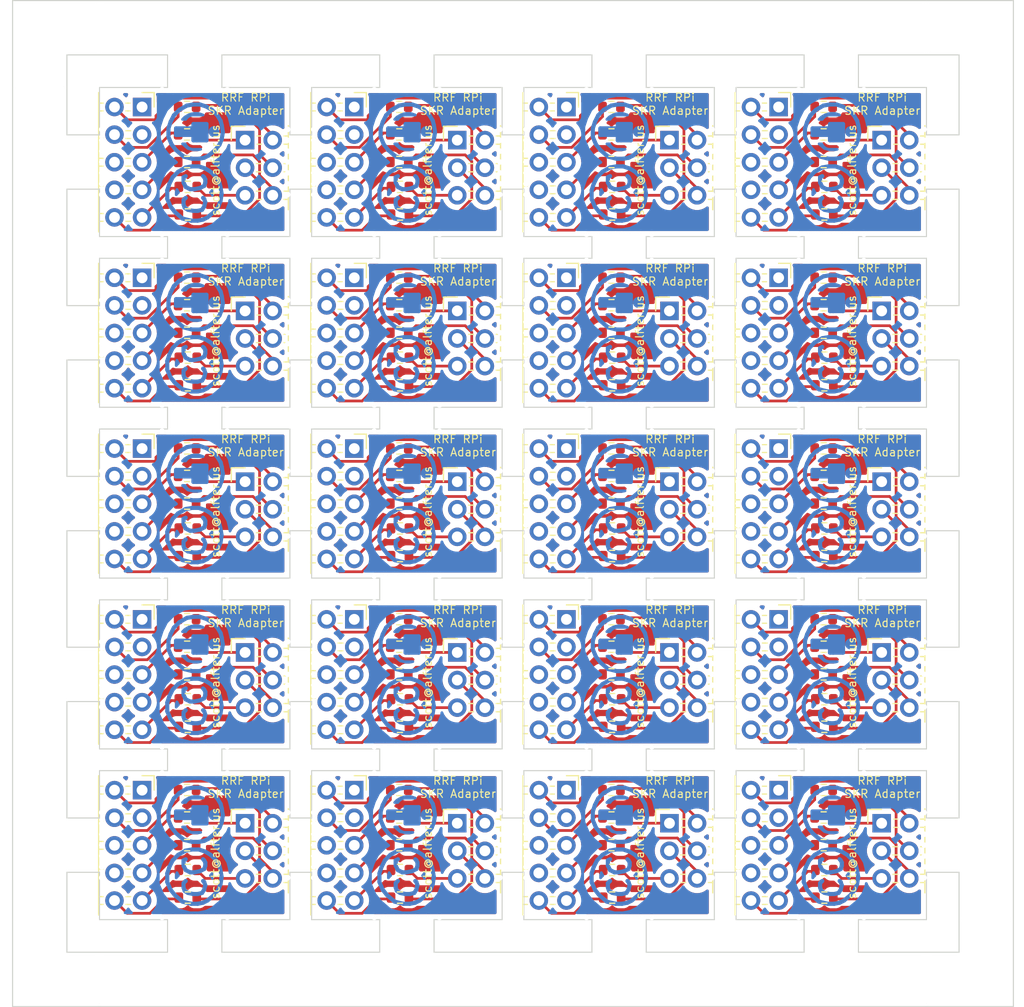
<source format=kicad_pcb>
(kicad_pcb (version 20211014) (generator pcbnew)
  (title_block (date "2022-08-19"))
  (layers (0 "F.Cu" signal) (31 "B.Cu" signal) (34 "B.Paste" user) (35 "F.Paste" user) (36 "B.SilkS" user "B.Silkscreen") (37 "F.SilkS" user "F.Silkscreen") (38 "B.Mask" user) (39 "F.Mask" user) (44 "Edge.Cuts" user))
  (net 0 "")
  (net 1 "Board_0-BCM25")
  (net 2 "Board_0-GND")
  (net 3 "Board_0-PB12")
  (net 4 "Board_0-PB13")
  (net 5 "Board_0-PB14")
  (net 6 "Board_0-PB15")
  (net 7 "Board_0-PF11")
  (net 8 "Board_0-PF12")
  (net 9 "Board_0-PF13")
  (net 10 "Board_0-PG10")
  (net 11 "Board_0-RST")
  (net 12 "Board_0-SPI0_CE")
  (net 13 "Board_0-SPI0_CLK")
  (net 14 "Board_0-SPI0_MISO")
  (net 15 "Board_0-SPI0_MOSI")
  (net 16 "Board_1-BCM25")
  (net 17 "Board_1-GND")
  (net 18 "Board_1-PB12")
  (net 19 "Board_1-PB13")
  (net 20 "Board_1-PB14")
  (net 21 "Board_1-PB15")
  (net 22 "Board_1-PF11")
  (net 23 "Board_1-PF12")
  (net 24 "Board_1-PF13")
  (net 25 "Board_1-PG10")
  (net 26 "Board_1-RST")
  (net 27 "Board_1-SPI0_CE")
  (net 28 "Board_1-SPI0_CLK")
  (net 29 "Board_1-SPI0_MISO")
  (net 30 "Board_1-SPI0_MOSI")
  (net 31 "Board_2-BCM25")
  (net 32 "Board_2-GND")
  (net 33 "Board_2-PB12")
  (net 34 "Board_2-PB13")
  (net 35 "Board_2-PB14")
  (net 36 "Board_2-PB15")
  (net 37 "Board_2-PF11")
  (net 38 "Board_2-PF12")
  (net 39 "Board_2-PF13")
  (net 40 "Board_2-PG10")
  (net 41 "Board_2-RST")
  (net 42 "Board_2-SPI0_CE")
  (net 43 "Board_2-SPI0_CLK")
  (net 44 "Board_2-SPI0_MISO")
  (net 45 "Board_2-SPI0_MOSI")
  (net 46 "Board_3-BCM25")
  (net 47 "Board_3-GND")
  (net 48 "Board_3-PB12")
  (net 49 "Board_3-PB13")
  (net 50 "Board_3-PB14")
  (net 51 "Board_3-PB15")
  (net 52 "Board_3-PF11")
  (net 53 "Board_3-PF12")
  (net 54 "Board_3-PF13")
  (net 55 "Board_3-PG10")
  (net 56 "Board_3-RST")
  (net 57 "Board_3-SPI0_CE")
  (net 58 "Board_3-SPI0_CLK")
  (net 59 "Board_3-SPI0_MISO")
  (net 60 "Board_3-SPI0_MOSI")
  (net 61 "Board_4-BCM25")
  (net 62 "Board_4-GND")
  (net 63 "Board_4-PB12")
  (net 64 "Board_4-PB13")
  (net 65 "Board_4-PB14")
  (net 66 "Board_4-PB15")
  (net 67 "Board_4-PF11")
  (net 68 "Board_4-PF12")
  (net 69 "Board_4-PF13")
  (net 70 "Board_4-PG10")
  (net 71 "Board_4-RST")
  (net 72 "Board_4-SPI0_CE")
  (net 73 "Board_4-SPI0_CLK")
  (net 74 "Board_4-SPI0_MISO")
  (net 75 "Board_4-SPI0_MOSI")
  (net 76 "Board_5-BCM25")
  (net 77 "Board_5-GND")
  (net 78 "Board_5-PB12")
  (net 79 "Board_5-PB13")
  (net 80 "Board_5-PB14")
  (net 81 "Board_5-PB15")
  (net 82 "Board_5-PF11")
  (net 83 "Board_5-PF12")
  (net 84 "Board_5-PF13")
  (net 85 "Board_5-PG10")
  (net 86 "Board_5-RST")
  (net 87 "Board_5-SPI0_CE")
  (net 88 "Board_5-SPI0_CLK")
  (net 89 "Board_5-SPI0_MISO")
  (net 90 "Board_5-SPI0_MOSI")
  (net 91 "Board_6-BCM25")
  (net 92 "Board_6-GND")
  (net 93 "Board_6-PB12")
  (net 94 "Board_6-PB13")
  (net 95 "Board_6-PB14")
  (net 96 "Board_6-PB15")
  (net 97 "Board_6-PF11")
  (net 98 "Board_6-PF12")
  (net 99 "Board_6-PF13")
  (net 100 "Board_6-PG10")
  (net 101 "Board_6-RST")
  (net 102 "Board_6-SPI0_CE")
  (net 103 "Board_6-SPI0_CLK")
  (net 104 "Board_6-SPI0_MISO")
  (net 105 "Board_6-SPI0_MOSI")
  (net 106 "Board_7-BCM25")
  (net 107 "Board_7-GND")
  (net 108 "Board_7-PB12")
  (net 109 "Board_7-PB13")
  (net 110 "Board_7-PB14")
  (net 111 "Board_7-PB15")
  (net 112 "Board_7-PF11")
  (net 113 "Board_7-PF12")
  (net 114 "Board_7-PF13")
  (net 115 "Board_7-PG10")
  (net 116 "Board_7-RST")
  (net 117 "Board_7-SPI0_CE")
  (net 118 "Board_7-SPI0_CLK")
  (net 119 "Board_7-SPI0_MISO")
  (net 120 "Board_7-SPI0_MOSI")
  (net 121 "Board_8-BCM25")
  (net 122 "Board_8-GND")
  (net 123 "Board_8-PB12")
  (net 124 "Board_8-PB13")
  (net 125 "Board_8-PB14")
  (net 126 "Board_8-PB15")
  (net 127 "Board_8-PF11")
  (net 128 "Board_8-PF12")
  (net 129 "Board_8-PF13")
  (net 130 "Board_8-PG10")
  (net 131 "Board_8-RST")
  (net 132 "Board_8-SPI0_CE")
  (net 133 "Board_8-SPI0_CLK")
  (net 134 "Board_8-SPI0_MISO")
  (net 135 "Board_8-SPI0_MOSI")
  (net 136 "Board_9-BCM25")
  (net 137 "Board_9-GND")
  (net 138 "Board_9-PB12")
  (net 139 "Board_9-PB13")
  (net 140 "Board_9-PB14")
  (net 141 "Board_9-PB15")
  (net 142 "Board_9-PF11")
  (net 143 "Board_9-PF12")
  (net 144 "Board_9-PF13")
  (net 145 "Board_9-PG10")
  (net 146 "Board_9-RST")
  (net 147 "Board_9-SPI0_CE")
  (net 148 "Board_9-SPI0_CLK")
  (net 149 "Board_9-SPI0_MISO")
  (net 150 "Board_9-SPI0_MOSI")
  (net 151 "Board_10-BCM25")
  (net 152 "Board_10-GND")
  (net 153 "Board_10-PB12")
  (net 154 "Board_10-PB13")
  (net 155 "Board_10-PB14")
  (net 156 "Board_10-PB15")
  (net 157 "Board_10-PF11")
  (net 158 "Board_10-PF12")
  (net 159 "Board_10-PF13")
  (net 160 "Board_10-PG10")
  (net 161 "Board_10-RST")
  (net 162 "Board_10-SPI0_CE")
  (net 163 "Board_10-SPI0_CLK")
  (net 164 "Board_10-SPI0_MISO")
  (net 165 "Board_10-SPI0_MOSI")
  (net 166 "Board_11-BCM25")
  (net 167 "Board_11-GND")
  (net 168 "Board_11-PB12")
  (net 169 "Board_11-PB13")
  (net 170 "Board_11-PB14")
  (net 171 "Board_11-PB15")
  (net 172 "Board_11-PF11")
  (net 173 "Board_11-PF12")
  (net 174 "Board_11-PF13")
  (net 175 "Board_11-PG10")
  (net 176 "Board_11-RST")
  (net 177 "Board_11-SPI0_CE")
  (net 178 "Board_11-SPI0_CLK")
  (net 179 "Board_11-SPI0_MISO")
  (net 180 "Board_11-SPI0_MOSI")
  (net 181 "Board_12-BCM25")
  (net 182 "Board_12-GND")
  (net 183 "Board_12-PB12")
  (net 184 "Board_12-PB13")
  (net 185 "Board_12-PB14")
  (net 186 "Board_12-PB15")
  (net 187 "Board_12-PF11")
  (net 188 "Board_12-PF12")
  (net 189 "Board_12-PF13")
  (net 190 "Board_12-PG10")
  (net 191 "Board_12-RST")
  (net 192 "Board_12-SPI0_CE")
  (net 193 "Board_12-SPI0_CLK")
  (net 194 "Board_12-SPI0_MISO")
  (net 195 "Board_12-SPI0_MOSI")
  (net 196 "Board_13-BCM25")
  (net 197 "Board_13-GND")
  (net 198 "Board_13-PB12")
  (net 199 "Board_13-PB13")
  (net 200 "Board_13-PB14")
  (net 201 "Board_13-PB15")
  (net 202 "Board_13-PF11")
  (net 203 "Board_13-PF12")
  (net 204 "Board_13-PF13")
  (net 205 "Board_13-PG10")
  (net 206 "Board_13-RST")
  (net 207 "Board_13-SPI0_CE")
  (net 208 "Board_13-SPI0_CLK")
  (net 209 "Board_13-SPI0_MISO")
  (net 210 "Board_13-SPI0_MOSI")
  (net 211 "Board_14-BCM25")
  (net 212 "Board_14-GND")
  (net 213 "Board_14-PB12")
  (net 214 "Board_14-PB13")
  (net 215 "Board_14-PB14")
  (net 216 "Board_14-PB15")
  (net 217 "Board_14-PF11")
  (net 218 "Board_14-PF12")
  (net 219 "Board_14-PF13")
  (net 220 "Board_14-PG10")
  (net 221 "Board_14-RST")
  (net 222 "Board_14-SPI0_CE")
  (net 223 "Board_14-SPI0_CLK")
  (net 224 "Board_14-SPI0_MISO")
  (net 225 "Board_14-SPI0_MOSI")
  (net 226 "Board_15-BCM25")
  (net 227 "Board_15-GND")
  (net 228 "Board_15-PB12")
  (net 229 "Board_15-PB13")
  (net 230 "Board_15-PB14")
  (net 231 "Board_15-PB15")
  (net 232 "Board_15-PF11")
  (net 233 "Board_15-PF12")
  (net 234 "Board_15-PF13")
  (net 235 "Board_15-PG10")
  (net 236 "Board_15-RST")
  (net 237 "Board_15-SPI0_CE")
  (net 238 "Board_15-SPI0_CLK")
  (net 239 "Board_15-SPI0_MISO")
  (net 240 "Board_15-SPI0_MOSI")
  (net 241 "Board_16-BCM25")
  (net 242 "Board_16-GND")
  (net 243 "Board_16-PB12")
  (net 244 "Board_16-PB13")
  (net 245 "Board_16-PB14")
  (net 246 "Board_16-PB15")
  (net 247 "Board_16-PF11")
  (net 248 "Board_16-PF12")
  (net 249 "Board_16-PF13")
  (net 250 "Board_16-PG10")
  (net 251 "Board_16-RST")
  (net 252 "Board_16-SPI0_CE")
  (net 253 "Board_16-SPI0_CLK")
  (net 254 "Board_16-SPI0_MISO")
  (net 255 "Board_16-SPI0_MOSI")
  (net 256 "Board_17-BCM25")
  (net 257 "Board_17-GND")
  (net 258 "Board_17-PB12")
  (net 259 "Board_17-PB13")
  (net 260 "Board_17-PB14")
  (net 261 "Board_17-PB15")
  (net 262 "Board_17-PF11")
  (net 263 "Board_17-PF12")
  (net 264 "Board_17-PF13")
  (net 265 "Board_17-PG10")
  (net 266 "Board_17-RST")
  (net 267 "Board_17-SPI0_CE")
  (net 268 "Board_17-SPI0_CLK")
  (net 269 "Board_17-SPI0_MISO")
  (net 270 "Board_17-SPI0_MOSI")
  (net 271 "Board_18-BCM25")
  (net 272 "Board_18-GND")
  (net 273 "Board_18-PB12")
  (net 274 "Board_18-PB13")
  (net 275 "Board_18-PB14")
  (net 276 "Board_18-PB15")
  (net 277 "Board_18-PF11")
  (net 278 "Board_18-PF12")
  (net 279 "Board_18-PF13")
  (net 280 "Board_18-PG10")
  (net 281 "Board_18-RST")
  (net 282 "Board_18-SPI0_CE")
  (net 283 "Board_18-SPI0_CLK")
  (net 284 "Board_18-SPI0_MISO")
  (net 285 "Board_18-SPI0_MOSI")
  (net 286 "Board_19-BCM25")
  (net 287 "Board_19-GND")
  (net 288 "Board_19-PB12")
  (net 289 "Board_19-PB13")
  (net 290 "Board_19-PB14")
  (net 291 "Board_19-PB15")
  (net 292 "Board_19-PF11")
  (net 293 "Board_19-PF12")
  (net 294 "Board_19-PF13")
  (net 295 "Board_19-PG10")
  (net 296 "Board_19-RST")
  (net 297 "Board_19-SPI0_CE")
  (net 298 "Board_19-SPI0_CLK")
  (net 299 "Board_19-SPI0_MISO")
  (net 300 "Board_19-SPI0_MOSI")
  (footprint "Resistor_SMD:R_0603_1608Metric" (layer "F.Cu") (at 89.703 32.146 180)
    (fp_text reference "R3" hide)
    (fp_text value "100")
  )
  (footprint "NPTH" (layer "F.Cu") (at 71.815 54.63)
    (fp_text reference "REF**" hide)
    (fp_text value "NPTH" hide)
  )
  (footprint "Resistor_SMD:R_0603_1608Metric" (layer "F.Cu") (at 31.062 87.644 180)
    (fp_text reference "R5" hide)
    (fp_text value "100")
  )
  (footprint "NPTH" (layer "F.Cu") (at 52.285 99.38)
    (fp_text reference "REF**" hide)
    (fp_text value "NPTH" hide)
  )
  (footprint "NPTH" (layer "F.Cu") (at 73.815 36.52)
    (fp_text reference "REF**" hide)
    (fp_text value "NPTH" hide)
  )
  (footprint "NPTH" (layer "F.Cu") (at 52.285 52.23)
    (fp_text reference "REF**" hide)
    (fp_text value "NPTH" hide)
  )
  (footprint "NPTH" (layer "F.Cu") (at 71.815 99.38)
    (fp_text reference "REF**" hide)
    (fp_text value "NPTH" hide)
  )
  (footprint "NPTH" (layer "F.Cu") (at 73.815 23.2)
    (fp_text reference "REF**" hide)
    (fp_text value "NPTH" hide)
  )
  (footprint "NPTH" (layer "F.Cu") (at 93.34 54.63)
    (fp_text reference "REF**" hide)
    (fp_text value "NPTH" hide)
  )
  (footprint "NPTH" (layer "F.Cu") (at 98.9 64.29)
    (fp_text reference "REF**" hide)
    (fp_text value "NPTH" hide)
  )
  (footprint "NPTH" (layer "F.Cu") (at 72.815 83.67)
    (fp_text reference "REF**" hide)
    (fp_text value "NPTH" hide)
  )
  (footprint "NPTH" (layer "F.Cu") (at 98.9 90.725)
    (fp_text reference "REF**" hide)
    (fp_text value "NPTH" hide)
  )
  (footprint "NPTH" (layer "F.Cu") (at 68.815 36.52)
    (fp_text reference "REF**" hide)
    (fp_text value "NPTH" hide)
  )
  (footprint "Resistor_SMD:R_0603_1608Metric" (layer "F.Cu") (at 89.64 27.32 180)
    (fp_text reference "R1" hide)
    (fp_text value "100")
  )
  (footprint "NPTH" (layer "F.Cu") (at 81.78 95.725)
    (fp_text reference "REF**" hide)
    (fp_text value "NPTH" hide)
  )
  (footprint "NPTH" (layer "F.Cu") (at 99.1 17.5)
    (fp_text reference "REF**" hide)
    (fp_text value "NPTH" hide)
  )
  (footprint "NPTH" (layer "F.Cu") (at 42.72 74.01)
    (fp_text reference "REF**" hide)
    (fp_text value "NPTH" hide)
  )
  (footprint "Connector_PinSocket_2.54mm:PinSocket_2x05_P2.54mm_Horizontal" (layer "F.Cu") (at 26.917 24.798)
    (fp_text reference "J2" hide)
    (fp_text value "SKR EXP2")
  )
  (footprint "NPTH" (layer "F.Cu") (at 48.285 38.92)
    (fp_text reference "REF**" hide)
    (fp_text value "NPTH" hide)
  )
  (footprint "NPTH" (layer "F.Cu") (at 28.76 52.23)
    (fp_text reference "REF**" hide)
    (fp_text value "NPTH" hide)
  )
  (footprint "NPTH" (layer "F.Cu") (at 42.72 61.29)
    (fp_text reference "REF**" hide)
    (fp_text value "NPTH" hide)
  )
  (footprint "NPTH" (layer "F.Cu") (at 40.32 62.29)
    (fp_text reference "REF**" hide)
    (fp_text value "NPTH" hide)
  )
  (footprint "Resistor_SMD:R_0603_1608Metric" (layer "F.Cu") (at 89.703 47.862 180)
    (fp_text reference "R3" hide)
    (fp_text value "100")
  )
  (footprint "NPTH" (layer "F.Cu") (at 99.1 103.08)
    (fp_text reference "REF**" hide)
    (fp_text value "NPTH" hide)
  )
  (footprint "NPTH" (layer "F.Cu") (at 42.72 28.86)
    (fp_text reference "REF**" hide)
    (fp_text value "NPTH" hide)
  )
  (footprint "Resistor_SMD:R_0603_1608Metric" (layer "F.Cu") (at 31.062 29.86 180)
    (fp_text reference "R4" hide)
    (fp_text value "100")
  )
  (footprint "Resistor_SMD:R_0603_1608Metric" (layer "F.Cu") (at 50.651 32.146 180)
    (fp_text reference "R3" hide)
    (fp_text value "100")
  )
  (footprint "NPTH" (layer "F.Cu") (at 79.38 61.29)
    (fp_text reference "REF**" hide)
    (fp_text value "NPTH" hide)
  )
  (footprint "NPTH" (layer "F.Cu") (at 62.25 95.725)
    (fp_text reference "REF**" hide)
    (fp_text value "NPTH" hide)
  )
  (footprint "NPTH" (layer "F.Cu") (at 98.9 76.01)
    (fp_text reference "REF**" hide)
    (fp_text value "NPTH" hide)
  )
  (footprint "NPTH" (layer "F.Cu") (at 42.72 94.725)
    (fp_text reference "REF**" hide)
    (fp_text value "NPTH" hide)
  )
  (footprint "NPTH" (layer "F.Cu") (at 73.815 67.95)
    (fp_text reference "REF**" hide)
    (fp_text value "NPTH" hide)
  )
  (footprint "NPTH" (layer "F.Cu") (at 98.9 89.725)
    (fp_text reference "REF**" hide)
    (fp_text value "NPTH" hide)
  )
  (footprint "NPTH" (layer "F.Cu") (at 40.32 76.01)
    (fp_text reference "REF**" hide)
    (fp_text value "NPTH" hide)
  )
  (footprint "NPTH" (layer "F.Cu") (at 54.285 67.95)
    (fp_text reference "REF**" hide)
    (fp_text value "NPTH" hide)
  )
  (footprint "NPTH" (layer "F.Cu") (at 42.72 27.86)
    (fp_text reference "REF**" hide)
    (fp_text value "NPTH" hide)
  )
  (footprint "NPTH" (layer "F.Cu") (at 79.38 29.86)
    (fp_text reference "REF**" hide)
    (fp_text value "NPTH" hide)
  )
  (footprint "NPTH" (layer "F.Cu") (at 68.815 83.67)
    (fp_text reference "REF**" hide)
    (fp_text value "NPTH" hide)
  )
  (footprint "NPTH" (layer "F.Cu") (at 49.285 52.23)
    (fp_text reference "REF**" hide)
    (fp_text value "NPTH" hide)
  )
  (footprint "NPTH" (layer "F.Cu") (at 59.85 64.29)
    (fp_text reference "REF**" hide)
    (fp_text value "NPTH" hide)
  )
  (footprint "NPTH" (layer "F.Cu") (at 40.32 92.725)
    (fp_text reference "REF**" hide)
    (fp_text value "NPTH" hide)
  )
  (footprint "NPTH" (layer "F.Cu") (at 54.285 86.07)
    (fp_text reference "REF**" hide)
    (fp_text value "NPTH" hide)
  )
  (footprint "NPTH" (layer "F.Cu") (at 81.78 45.575)
    (fp_text reference "REF**" hide)
    (fp_text value "NPTH" hide)
  )
  (footprint "Resistor_SMD:R_0603_1608Metric" (layer "F.Cu") (at 89.64 24.78 180)
    (fp_text reference "R5" hide)
    (fp_text value "100")
  )
  (footprint "Connector_PinHeader_2.54mm:PinHeader_2x03_P2.54mm_Horizontal" (layer "F.Cu") (at 55.923 27.843)
    (fp_text reference "J1" hide)
    (fp_text value "RPi GPIO")
  )
  (footprint "NPTH" (layer "F.Cu") (at 79.38 32.86)
    (fp_text reference "REF**" hide)
    (fp_text value "NPTH" hide)
  )
  (footprint "NPTH" (layer "F.Cu") (at 59.85 76.01)
    (fp_text reference "REF**" hide)
    (fp_text value "NPTH" hide)
  )
  (footprint "Resistor_SMD:R_0603_1608Metric" (layer "F.Cu") (at 89.64 61.292 180)
    (fp_text reference "R4" hide)
    (fp_text value "100")
  )
  (footprint "NPTH" (layer "F.Cu") (at 28.76 70.35)
    (fp_text reference "REF**" hide)
    (fp_text value "NPTH" hide)
  )
  (footprint "NPTH" (layer "F.Cu") (at 89.34 54.63)
    (fp_text reference "REF**" hide)
    (fp_text value "NPTH" hide)
  )
  (footprint "Resistor_SMD:R_0603_1608Metric" (layer "F.Cu") (at 70.114 40.496 180)
    (fp_text reference "R5" hide)
    (fp_text value "100")
  )
  (footprint "NPTH" (layer "F.Cu") (at 23.2 75.01)
    (fp_text reference "REF**" hide)
    (fp_text value "NPTH" hide)
  )
  (footprint "NPTH" (layer "F.Cu") (at 59.85 92.725)
    (fp_text reference "REF**" hide)
    (fp_text value "NPTH" hide)
  )
  (footprint "Resistor_SMD:R_0603_1608Metric" (layer "F.Cu") (at 31.062 45.576 180)
    (fp_text reference "R4" hide)
    (fp_text value "100")
  )
  (footprint "NPTH" (layer "F.Cu") (at 50.285 52.23)
    (fp_text reference "REF**" hide)
    (fp_text value "NPTH" hide)
  )
  (footprint "Connector_PinHeader_2.54mm:PinHeader_2x03_P2.54mm_Horizontal" (layer "F.Cu") (at 75.449 90.707)
    (fp_text reference "J1" hide)
    (fp_text value "RPi GPIO")
  )
  (footprint "NPTH" (layer "F.Cu") (at 34.76 86.07)
    (fp_text reference "REF**" hide)
    (fp_text value "NPTH" hide)
  )
  (footprint "NPTH" (layer "F.Cu") (at 79.38 58.29)
    (fp_text reference "REF**" hide)
    (fp_text value "NPTH" hide)
  )
  (footprint "NPTH" (layer "F.Cu") (at 81.78 74.01)
    (fp_text reference "REF**" hide)
    (fp_text value "NPTH" hide)
  )
  (footprint "NPTH" (layer "F.Cu") (at 59.85 48.575)
    (fp_text reference "REF**" hide)
    (fp_text value "NPTH" hide)
  )
  (footprint "NPTH" (layer "F.Cu") (at 98.9 78.01)
    (fp_text reference "REF**" hide)
    (fp_text value "NPTH" hide)
  )
  (footprint "Resistor_SMD:R_0603_1608Metric" (layer "F.Cu") (at 89.703 34.686 180)
    (fp_text reference "R2" hide)
    (fp_text value "100")
  )
  (footprint "Resistor_SMD:R_0603_1608Metric" (layer "F.Cu") (at 31.062 24.78 180)
    (fp_text reference "R5" hide)
    (fp_text value "100")
  )
  (footprint "Connector_PinHeader_2.54mm:PinHeader_2x03_P2.54mm_Horizontal" (layer "F.Cu") (at 55.923 74.991)
    (fp_text reference "J1" hide)
    (fp_text value "RPi GPIO")
  )
  (footprint "NPTH" (layer "F.Cu") (at 40.32 26.86)
    (fp_text reference "REF**" hide)
    (fp_text value "NPTH" hide)
  )
  (footprint "NPTH" (layer "F.Cu") (at 59.85 47.575)
    (fp_text reference "REF**" hide)
    (fp_text value "NPTH" hide)
  )
  (footprint "NPTH" (layer "F.Cu") (at 99.1 106.08)
    (fp_text reference "REF**" hide)
    (fp_text value "NPTH" hide)
  )
  (footprint "Resistor_SMD:R_0603_1608Metric" (layer "F.Cu") (at 31.062 74.468 180)
    (fp_text reference "R1" hide)
    (fp_text value "100")
  )
  (footprint "NPTH" (layer "F.Cu") (at 70.815 52.23)
    (fp_text reference "REF**" hide)
    (fp_text value "NPTH" hide)
  )
  (footprint "NPTH" (layer "F.Cu") (at 67.815 70.35)
    (fp_text reference "REF**" hide)
    (fp_text value "NPTH" hide)
  )
  (footprint "NPTH" (layer "F.Cu") (at 73.815 54.63)
    (fp_text reference "REF**" hide)
    (fp_text value "NPTH" hide)
  )
  (footprint "NPTH" (layer "F.Cu") (at 59.85 63.29)
    (fp_text reference "REF**" hide)
    (fp_text value "NPTH" hide)
  )
  (footprint "NPTH" (layer "F.Cu") (at 54.285 52.23)
    (fp_text reference "REF**" hide)
    (fp_text value "NPTH" hide)
  )
  (footprint "NPTH" (layer "F.Cu") (at 72.815 23.2)
    (fp_text reference "REF**" hide)
    (fp_text value "NPTH" hide)
  )
  (footprint "NPTH" (layer "F.Cu") (at 53.285 70.35)
    (fp_text reference "REF**" hide)
    (fp_text value "NPTH" hide)
  )
  (footprint "NPTH" (layer "F.Cu") (at 81.78 27.86)
    (fp_text reference "REF**" hide)
    (fp_text value "NPTH" hide)
  )
  (footprint "Resistor_SMD:R_0603_1608Metric" (layer "F.Cu") (at 70.114 56.212 180)
    (fp_text reference "R5" hide)
    (fp_text value "100")
  )
  (footprint "NPTH" (layer "F.Cu") (at 87.34 86.07)
    (fp_text reference "REF**" hide)
    (fp_text value "NPTH" hide)
  )
  (footprint "NPTH" (layer "F.Cu") (at 50.285 38.92)
    (fp_text reference "REF**" hide)
    (fp_text value "NPTH" hide)
  )
  (footprint "NPTH" (layer "F.Cu") (at 69.815 52.23)
    (fp_text reference "REF**" hide)
    (fp_text value "NPTH" hide)
  )
  (footprint "NPTH" (layer "F.Cu") (at 23.2 42.575)
    (fp_text reference "REF**" hide)
    (fp_text value "NPTH" hide)
  )
  (footprint "Connector_PinSocket_2.54mm:PinSocket_2x05_P2.54mm_Horizontal" (layer "F.Cu") (at 85.495 71.946)
    (fp_text reference "J2" hide)
    (fp_text value "SKR EXP2")
  )
  (footprint "NPTH" (layer "F.Cu") (at 91.34 83.67)
    (fp_text reference "REF**" hide)
    (fp_text value "NPTH" hide)
  )
  (footprint "Resistor_SMD:R_0603_1608Metric" (layer "F.Cu") (at 89.64 45.576 180)
    (fp_text reference "R4" hide)
    (fp_text value "100")
  )
  (footprint "NPTH" (layer "F.Cu") (at 54.285 83.67)
    (fp_text reference "REF**" hide)
    (fp_text value "NPTH" hide)
  )
  (footprint "NPTH" (layer "F.Cu") (at 93.34 38.92)
    (fp_text reference "REF**" hide)
    (fp_text value "NPTH" hide)
  )
  (footprint "NPTH" (layer "F.Cu") (at 102.6 99.58)
    (fp_text reference "REF**" hide)
    (fp_text value "NPTH" hide)
  )
  (footprint "NPTH" (layer "F.Cu") (at 69.815 36.52)
    (fp_text reference "REF**" hide)
    (fp_text value "NPTH" hide)
  )
  (footprint "NPTH" (layer "F.Cu") (at 34.76 54.63)
    (fp_text reference "REF**" hide)
    (fp_text value "NPTH" hide)
  )
  (footprint "NPTH" (layer "F.Cu") (at 51.285 83.67)
    (fp_text reference "REF**" hide)
    (fp_text value "NPTH" hide)
  )
  (footprint "NPTH" (layer "F.Cu") (at 69.815 38.92)
    (fp_text reference "REF**" hide)
    (fp_text value "NPTH" hide)
  )
  (footprint "NPTH" (layer "F.Cu") (at 50.285 54.63)
    (fp_text reference "REF**" hide)
    (fp_text value "NPTH" hide)
  )
  (footprint "NPTH" (layer "F.Cu") (at 42.72 90.725)
    (fp_text reference "REF**" hide)
    (fp_text value "NPTH" hide)
  )
  (footprint "NPTH" (layer "F.Cu") (at 23 17.5)
    (fp_text reference "REF**" hide)
    (fp_text value "NPTH" hide)
  )
  (footprint "NPTH" (layer "F.Cu") (at 50.285 70.35)
    (fp_text reference "REF**" hide)
    (fp_text value "NPTH" hide)
  )
  (footprint "NPTH" (layer "F.Cu") (at 104.6 99.58)
    (fp_text reference "REF**" hide)
    (fp_text value "NPTH" hide)
  )
  (footprint "NPTH" (layer "F.Cu") (at 59.85 61.29)
    (fp_text reference "REF**" hide)
    (fp_text value "NPTH" hide)
  )
  (footprint "NPTH" (layer "F.Cu") (at 42.72 93.725)
    (fp_text reference "REF**" hide)
    (fp_text value "NPTH" hide)
  )
  (footprint "Resistor_SMD:R_0603_1608Metric" (layer "F.Cu") (at 31.062 43.036 180)
    (fp_text reference "R1" hide)
    (fp_text value "100")
  )
  (footprint "NPTH" (layer "F.Cu") (at 79.38 59.29)
    (fp_text reference "REF**" hide)
    (fp_text value "NPTH" hide)
  )
  (footprint "NPTH" (layer "F.Cu") (at 88.34 86.07)
    (fp_text reference "REF**" hide)
    (fp_text value "NPTH" hide)
  )
  (footprint "NPTH" (layer "F.Cu") (at 30.76 86.07)
    (fp_text reference "REF**" hide)
    (fp_text value "NPTH" hide)
  )
  (footprint "NPTH" (layer "F.Cu") (at 93.34 67.95)
    (fp_text reference "REF**" hide)
    (fp_text value "NPTH" hide)
  )
  (footprint "NPTH" (layer "F.Cu") (at 30.76 83.67)
    (fp_text reference "REF**" hide)
    (fp_text value "NPTH" hide)
  )
  (footprint "NPTH" (layer "F.Cu") (at 34.76 52.23)
    (fp_text reference "REF**" hide)
    (fp_text value "NPTH" hide)
  )
  (footprint "NPTH" (layer "F.Cu") (at 98.9 46.575)
    (fp_text reference "REF**" hide)
    (fp_text value "NPTH" hide)
  )
  (footprint "Connector_PinHeader_2.54mm:PinHeader_2x03_P2.54mm_Horizontal" (layer "F.Cu") (at 94.975 43.559)
    (fp_text reference "J1" hide)
    (fp_text value "RPi GPIO")
  )
  (footprint "Resistor_SMD:R_0603_1608Metric" (layer "F.Cu") (at 70.114 92.724 180)
    (fp_text reference "R4" hide)
    (fp_text value "100")
  )
  (footprint "NPTH" (layer "F.Cu") (at 70.815 70.35)
    (fp_text reference "REF**" hide)
    (fp_text value "NPTH" hide)
  )
  (footprint "Resistor_SMD:R_0603_1608Metric" (layer "F.Cu") (at 50.651 66.118 180)
    (fp_text reference "R2" hide)
    (fp_text value "100")
  )
  (footprint "NPTH" (layer "F.Cu") (at 40.32 94.725)
    (fp_text reference "REF**" hide)
    (fp_text value "NPTH" hide)
  )
  (footprint "NPTH" (layer "F.Cu") (at 40.32 31.86)
    (fp_text reference "REF**" hide)
    (fp_text value "NPTH" hide)
  )
  (footprint "NPTH" (layer "F.Cu") (at 40.32 59.29)
    (fp_text reference "REF**" hide)
    (fp_text value "NPTH" hide)
  )
  (footprint "NPTH" (layer "F.Cu") (at 23.2 90.725)
    (fp_text reference "REF**" hide)
    (fp_text value "NPTH" hide)
  )
  (footprint "Resistor_SMD:R_0603_1608Metric" (layer "F.Cu") (at 70.177 50.402 180)
    (fp_text reference "R2" hide)
    (fp_text value "100")
  )
  (footprint "NPTH" (layer "F.Cu") (at 79.38 45.575)
    (fp_text reference "REF**" hide)
    (fp_text value "NPTH" hide)
  )
  (footprint "NPTH" (layer "F.Cu") (at 59.85 28.86)
    (fp_text reference "REF**" hide)
    (fp_text value "NPTH" hide)
  )
  (footprint "Resistor_SMD:R_0603_1608Metric" (layer "F.Cu") (at 50.588 29.86 180)
    (fp_text reference "R4" hide)
    (fp_text value "100")
  )
  (footprint "NPTH" (layer "F.Cu") (at 53.285 38.92)
    (fp_text reference "REF**" hide)
    (fp_text value "NPTH" hide)
  )
  (footprint "NPTH" (layer "F.Cu") (at 53.285 99.38)
    (fp_text reference "REF**" hide)
    (fp_text value "NPTH" hide)
  )
  (footprint "Resistor_SMD:R_0603_1608Metric" (layer "F.Cu") (at 89.64 87.644 180)
    (fp_text reference "R5" hide)
    (fp_text value "100")
  )
  (footprint "NPTH" (layer "F.Cu") (at 62.25 28.86)
    (fp_text reference "REF**" hide)
    (fp_text value "NPTH" hide)
  )
  (footprint "NPTH" (layer "F.Cu") (at 70.815 36.52)
    (fp_text reference "REF**" hide)
    (fp_text value "NPTH" hide)
  )
  (footprint "NPTH" (layer "F.Cu") (at 42.72 44.575)
    (fp_text reference "REF**" hide)
    (fp_text value "NPTH" hide)
  )
  (footprint "NPTH" (layer "F.Cu") (at 18.5 99.58)
    (fp_text reference "REF**" hide)
    (fp_text value "NPTH" hide)
  )
  (footprint "Resistor_SMD:R_0603_1608Metric" (layer "F.Cu") (at 89.703 97.55 180)
    (fp_text reference "R2" hide)
    (fp_text value "100")
  )
  (footprint "Connector_PinHeader_2.54mm:PinHeader_2x03_P2.54mm_Horizontal" (layer "F.Cu") (at 55.923 90.707)
    (fp_text reference "J1" hide)
    (fp_text value "RPi GPIO")
  )
  (footprint "NPTH" (layer "F.Cu") (at 15.5 99.58)
    (fp_text reference "REF**" hide)
    (fp_text value "NPTH" hide)
  )
  (footprint "NPTH" (layer "F.Cu") (at 28.76 86.07)
    (fp_text reference "REF**" hide)
    (fp_text value "NPTH" hide)
  )
  (footprint "NPTH" (layer "F.Cu") (at 67.815 52.23)
    (fp_text reference "REF**" hide)
    (fp_text value "NPTH" hide)
  )
  (footprint "NPTH" (layer "F.Cu") (at 42.72 43.575)
    (fp_text reference "REF**" hide)
    (fp_text value "NPTH" hide)
  )
  (footprint "Resistor_SMD:R_0603_1608Metric" (layer "F.Cu") (at 70.114 29.86 180)
    (fp_text reference "R4" hide)
    (fp_text value "100")
  )
  (footprint "NPTH" (layer "F.Cu") (at 29.76 99.38)
    (fp_text reference "REF**" hide)
    (fp_text value "NPTH" hide)
  )
  (footprint "NPTH" (layer "F.Cu") (at 40.32 80.01)
    (fp_text reference "REF**" hide)
    (fp_text value "NPTH" hide)
  )
  (footprint "NPTH" (layer "F.Cu") (at 34.76 67.95)
    (fp_text reference "REF**" hide)
    (fp_text value "NPTH" hide)
  )
  (footprint "NPTH" (layer "F.Cu") (at 30.76 23.2)
    (fp_text reference "REF**" hide)
    (fp_text value "NPTH" hide)
  )
  (footprint "NPTH" (layer "F.Cu") (at 59.85 94.725)
    (fp_text reference "REF**" hide)
    (fp_text value "NPTH" hide)
  )
  (footprint "NPTH" (layer "F.Cu") (at 92.34 83.67)
    (fp_text reference "REF**" hide)
    (fp_text value "NPTH" hide)
  )
  (footprint "NPTH" (layer "F.Cu") (at 98.9 32.86)
    (fp_text reference "REF**" hide)
    (fp_text value "NPTH" hide)
  )
  (footprint "NPTH" (layer "F.Cu") (at 90.34 86.07)
    (fp_text reference "REF**" hide)
    (fp_text value "NPTH" hide)
  )
  (footprint "Resistor_SMD:R_0603_1608Metric" (layer "F.Cu") (at 70.177 32.146 180)
    (fp_text reference "R3" hide)
    (fp_text value "100")
  )
  (footprint "NPTH" (layer "F.Cu") (at 49.285 36.52)
    (fp_text reference "REF**" hide)
    (fp_text value "NPTH" hide)
  )
  (footprint "NPTH" (layer "F.Cu") (at 23.2 91.725)
    (fp_text reference "REF**" hide)
    (fp_text value "NPTH" hide)
  )
  (footprint "NPTH" (layer "F.Cu") (at 104.6 23)
    (fp_text reference "REF**" hide)
    (fp_text value "NPTH" hide)
  )
  (footprint "NPTH" (layer "F.Cu") (at 62.25 77.01)
    (fp_text reference "REF**" hide)
    (fp_text value "NPTH" hide)
  )
  (footprint "NPTH" (layer "F.Cu") (at 71.815 83.67)
    (fp_text reference "REF**" hide)
    (fp_text value "NPTH" hide)
  )
  (footprint "NPTH" (layer "F.Cu") (at 54.285 23.2)
    (fp_text reference "REF**" hide)
    (fp_text value "NPTH" hide)
  )
  (footprint "NPTH" (layer "F.Cu") (at 31.76 86.07)
    (fp_text reference "REF**" hide)
    (fp_text value "NPTH" hide)
  )
  (footprint "NPTH" (layer "F.Cu") (at 79.38 74.01)
    (fp_text reference "REF**" hide)
    (fp_text value "NPTH" hide)
  )
  (footprint "NPTH" (layer "F.Cu") (at 88.34 23.2)
    (fp_text reference "REF**" hide)
    (fp_text value "NPTH" hide)
  )
  (footprint "Resistor_SMD:R_0603_1608Metric" (layer "F.Cu") (at 89.64 90.184 180)
    (fp_text reference "R1" hide)
    (fp_text value "100")
  )
  (footprint "NPTH" (layer "F.Cu") (at 92.34 38.92)
    (fp_text reference "REF**" hide)
    (fp_text value "NPTH" hide)
  )
  (footprint "NPTH" (layer "F.Cu") (at 31.76 99.38)
    (fp_text reference "REF**" hide)
    (fp_text value "NPTH" hide)
  )
  (footprint "NPTH" (layer "F.Cu") (at 51.285 52.23)
    (fp_text reference "REF**" hide)
    (fp_text value "NPTH" hide)
  )
  (footprint "NPTH" (layer "F.Cu") (at 23.2 61.29)
    (fp_text reference "REF**" hide)
    (fp_text value "NPTH" hide)
  )
  (footprint "NPTH" (layer "F.Cu") (at 90.34 83.67)
    (fp_text reference "REF**" hide)
    (fp_text value "NPTH" hide)
  )
  (footprint "NPTH" (layer "F.Cu") (at 23.2 89.725)
    (fp_text reference "REF**" hide)
    (fp_text value "NPTH" hide)
  )
  (footprint "NPTH" (layer "F.Cu") (at 23.2 28.86)
    (fp_text reference "REF**" hide)
    (fp_text value "NPTH" hide)
  )
  (footprint "NPTH" (layer "F.Cu") (at 92.34 67.95)
    (fp_text reference "REF**" hide)
    (fp_text value "NPTH" hide)
  )
  (footprint "NPTH" (layer "F.Cu") (at 73.815 83.67)
    (fp_text reference "REF**" hide)
    (fp_text value "NPTH" hide)
  )
  (footprint "NPTH" (layer "F.Cu") (at 23.2 64.29)
    (fp_text reference "REF**" hide)
    (fp_text value "NPTH" hide)
  )
  (footprint "NPTH" (layer "F.Cu") (at 42.72 79.01)
    (fp_text reference "REF**" hide)
    (fp_text value "NPTH" hide)
  )
  (footprint "NPTH" (layer "F.Cu") (at 42.72 80.01)
    (fp_text reference "REF**" hide)
    (fp_text value "NPTH" hide)
  )
  (footprint "NPTH" (layer "F.Cu") (at 81.78 90.725)
    (fp_text reference "REF**" hide)
    (fp_text value "NPTH" hide)
  )
  (footprint "NPTH" (layer "F.Cu") (at 91.34 38.92)
    (fp_text reference "REF**" hide)
    (fp_text value "NPTH" hide)
  )
  (footprint "NPTH" (layer "F.Cu") (at 50.285 36.52)
    (fp_text reference "REF**" hide)
    (fp_text value "NPTH" hide)
  )
  (footprint "NPTH" (layer "F.Cu") (at 31.76 52.23)
    (fp_text reference "REF**" hide)
    (fp_text value "NPTH" hide)
  )
  (footprint "NPTH" (layer "F.Cu") (at 99.1 15.5)
    (fp_text reference "REF**" hide)
    (fp_text value "NPTH" hide)
  )
  (footprint "NPTH" (layer "F.Cu") (at 62.25 42.575)
    (fp_text reference "REF**" hide)
    (fp_text value "NPTH" hide)
  )
  (footprint "Resistor_SMD:R_0603_1608Metric" (layer "F.Cu") (at 70.114 45.576 180)
    (fp_text reference "R4" hide)
    (fp_text value "100")
  )
  (footprint "NPTH" (layer "F.Cu") (at 98.9 94.725)
    (fp_text reference "REF**" hide)
    (fp_text value "NPTH" hide)
  )
  (footprint "NPTH" (layer "F.Cu") (at 23.2 60.29)
    (fp_text reference "REF**" hide)
    (fp_text value "NPTH" hide)
  )
  (footprint "NPTH" (layer "F.Cu") (at 98.9 43.575)
    (fp_text reference "REF**" hide)
    (fp_text value "NPTH" hide)
  )
  (footprint "NPTH" (layer "F.Cu") (at 52.285 67.95)
    (fp_text reference "REF**" hide)
    (fp_text value "NPTH" hide)
  )
  (footprint "Connector_PinSocket_2.54mm:PinSocket_2x05_P2.54mm_Horizontal" (layer "F.Cu") (at 46.443 71.946)
    (fp_text reference "J2" hide)
    (fp_text value "SKR EXP2")
  )
  (footprint "NPTH" (layer "F.Cu") (at 28.76 36.52)
    (fp_text reference "REF**" hide)
    (fp_text value "NPTH" hide)
  )
  (footprint "NPTH" (layer "F.Cu") (at 99.1 16.5)
    (fp_text reference "REF**" hide)
    (fp_text value "NPTH" hide)
  )
  (footprint "NPTH" (layer "F.Cu") (at 79.38 43.575)
    (fp_text reference "REF**" hide)
    (fp_text value "NPTH" hide)
  )
  (footprint "NPTH" (layer "F.Cu") (at 87.34 67.95)
    (fp_text reference "REF**" hide)
    (fp_text value "NPTH" hide)
  )
  (footprint "NPTH" (layer "F.Cu") (at 53.285 36.52)
    (fp_text reference "REF**" hide)
    (fp_text value "NPTH" hide)
  )
  (footprint "NPTH" (layer "F.Cu") (at 42.72 45.575)
    (fp_text reference "REF**" hide)
    (fp_text value "NPTH" hide)
  )
  (footprint "Resistor_SMD:R_0603_1608Metric" (layer "F.Cu") (at 70.114 43.036 180)
    (fp_text reference "R1" hide)
    (fp_text value "100")
  )
  (footprint "NPTH" (layer "F.Cu") (at 31.76 54.63)
    (fp_text reference "REF**" hide)
    (fp_text value "NPTH" hide)
  )
  (footprint "NPTH" (layer "F.Cu") (at 98.9 60.29)
    (fp_text reference "REF**" hide)
    (fp_text value "NPTH" hide)
  )
  (footprint "Resistor_SMD:R_0603_1608Metric" (layer "F.Cu") (at 70.114 74.468 180)
    (fp_text reference "R1" hide)
    (fp_text value "100")
  )
  (footprint "NPTH" (layer "F.Cu") (at 31.76 23.2)
    (fp_text reference "REF**" hide)
    (fp_text value "NPTH" hide)
  )
  (footprint "Resistor_SMD:R_0603_1608Metric" (layer "F.Cu") (at 50.588 43.036 180)
    (fp_text reference "R1" hide)
    (fp_text value "100")
  )
  (footprint "NPTH" (layer "F.Cu") (at 59.85 43.575)
    (fp_text reference "REF**" hide)
    (fp_text value "NPTH" hide)
  )
  (footprint "NPTH" (layer "F.Cu") (at 15.5 23)
    (fp_text reference "REF**" hide)
    (fp_text value "NPTH" hide)
  )
  (footprint "NPTH" (layer "F.Cu") (at 98.9 31.86)
    (fp_text reference "REF**" hide)
    (fp_text value "NPTH" hide)
  )
  (footprint "NPTH" (layer "F.Cu") (at 23.2 30.86)
    (fp_text reference "REF**" hide)
    (fp_text value "NPTH" hide)
  )
  (footprint "NPTH" (layer "F.Cu") (at 98.9 61.29)
    (fp_text reference "REF**" hide)
    (fp_text value "NPTH" hide)
  )
  (footprint "NPTH" (layer "F.Cu") (at 59.85 93.725)
    (fp_text reference "REF**" hide)
    (fp_text value "NPTH" hide)
  )
  (footprint "Connector_PinSocket_2.54mm:PinSocket_2x05_P2.54mm_Horizontal" (layer "F.Cu") (at 65.969 56.23)
    (fp_text reference "J2" hide)
    (fp_text value "SKR EXP2")
  )
  (footprint "NPTH" (layer "F.Cu") (at 91.34 86.07)
    (fp_text reference "REF**" hide)
    (fp_text value "NPTH" hide)
  )
  (footprint "NPTH" (layer "F.Cu") (at 62.25 48.575)
    (fp_text reference "REF**" hide)
    (fp_text value "NPTH" hide)
  )
  (footprint "NPTH" (layer "F.Cu") (at 67.815 86.07)
    (fp_text reference "REF**" hide)
    (fp_text value "NPTH" hide)
  )
  (footprint "NPTH" (layer "F.Cu") (at 40.32 30.86)
    (fp_text reference "REF**" hide)
    (fp_text value "NPTH" hide)
  )
  (footprint "NPTH" (layer "F.Cu") (at 81.78 93.725)
    (fp_text reference "REF**" hide)
    (fp_text value "NPTH" hide)
  )
  (footprint "NPTH" (layer "F.Cu") (at 81.78 76.01)
    (fp_text reference "REF**" hide)
    (fp_text value "NPTH" hide)
  )
  (footprint "Resistor_SMD:R_0603_1608Metric" (layer "F.Cu") (at 89.64 92.724 180)
    (fp_text reference "R4" hide)
    (fp_text value "100")
  )
  (footprint "NPTH" (layer "F.Cu") (at 99.1 104.08)
    (fp_text reference "REF**" hide)
    (fp_text value "NPTH" hide)
  )
  (footprint "NPTH" (layer "F.Cu") (at 48.285 23.2)
    (fp_text reference "REF**" hide)
    (fp_text value "NPTH" hide)
  )
  (footprint "NPTH" (layer "F.Cu") (at 72.815 52.23)
    (fp_text reference "REF**" hide)
    (fp_text value "NPTH" hide)
  )
  (footprint "NPTH" (layer "F.Cu") (at 40.32 64.29)
    (fp_text reference "REF**" hide)
    (fp_text value "NPTH" hide)
  )
  (footprint "NPTH" (layer "F.Cu") (at 79.38 90.725)
    (fp_text reference "REF**" hide)
    (fp_text value "NPTH" hide)
  )
  (footprint "NPTH" (layer "F.Cu") (at 23.2 62.29)
    (fp_text reference "REF**" hide)
    (fp_text value "NPTH" hide)
  )
  (footprint "NPTH" (layer "F.Cu") (at 81.78 28.86)
    (fp_text reference "REF**" hide)
    (fp_text value "NPTH" hide)
  )
  (footprint "NPTH" (layer "F.Cu") (at 98.9 42.575)
    (fp_text reference "REF**" hide)
    (fp_text value "NPTH" hide)
  )
  (footprint "Resistor_SMD:R_0603_1608Metric" (layer "F.Cu") (at 70.114 24.78 180)
    (fp_text reference "R5" hide)
    (fp_text value "100")
  )
  (footprint "NPTH" (layer "F.Cu") (at 50.285 23.2)
    (fp_text reference "REF**" hide)
    (fp_text value "NPTH" hide)
  )
  (footprint "NPTH" (layer "F.Cu") (at 79.38 95.725)
    (fp_text reference "REF**" hide)
    (fp_text value "NPTH" hide)
  )
  (footprint "NPTH" (layer "F.Cu") (at 40.32 63.29)
    (fp_text reference "REF**" hide)
    (fp_text value "NPTH" hide)
  )
  (footprint "NPTH" (layer "F.Cu") (at 28.76 67.95)
    (fp_text reference "REF**" hide)
    (fp_text value "NPTH" hide)
  )
  (footprint "NPTH" (layer "F.Cu") (at 87.34 23.2)
    (fp_text reference "REF**" hide)
    (fp_text value "NPTH" hide)
  )
  (footprint "NPTH" (layer "F.Cu") (at 62.25 94.725)
    (fp_text reference "REF**" hide)
    (fp_text value "NPTH" hide)
  )
  (footprint "NPTH" (layer "F.Cu") (at 67.815 67.95)
    (fp_text reference "REF**" hide)
    (fp_text value "NPTH" hide)
  )
  (footprint "Resistor_SMD:R_0603_1608Metric" (layer "F.Cu") (at 50.588 56.212 180)
    (fp_text reference "R5" hide)
    (fp_text value "100")
  )
  (footprint "Connector_PinSocket_2.54mm:PinSocket_2x05_P2.54mm_Horizontal" (layer "F.Cu") (at 46.443 40.514)
    (fp_text reference "J2" hide)
    (fp_text value "SKR EXP2")
  )
  (footprint "NPTH" (layer "F.Cu") (at 62.25 27.86)
    (fp_text reference "REF**" hide)
    (fp_text value "NPTH" hide)
  )
  (footprint "NPTH" (layer "F.Cu") (at 92.34 52.23)
    (fp_text reference "REF**" hide)
    (fp_text value "NPTH" hide)
  )
  (footprint "NPTH" (layer "F.Cu") (at 79.38 75.01)
    (fp_text reference "REF**" hide)
    (fp_text value "NPTH" hide)
  )
  (footprint "NPTH" (layer "F.Cu") (at 31.76 38.92)
    (fp_text reference "REF**" hide)
    (fp_text value "NPTH" hide)
  )
  (footprint "Connector_PinSocket_2.54mm:PinSocket_2x05_P2.54mm_Horizontal" (layer "F.Cu") (at 85.495 87.662)
    (fp_text reference "J2" hide)
    (fp_text value "SKR EXP2")
  )
  (footprint "NPTH" (layer "F.Cu") (at 90.34 54.63)
    (fp_text reference "REF**" hide)
    (fp_text value "NPTH" hide)
  )
  (footprint "NPTH" (layer "F.Cu") (at 79.38 28.86)
    (fp_text reference "REF**" hide)
    (fp_text value "NPTH" hide)
  )
  (footprint "NPTH" (layer "F.Cu") (at 79.38 89.725)
    (fp_text reference "REF**" hide)
    (fp_text value "NPTH" hide)
  )
  (footprint "NPTH" (layer "F.Cu") (at 51.285 67.95)
    (fp_text reference "REF**" hide)
    (fp_text value "NPTH" hide)
  )
  (footprint "NPTH" (layer "F.Cu") (at 59.85 58.29)
    (fp_text reference "REF**" hide)
    (fp_text value "NPTH" hide)
  )
  (footprint "NPTH" (layer "F.Cu") (at 49.285 99.38)
    (fp_text reference "REF**" hide)
    (fp_text value "NPTH" hide)
  )
  (footprint "NPTH" (layer "F.Cu") (at 99.1 18.5)
    (fp_text reference "REF**" hide)
    (fp_text value "NPTH" hide)
  )
  (footprint "NPTH" (layer "F.Cu") (at 52.285 36.52)
    (fp_text reference "REF**" hide)
    (fp_text value "NPTH" hide)
  )
  (footprint "NPTH" (layer "F.Cu") (at 42.72 64.29)
    (fp_text reference "REF**" hide)
    (fp_text value "NPTH" hide)
  )
  (footprint "NPTH" (layer "F.Cu") (at 51.285 38.92)
    (fp_text reference "REF**" hide)
    (fp_text value "NPTH" hide)
  )
  (footprint "NPTH" (layer "F.Cu") (at 93.34 52.23)
    (fp_text reference "REF**" hide)
    (fp_text value "NPTH" hide)
  )
  (footprint "Connector_PinSocket_2.54mm:PinSocket_2x05_P2.54mm_Horizontal" (layer "F.Cu") (at 26.917 71.946)
    (fp_text reference "J2" hide)
    (fp_text value "SKR EXP2")
  )
  (footprint "NPTH" (layer "F.Cu") (at 87.34 70.35)
    (fp_text reference "REF**" hide)
    (fp_text value "NPTH" hide)
  )
  (footprint "NPTH" (layer "F.Cu") (at 89.34 83.67)
    (fp_text reference "REF**" hide)
    (fp_text value "NPTH" hide)
  )
  (footprint "Connector_PinSocket_2.54mm:PinSocket_2x05_P2.54mm_Horizontal" (layer "F.Cu") (at 65.969 24.798)
    (fp_text reference "J2" hide)
    (fp_text value "SKR EXP2")
  )
  (footprint "NPTH" (layer "F.Cu") (at 54.285 70.35)
    (fp_text reference "REF**" hide)
    (fp_text value "NPTH" hide)
  )
  (footprint "NPTH" (layer "F.Cu") (at 29.76 83.67)
    (fp_text reference "REF**" hide)
    (fp_text value "NPTH" hide)
  )
  (footprint "NPTH" (layer "F.Cu") (at 87.34 52.23)
    (fp_text reference "REF**" hide)
    (fp_text value "NPTH" hide)
  )
  (footprint "NPTH" (layer "F.Cu") (at 59.85 90.725)
    (fp_text reference "REF**" hide)
    (fp_text value "NPTH" hide)
  )
  (footprint "Connector_PinHeader_2.54mm:PinHeader_2x03_P2.54mm_Horizontal" (layer "F.Cu") (at 36.397 59.275)
    (fp_text reference "J1" hide)
    (fp_text value "RPi GPIO")
  )
  (footprint "NPTH" (layer "F.Cu") (at 30.76 52.23)
    (fp_text reference "REF**" hide)
    (fp_text value "NPTH" hide)
  )
  (footprint "Connector_PinHeader_2.54mm:PinHeader_2x03_P2.54mm_Horizontal" (layer "F.Cu") (at 94.975 74.991)
    (fp_text reference "J1" hide)
    (fp_text value "RPi GPIO")
  )
  (footprint "Resistor_SMD:R_0603_1608Metric" (layer "F.Cu") (at 89.703 79.294 180)
    (fp_text reference "R3" hide)
    (fp_text value "100")
  )
  (footprint "NPTH" (layer "F.Cu") (at 98.9 62.29)
    (fp_text reference "REF**" hide)
    (fp_text value "NPTH" hide)
  )
  (footprint "NPTH" (layer "F.Cu") (at 81.78 59.29)
    (fp_text reference "REF**" hide)
    (fp_text value "NPTH" hide)
  )
  (footprint "NPTH" (layer "F.Cu") (at 42.72 62.29)
    (fp_text reference "REF**" hide)
    (fp_text value "NPTH" hide)
  )
  (footprint "NPTH" (layer "F.Cu") (at 98.9 28.86)
    (fp_text reference "REF**" hide)
    (fp_text value "NPTH" hide)
  )
  (footprint "NPTH" (layer "F.Cu") (at 40.32 43.575)
    (fp_text reference "REF**" hide)
    (fp_text value "NPTH" hide)
  )
  (footprint "NPTH" (layer "F.Cu") (at 51.285 36.52)
    (fp_text reference "REF**" hide)
    (fp_text value "NPTH" hide)
  )
  (footprint "NPTH" (layer "F.Cu") (at 89.34 52.23)
    (fp_text reference "REF**" hide)
    (fp_text value "NPTH" hide)
  )
  (footprint "NPTH" (layer "F.Cu") (at 23.2 44.575)
    (fp_text reference "REF**" hide)
    (fp_text value "NPTH" hide)
  )
  (footprint "NPTH" (layer "F.Cu") (at 23.2 48.575)
    (fp_text reference "REF**" hide)
    (fp_text value "NPTH" hide)
  )
  (footprint "NPTH" (layer "F.Cu") (at 42.72 48.575)
    (fp_text reference "REF**" hide)
    (fp_text value "NPTH" hide)
  )
  (footprint "NPTH" (layer "F.Cu") (at 23.2 26.86)
    (fp_text reference "REF**" hide)
    (fp_text value "NPTH" hide)
  )
  (footprint "NPTH" (layer "F.Cu") (at 54.285 38.92)
    (fp_text reference "REF**" hide)
    (fp_text value "NPTH" hide)
  )
  (footprint "NPTH" (layer "F.Cu") (at 42.72 60.29)
    (fp_text reference "REF**" hide)
    (fp_text value "NPTH" hide)
  )
  (footprint "NPTH" (layer "F.Cu") (at 68.815 23.2)
    (fp_text reference "REF**" hide)
    (fp_text value "NPTH" hide)
  )
  (footprint "NPTH" (layer "F.Cu") (at 29.76 86.07)
    (fp_text reference "REF**" hide)
    (fp_text value "NPTH" hide)
  )
  (footprint "Resistor_SMD:R_0603_1608Metric" (layer "F.Cu") (at 31.062 61.292 180)
    (fp_text reference "R4" hide)
    (fp_text value "100")
  )
  (footprint "NPTH" (layer "F.Cu") (at 42.72 46.575)
    (fp_text reference "REF**" hide)
    (fp_text value "NPTH" hide)
  )
  (footprint "NPTH" (layer "F.Cu") (at 79.38 60.29)
    (fp_text reference "REF**" hide)
    (fp_text value "NPTH" hide)
  )
  (footprint "NPTH" (layer "F.Cu") (at 71.815 52.23)
    (fp_text reference "REF**" hide)
    (fp_text value "NPTH" hide)
  )
  (footprint "Connector_PinHeader_2.54mm:PinHeader_2x03_P2.54mm_Horizontal" (layer "F.Cu") (at 55.923 43.559)
    (fp_text reference "J1" hide)
    (fp_text value "RPi GPIO")
  )
  (footprint "NPTH" (layer "F.Cu") (at 32.76 86.07)
    (fp_text reference "REF**" hide)
    (fp_text value "NPTH" hide)
  )
  (footprint "NPTH" (layer "F.Cu") (at 62.25 58.29)
    (fp_text reference "REF**" hide)
    (fp_text value "NPTH" hide)
  )
  (footprint "NPTH" (layer "F.Cu") (at 16.5 23)
    (fp_text reference "REF**" hide)
    (fp_text value "NPTH" hide)
  )
  (footprint "NPTH" (layer "F.Cu") (at 102.6 23)
    (fp_text reference "REF**" hide)
    (fp_text value "NPTH" hide)
  )
  (footprint "NPTH" (layer "F.Cu") (at 23.2 95.725)
    (fp_text reference "REF**" hide)
    (fp_text value "NPTH" hide)
  )
  (footprint "Connector_PinHeader_2.54mm:PinHeader_2x03_P2.54mm_Horizontal" (layer "F.Cu") (at 36.397 74.991)
    (fp_text reference "J1" hide)
    (fp_text value "RPi GPIO")
  )
  (footprint "Connector_PinHeader_2.54mm:PinHeader_2x03_P2.54mm_Horizontal" (layer "F.Cu") (at 94.975 90.707)
    (fp_text reference "J1" hide)
    (fp_text value "RPi GPIO")
  )
  (footprint "NPTH" (layer "F.Cu") (at 54.285 36.52)
    (fp_text reference "REF**" hide)
    (fp_text value "NPTH" hide)
  )
  (footprint "Resistor_SMD:R_0603_1608Metric" (layer "F.Cu") (at 31.062 77.008 180)
    (fp_text reference "R4" hide)
    (fp_text value "100")
  )
  (footprint "NPTH" (layer "F.Cu") (at 42.72 92.725)
    (fp_text reference "REF**" hide)
    (fp_text value "NPTH" hide)
  )
  (footprint "NPTH" (layer "F.Cu") (at 68.815 54.63)
    (fp_text reference "REF**" hide)
    (fp_text value "NPTH" hide)
  )
  (footprint "NPTH" (layer "F.Cu") (at 69.815 70.35)
    (fp_text reference "REF**" hide)
    (fp_text value "NPTH" hide)
  )
  (footprint "NPTH" (layer "F.Cu") (at 40.32 42.575)
    (fp_text reference "REF**" hide)
    (fp_text value "NPTH" hide)
  )
  (footprint "NPTH" (layer "F.Cu") (at 23 16.5)
    (fp_text reference "REF**" hide)
    (fp_text value "NPTH" hide)
  )
  (footprint "NPTH" (layer "F.Cu") (at 50.285 83.67)
    (fp_text reference "REF**" hide)
    (fp_text value "NPTH" hide)
  )
  (footprint "NPTH" (layer "F.Cu") (at 23.2 92.725)
    (fp_text reference "REF**" hide)
    (fp_text value "NPTH" hide)
  )
  (footprint "NPTH" (layer "F.Cu") (at 59.85 44.575)
    (fp_text reference "REF**" hide)
    (fp_text value "NPTH" hide)
  )
  (footprint "Connector_PinHeader_2.54mm:PinHeader_2x03_P2.54mm_Horizontal" (layer "F.Cu") (at 94.975 27.843)
    (fp_text reference "J1" hide)
    (fp_text value "RPi GPIO")
  )
  (footprint "NPTH" (layer "F.Cu") (at 98.9 44.575)
    (fp_text reference "REF**" hide)
    (fp_text value "NPTH" hide)
  )
  (footprint "NPTH" (layer "F.Cu") (at 48.285 54.63)
    (fp_text reference "REF**" hide)
    (fp_text value "NPTH" hide)
  )
  (footprint "Resistor_SMD:R_0603_1608Metric" (layer "F.Cu") (at 89.64 71.928 180)
    (fp_text reference "R5" hide)
    (fp_text value "100")
  )
  (footprint "NPTH" (layer "F.Cu") (at 32.76 70.35)
    (fp_text reference "REF**" hide)
    (fp_text value "NPTH" hide)
  )
  (footprint "NPTH" (layer "F.Cu") (at 53.285 54.63)
    (fp_text reference "REF**" hide)
    (fp_text value "NPTH" hide)
  )
  (footprint "NPTH" (layer "F.Cu") (at 40.32 78.01)
    (fp_text reference "REF**" hide)
    (fp_text value "NPTH" hide)
  )
  (footprint "NPTH" (layer "F.Cu") (at 68.815 70.35)
    (fp_text reference "REF**" hide)
    (fp_text value "NPTH" hide)
  )
  (footprint "NPTH" (layer "F.Cu") (at 49.285 23.2)
    (fp_text reference "REF**" hide)
    (fp_text value "NPTH" hide)
  )
  (footprint "Connector_PinHeader_2.54mm:PinHeader_2x03_P2.54mm_Horizontal" (layer "F.Cu") (at 36.397 90.707)
    (fp_text reference "J1" hide)
    (fp_text value "RPi GPIO")
  )
  (footprint "NPTH" (layer "F.Cu") (at 81.78 75.01)
    (fp_text reference "REF**" hide)
    (fp_text value "NPTH" hide)
  )
  (footprint "NPTH" (layer "F.Cu") (at 91.34 54.63)
    (fp_text reference "REF**" hide)
    (fp_text value "NPTH" hide)
  )
  (footprint "Connector_PinSocket_2.54mm:PinSocket_2x05_P2.54mm_Horizontal" (layer "F.Cu") (at 46.443 24.798)
    (fp_text reference "J2" hide)
    (fp_text value "SKR EXP2")
  )
  (footprint "NPTH" (layer "F.Cu") (at 68.815 52.23)
    (fp_text reference "REF**" hide)
    (fp_text value "NPTH" hide)
  )
  (footprint "NPTH" (layer "F.Cu") (at 49.285 70.35)
    (fp_text reference "REF**" hide)
    (fp_text value "NPTH" hide)
  )
  (footprint "NPTH" (layer "F.Cu") (at 98.9 58.29)
    (fp_text reference "REF**" hide)
    (fp_text value "NPTH" hide)
  )
  (footprint "NPTH" (layer "F.Cu") (at 23 19.5)
    (fp_text reference "REF**" hide)
    (fp_text value "NPTH" hide)
  )
  (footprint "NPTH" (layer "F.Cu") (at 53.285 86.07)
    (fp_text reference "REF**" hide)
    (fp_text value "NPTH" hide)
  )
  (footprint "NPTH" (layer "F.Cu") (at 81.78 58.29)
    (fp_text reference "REF**" hide)
    (fp_text value "NPTH" hide)
  )
  (footprint "Resistor_SMD:R_0603_1608Metric" (layer "F.Cu") (at 89.64 77.008 180)
    (fp_text reference "R4" hide)
    (fp_text value "100")
  )
  (footprint "Resistor_SMD:R_0603_1608Metric" (layer "F.Cu") (at 31.125 63.578 180)
    (fp_text reference "R3" hide)
    (fp_text value "100")
  )
  (footprint "NPTH" (layer "F.Cu") (at 42.72 77.01)
    (fp_text reference "REF**" hide)
    (fp_text value "NPTH" hide)
  )
  (footprint "NPTH" (layer "F.Cu") (at 16.5 99.58)
    (fp_text reference "REF**" hide)
    (fp_text value "NPTH" hide)
  )
  (footprint "NPTH" (layer "F.Cu") (at 33.76 38.92)
    (fp_text reference "REF**" hide)
    (fp_text value "NPTH" hide)
  )
  (footprint "NPTH" (layer "F.Cu") (at 90.34 99.38)
    (fp_text reference "REF**" hide)
    (fp_text value "NPTH" hide)
  )
  (footprint "Resistor_SMD:R_0603_1608Metric" (layer "F.Cu") (at 50.651 63.578 180)
    (fp_text reference "R3" hide)
    (fp_text value "100")
  )
  (footprint "Connector_PinSocket_2.54mm:PinSocket_2x05_P2.54mm_Horizontal" (layer "F.Cu") (at 46.443 56.23)
    (fp_text reference "J2" hide)
    (fp_text value "SKR EXP2")
  )
  (footprint "NPTH" (layer "F.Cu") (at 40.32 61.29)
    (fp_text reference "REF**" hide)
    (fp_text value "NPTH" hide)
  )
  (footprint "NPTH" (layer "F.Cu") (at 59.85 95.725)
    (fp_text reference "REF**" hide)
    (fp_text value "NPTH" hide)
  )
  (footprint "NPTH" (layer "F.Cu") (at 28.76 83.67)
    (fp_text reference "REF**" hide)
    (fp_text value "NPTH" hide)
  )
  (footprint "NPTH" (layer "F.Cu") (at 105.6 23)
    (fp_text reference "REF**" hide)
    (fp_text value "NPTH" hide)
  )
  (footprint "NPTH" (layer "F.Cu") (at 81.78 42.575)
    (fp_text reference "REF**" hide)
    (fp_text value "NPTH" hide)
  )
  (footprint "NPTH" (layer "F.Cu") (at 79.38 26.86)
    (fp_text reference "REF**" hide)
    (fp_text value "NPTH" hide)
  )
  (footprint "Connector_PinSocket_2.54mm:PinSocket_2x05_P2.54mm_Horizontal" (layer "F.Cu") (at 26.917 56.23)
    (fp_text reference "J2" hide)
    (fp_text value "SKR EXP2")
  )
  (footprint "NPTH" (layer "F.Cu") (at 81.78 63.29)
    (fp_text reference "REF**" hide)
    (fp_text value "NPTH" hide)
  )
  (footprint "NPTH" (layer "F.Cu") (at 59.85 29.86)
    (fp_text reference "REF**" hide)
    (fp_text value "NPTH" hide)
  )
  (footprint "NPTH" (layer "F.Cu") (at 73.815 86.07)
    (fp_text reference "REF**" hide)
    (fp_text value "NPTH" hide)
  )
  (footprint "NPTH" (layer "F.Cu") (at 42.72 76.01)
    (fp_text reference "REF**" hide)
    (fp_text value "NPTH" hide)
  )
  (footprint "Connector_PinSocket_2.54mm:PinSocket_2x05_P2.54mm_Horizontal" (layer "F.Cu") (at 26.917 87.662)
    (fp_text reference "J2" hide)
    (fp_text value "SKR EXP2")
  )
  (footprint "NPTH" (layer "F.Cu") (at 89.34 99.38)
    (fp_text reference "REF**" hide)
    (fp_text value "NPTH" hide)
  )
  (footprint "NPTH" (layer "F.Cu") (at 87.34 99.38)
    (fp_text reference "REF**" hide)
    (fp_text value "NPTH" hide)
  )
  (footprint "NPTH" (layer "F.Cu") (at 88.34 36.52)
    (fp_text reference "REF**" hide)
    (fp_text value "NPTH" hide)
  )
  (footprint "NPTH" (layer "F.Cu") (at 92.34 54.63)
    (fp_text reference "REF**" hide)
    (fp_text value "NPTH" hide)
  )
  (footprint "NPTH" (layer "F.Cu") (at 49.285 83.67)
    (fp_text reference "REF**" hide)
    (fp_text value "NPTH" hide)
  )
  (footprint "NPTH" (layer "F.Cu") (at 103.6 23)
    (fp_text reference "REF**" hide)
    (fp_text value "NPTH" hide)
  )
  (footprint "NPTH" (layer "F.Cu") (at 19.5 99.58)
    (fp_text reference "REF**" hide)
    (fp_text value "NPTH" hide)
  )
  (footprint "Resistor_SMD:R_0603_1608Metric" (layer "F.Cu") (at 70.114 90.184 180)
    (fp_text reference "R1" hide)
    (fp_text value "100")
  )
  (footprint "Resistor_SMD:R_0603_1608Metric" (layer "F.Cu") (at 50.651 34.686 180)
    (fp_text reference "R2" hide)
    (fp_text value "100")
  )
  (footprint "NPTH" (layer "F.Cu") (at 79.38 48.575)
    (fp_text reference "REF**" hide)
    (fp_text value "NPTH" hide)
  )
  (footprint "NPTH" (layer "F.Cu") (at 51.285 70.35)
    (fp_text reference "REF**" hide)
    (fp_text value "NPTH" hide)
  )
  (footprint "NPTH" (layer "F.Cu") (at 42.72 91.725)
    (fp_text reference "REF**" hide)
    (fp_text value "NPTH" hide)
  )
  (footprint "Resistor_SMD:R_0603_1608Metric" (layer "F.Cu") (at 31.125 97.55 180)
    (fp_text reference "R2" hide)
    (fp_text value "100")
  )
  (footprint "NPTH" (layer "F.Cu") (at 79.38 91.725)
    (fp_text reference "REF**" hide)
    (fp_text value "NPTH" hide)
  )
  (footprint "NPTH" (layer "F.Cu") (at 70.815 83.67)
    (fp_text reference "REF**" hide)
    (fp_text value "NPTH" hide)
  )
  (footprint "NPTH" (layer "F.Cu") (at 40.32 79.01)
    (fp_text reference "REF**" hide)
    (fp_text value "NPTH" hide)
  )
  (footprint "NPTH" (layer "F.Cu") (at 89.34 70.35)
    (fp_text reference "REF**" hide)
    (fp_text value "NPTH" hide)
  )
  (footprint "NPTH" (layer "F.Cu") (at 73.815 38.92)
    (fp_text reference "REF**" hide)
    (fp_text value "NPTH" hide)
  )
  (footprint "NPTH" (layer "F.Cu") (at 98.9 27.86)
    (fp_text reference "REF**" hide)
    (fp_text value "NPTH" hide)
  )
  (footprint "NPTH" (layer "F.Cu") (at 92.34 23.2)
    (fp_text reference "REF**" hide)
    (fp_text value "NPTH" hide)
  )
  (footprint "NPTH" (layer "F.Cu") (at 72.815 36.52)
    (fp_text reference "REF**" hide)
    (fp_text value "NPTH" hide)
  )
  (footprint "NPTH" (layer "F.Cu") (at 23.2 45.575)
    (fp_text reference "REF**" hide)
    (fp_text value "NPTH" hide)
  )
  (footprint "NPTH" (layer "F.Cu") (at 70.815 54.63)
    (fp_text reference "REF**" hide)
    (fp_text value "NPTH" hide)
  )
  (footprint "NPTH" (layer "F.Cu") (at 40.32 77.01)
    (fp_text reference "REF**" hide)
    (fp_text value "NPTH" hide)
  )
  (footprint "NPTH" (layer "F.Cu") (at 72.815 54.63)
    (fp_text reference "REF**" hide)
    (fp_text value "NPTH" hide)
  )
  (footprint "Resistor_SMD:R_0603_1608Metric" (layer "F.Cu") (at 70.114 71.928 180)
    (fp_text reference "R5" hide)
    (fp_text value "100")
  )
  (footprint "NPTH" (layer "F.Cu") (at 89.34 36.52)
    (fp_text reference "REF**" hide)
    (fp_text value "NPTH" hide)
  )
  (footprint "NPTH" (layer "F.Cu") (at 89.34 38.92)
    (fp_text reference "REF**" hide)
    (fp_text value "NPTH" hide)
  )
  (footprint "NPTH" (layer "F.Cu") (at 28.76 54.63)
    (fp_text reference "REF**" hide)
    (fp_text value "NPTH" hide)
  )
  (footprint "NPTH" (layer "F.Cu") (at 79.38 92.725)
    (fp_text reference "REF**" hide)
    (fp_text value "NPTH" hide)
  )
  (footprint "NPTH" (layer "F.Cu") (at 79.38 27.86)
    (fp_text reference "REF**" hide)
    (fp_text value "NPTH" hide)
  )
  (footprint "NPTH" (layer "F.Cu") (at 23 104.08)
    (fp_text reference "REF**" hide)
    (fp_text value "NPTH" hide)
  )
  (footprint "NPTH" (layer "F.Cu") (at 88.34 99.38)
    (fp_text reference "REF**" hide)
    (fp_text value "NPTH" hide)
  )
  (footprint "NPTH" (layer "F.Cu") (at 48.285 36.52)
    (fp_text reference "REF**" hide)
    (fp_text value "NPTH" hide)
  )
  (footprint "NPTH" (layer "F.Cu") (at 59.85 78.01)
    (fp_text reference "REF**" hide)
    (fp_text value "NPTH" hide)
  )
  (footprint "NPTH" (layer "F.Cu") (at 98.9 45.575)
    (fp_text reference "REF**" hide)
    (fp_text value "NPTH" hide)
  )
  (footprint "NPTH" (layer "F.Cu") (at 98.9 92.725)
    (fp_text reference "REF**" hide)
    (fp_text value "NPTH" hide)
  )
  (footprint "Resistor_SMD:R_0603_1608Metric" (layer "F.Cu") (at 50.588 58.752 180)
    (fp_text reference "R1" hide)
    (fp_text value "100")
  )
  (footprint "NPTH" (layer "F.Cu") (at 23.2 59.29)
    (fp_text reference "REF**" hide)
    (fp_text value "NPTH" hide)
  )
  (footprint "Resistor_SMD:R_0603_1608Metric" (layer "F.Cu") (at 89.64 58.752 180)
    (fp_text reference "R1" hide)
    (fp_text value "100")
  )
  (footprint "NPTH" (layer "F.Cu") (at 91.34 36.52)
    (fp_text reference "REF**" hide)
    (fp_text value "NPTH" hide)
  )
  (footprint "NPTH" (layer "F.Cu") (at 98.9 80.01)
    (fp_text reference "REF**" hide)
    (fp_text value "NPTH" hide)
  )
  (footprint "NPTH" (layer "F.Cu") (at 62.25 64.29)
    (fp_text reference "REF**" hide)
    (fp_text value "NPTH" hide)
  )
  (footprint "NPTH" (layer "F.Cu") (at 70.815 99.38)
    (fp_text reference "REF**" hide)
    (fp_text value "NPTH" hide)
  )
  (footprint "NPTH" (layer "F.Cu") (at 32.76 54.63)
    (fp_text reference "REF**" hide)
    (fp_text value "NPTH" hide)
  )
  (footprint "NPTH" (layer "F.Cu") (at 33.76 99.38)
    (fp_text reference "REF**" hide)
    (fp_text value "NPTH" hide)
  )
  (footprint "NPTH" (layer "F.Cu") (at 23.2 47.575)
    (fp_text reference "REF**" hide)
    (fp_text value "NPTH" hide)
  )
  (footprint "Connector_PinHeader_2.54mm:PinHeader_2x03_P2.54mm_Horizontal" (layer "F.Cu") (at 36.397 43.559)
    (fp_text reference "J1" hide)
    (fp_text value "RPi GPIO")
  )
  (footprint "NPTH" (layer "F.Cu") (at 48.285 86.07)
    (fp_text reference "REF**" hide)
    (fp_text value "NPTH" hide)
  )
  (footprint "NPTH" (layer "F.Cu") (at 70.815 86.07)
    (fp_text reference "REF**" hide)
    (fp_text value "NPTH" hide)
  )
  (footprint "NPTH" (layer "F.Cu") (at 98.9 77.01)
    (fp_text reference "REF**" hide)
    (fp_text value "NPTH" hide)
  )
  (footprint "NPTH" (layer "F.Cu") (at 79.38 80.01)
    (fp_text reference "REF**" hide)
    (fp_text value "NPTH" hide)
  )
  (footprint "NPTH" (layer "F.Cu") (at 30.76 70.35)
    (fp_text reference "REF**" hide)
    (fp_text value "NPTH" hide)
  )
  (footprint "NPTH" (layer "F.Cu") (at 81.78 91.725)
    (fp_text reference "REF**" hide)
    (fp_text value "NPTH" hide)
  )
  (footprint "NPTH" (layer "F.Cu") (at 92.34 86.07)
    (fp_text reference "REF**" hide)
    (fp_text value "NPTH" hide)
  )
  (footprint "NPTH" (layer "F.Cu") (at 51.285 54.63)
    (fp_text reference "REF**" hide)
    (fp_text value "NPTH" hide)
  )
  (footprint "NPTH" (layer "F.Cu") (at 68.815 67.95)
    (fp_text reference "REF**" hide)
    (fp_text value "NPTH" hide)
  )
  (footprint "NPTH" (layer "F.Cu") (at 50.285 86.07)
    (fp_text reference "REF**" hide)
    (fp_text value "NPTH" hide)
  )
  (footprint "NPTH" (layer "F.Cu") (at 31.76 67.95)
    (fp_text reference "REF**" hide)
    (fp_text value "NPTH" hide)
  )
  (footprint "NPTH" (layer "F.Cu") (at 51.285 23.2)
    (fp_text reference "REF**" hide)
    (fp_text value "NPTH" hide)
  )
  (footprint "NPTH" (layer "F.Cu") (at 23.2 32.86)
    (fp_text reference "REF**" hide)
    (fp_text value "NPTH" hide)
  )
  (footprint "NPTH" (layer "F.Cu") (at 59.85 59.29)
    (fp_text reference "REF**" hide)
    (fp_text value "NPTH" hide)
  )
  (footprint "NPTH" (layer "F.Cu") (at 33.76 67.95)
    (fp_text reference "REF**" hide)
    (fp_text value "NPTH" hide)
  )
  (footprint "NPTH" (layer "F.Cu") (at 42.72 95.725)
    (fp_text reference "REF**" hide)
    (fp_text value "NPTH" hide)
  )
  (footprint "NPTH" (layer "F.Cu") (at 40.32 90.725)
    (fp_text reference "REF**" hide)
    (fp_text value "NPTH" hide)
  )
  (footprint "NPTH" (layer "F.Cu") (at 79.38 79.01)
    (fp_text reference "REF**" hide)
    (fp_text value "NPTH" hide)
  )
  (footprint "NPTH" (layer "F.Cu") (at 87.34 54.63)
    (fp_text reference "REF**" hide)
    (fp_text value "NPTH" hide)
  )
  (footprint "Resistor_SMD:R_0603_1608Metric" (layer "F.Cu") (at 50.651 95.01 180)
    (fp_text reference "R3" hide)
    (fp_text value "100")
  )
  (footprint "Resistor_SMD:R_0603_1608Metric" (layer "F.Cu") (at 70.114 77.008 180)
    (fp_text reference "R4" hide)
    (fp_text value "100")
  )
  (footprint "NPTH" (layer "F.Cu") (at 23.2 79.01)
    (fp_text reference "REF**" hide)
    (fp_text value "NPTH" hide)
  )
  (footprint "NPTH" (layer "F.Cu") (at 79.38 63.29)
    (fp_text reference "REF**" hide)
    (fp_text value "NPTH" hide)
  )
  (footprint "NPTH" (layer "F.Cu") (at 71.815 23.2)
    (fp_text reference "REF**" hide)
    (fp_text value "NPTH" hide)
  )
  (footprint "NPTH" (layer "F.Cu") (at 29.76 36.52)
    (fp_text reference "REF**" hide)
    (fp_text value "NPTH" hide)
  )
  (footprint "NPTH" (layer "F.Cu") (at 40.32 91.725)
    (fp_text reference "REF**" hide)
    (fp_text value "NPTH" hide)
  )
  (footprint "NPTH" (layer "F.Cu") (at 40.32 93.725)
    (fp_text reference "REF**" hide)
    (fp_text value "NPTH" hide)
  )
  (footprint "NPTH" (layer "F.Cu") (at 42.72 58.29)
    (fp_text reference "REF**" hide)
    (fp_text value "NPTH" hide)
  )
  (footprint "NPTH" (layer "F.Cu") (at 59.85 27.86)
    (fp_text reference "REF**" hide)
    (fp_text value "NPTH" hide)
  )
  (footprint "NPTH" (layer "F.Cu") (at 51.285 99.38)
    (fp_text reference "REF**" hide)
    (fp_text value "NPTH" hide)
  )
  (footprint "NPTH" (layer "F.Cu") (at 81.78 32.86)
    (fp_text reference "REF**" hide)
    (fp_text value "NPTH" hide)
  )
  (footprint "NPTH" (layer "F.Cu") (at 28.76 99.38)
    (fp_text reference "REF**" hide)
    (fp_text value "NPTH" hide)
  )
  (footprint "NPTH" (layer "F.Cu") (at 34.76 83.67)
    (fp_text reference "REF**" hide)
    (fp_text value "NPTH" hide)
  )
  (footprint "Connector_PinHeader_2.54mm:PinHeader_2x03_P2.54mm_Horizontal" (layer "F.Cu") (at 94.975 59.275)
    (fp_text reference "J1" hide)
    (fp_text value "RPi GPIO")
  )
  (footprint "NPTH" (layer "F.Cu") (at 30.76 99.38)
    (fp_text reference "REF**" hide)
    (fp_text value "NPTH" hide)
  )
  (footprint "NPTH" (layer "F.Cu") (at 29.76 67.95)
    (fp_text reference "REF**" hide)
    (fp_text value "NPTH" hide)
  )
  (footprint "NPTH" (layer "F.Cu") (at 33.76 83.67)
    (fp_text reference "REF**" hide)
    (fp_text value "NPTH" hide)
  )
  (footprint "Resistor_SMD:R_0603_1608Metric" (layer "F.Cu") (at 89.64 74.468 180)
    (fp_text reference "R1" hide)
    (fp_text value "100")
  )
  (footprint "NPTH" (layer "F.Cu") (at 23.2 76.01)
    (fp_text reference "REF**" hide)
    (fp_text value "NPTH" hide)
  )
  (footprint "NPTH" (layer "F.Cu") (at 81.78 79.01)
    (fp_text reference "REF**" hide)
    (fp_text value "NPTH" hide)
  )
  (footprint "NPTH" (layer "F.Cu") (at 51.285 86.07)
    (fp_text reference "REF**" hide)
    (fp_text value "NPTH" hide)
  )
  (footprint "NPTH" (layer "F.Cu") (at 59.85 60.29)
    (fp_text reference "REF**" hide)
    (fp_text value "NPTH" hide)
  )
  (footprint "NPTH" (layer "F.Cu") (at 91.34 67.95)
    (fp_text reference "REF**" hide)
    (fp_text value "NPTH" hide)
  )
  (footprint "NPTH" (layer "F.Cu") (at 53.285 52.23)
    (fp_text reference "REF**" hide)
    (fp_text value "NPTH" hide)
  )
  (footprint "NPTH" (layer "F.Cu") (at 42.72 59.29)
    (fp_text reference "REF**" hide)
    (fp_text value "NPTH" hide)
  )
  (footprint "Resistor_SMD:R_0603_1608Metric" (layer "F.Cu") (at 50.588 90.184 180)
    (fp_text reference "R1" hide)
    (fp_text value "100")
  )
  (footprint "Connector_PinSocket_2.54mm:PinSocket_2x05_P2.54mm_Horizontal" (layer "F.Cu") (at 65.969 87.662)
    (fp_text reference "J2" hide)
    (fp_text value "SKR EXP2")
  )
  (footprint "NPTH" (layer "F.Cu") (at 40.32 29.86)
    (fp_text reference "REF**" hide)
    (fp_text value "NPTH" hide)
  )
  (footprint "NPTH" (layer "F.Cu") (at 23 106.08)
    (fp_text reference "REF**" hide)
    (fp_text value "NPTH" hide)
  )
  (footprint "NPTH" (layer "F.Cu") (at 23.2 31.86)
    (fp_text reference "REF**" hide)
    (fp_text value "NPTH" hide)
  )
  (footprint "NPTH" (layer "F.Cu") (at 33.76 86.07)
    (fp_text reference "REF**" hide)
    (fp_text value "NPTH" hide)
  )
  (footprint "NPTH" (layer "F.Cu") (at 23.2 78.01)
    (fp_text reference "REF**" hide)
    (fp_text value "NPTH" hide)
  )
  (footprint "NPTH" (layer "F.Cu") (at 91.34 52.23)
    (fp_text reference "REF**" hide)
    (fp_text value "NPTH" hide)
  )
  (footprint "NPTH" (layer "F.Cu") (at 54.285 99.38)
    (fp_text reference "REF**" hide)
    (fp_text value "NPTH" hide)
  )
  (footprint "NPTH" (layer "F.Cu") (at 98.9 47.575)
    (fp_text reference "REF**" hide)
    (fp_text value "NPTH" hide)
  )
  (footprint "NPTH" (layer "F.Cu") (at 67.815 36.52)
    (fp_text reference "REF**" hide)
    (fp_text value "NPTH" hide)
  )
  (footprint "NPTH" (layer "F.Cu") (at 23 105.08)
    (fp_text reference "REF**" hide)
    (fp_text value "NPTH" hide)
  )
  (footprint "NPTH" (layer "F.Cu") (at 42.72 75.01)
    (fp_text reference "REF**" hide)
    (fp_text value "NPTH" hide)
  )
  (footprint "Connector_PinSocket_2.54mm:PinSocket_2x05_P2.54mm_Horizontal" (layer "F.Cu") (at 65.969 71.946)
    (fp_text reference "J2" hide)
    (fp_text value "SKR EXP2")
  )
  (footprint "NPTH" (layer "F.Cu") (at 42.72 32.86)
    (fp_text reference "REF**" hide)
    (fp_text value "NPTH" hide)
  )
  (footprint "NPTH" (layer "F.Cu") (at 79.38 44.575)
    (fp_text reference "REF**" hide)
    (fp_text value "NPTH" hide)
  )
  (footprint "NPTH" (layer "F.Cu") (at 73.815 52.23)
    (fp_text reference "REF**" hide)
    (fp_text value "NPTH" hide)
  )
  (footprint "NPTH" (layer "F.Cu") (at 93.34 36.52)
    (fp_text reference "REF**" hide)
    (fp_text value "NPTH" hide)
  )
  (footprint "NPTH" (layer "F.Cu") (at 69.815 23.2)
    (fp_text reference "REF**" hide)
    (fp_text value "NPTH" hide)
  )
  (footprint "NPTH" (layer "F.Cu") (at 91.34 23.2)
    (fp_text reference "REF**" hide)
    (fp_text value "NPTH" hide)
  )
  (footprint "Connector_PinHeader_2.54mm:PinHeader_2x03_P2.54mm_Horizontal" (layer "F.Cu") (at 36.397 27.843)
    (fp_text reference "J1" hide)
    (fp_text value "RPi GPIO")
  )
  (footprint "NPTH" (layer "F.Cu") (at 62.25 44.575)
    (fp_text reference "REF**" hide)
    (fp_text value "NPTH" hide)
  )
  (footprint "NPTH" (layer "F.Cu") (at 62.25 90.725)
    (fp_text reference "REF**" hide)
    (fp_text value "NPTH" hide)
  )
  (footprint "NPTH" (layer "F.Cu") (at 17.5 23)
    (fp_text reference "REF**" hide)
    (fp_text value "NPTH" hide)
  )
  (footprint "NPTH" (layer "F.Cu") (at 98.9 91.725)
    (fp_text reference "REF**" hide)
    (fp_text value "NPTH" hide)
  )
  (footprint "NPTH" (layer "F.Cu") (at 106.6 23)
    (fp_text reference "REF**" hide)
    (fp_text value "NPTH" hide)
  )
  (footprint "NPTH" (layer "F.Cu") (at 81.78 29.86)
    (fp_text reference "REF**" hide)
    (fp_text value "NPTH" hide)
  )
  (footprint "NPTH" (layer "F.Cu") (at 73.815 70.35)
    (fp_text reference "REF**" hide)
    (fp_text value "NPTH" hide)
  )
  (footprint "NPTH" (layer "F.Cu") (at 23.2 46.575)
    (fp_text reference "REF**" hide)
    (fp_text value "NPTH" hide)
  )
  (footprint "Resistor_SMD:R_0603_1608Metric" (layer "F.Cu") (at 89.64 40.496 180)
    (fp_text reference "R5" hide)
    (fp_text value "100")
  )
  (footprint "NPTH" (layer "F.Cu") (at 23.2 29.86)
    (fp_text reference "REF**" hide)
    (fp_text value "NPTH" hide)
  )
  (footprint "NPTH" (layer "F.Cu") (at 81.78 43.575)
    (fp_text reference "REF**" hide)
    (fp_text value "NPTH" hide)
  )
  (footprint "Resistor_SMD:R_0603_1608Metric" (layer "F.Cu") (at 31.125 81.834 180)
    (fp_text reference "R2" hide)
    (fp_text value "100")
  )
  (footprint "NPTH" (layer "F.Cu") (at 40.32 95.725)
    (fp_text reference "REF**" hide)
    (fp_text value "NPTH" hide)
  )
  (footprint "NPTH" (layer "F.Cu") (at 23 107.08)
    (fp_text reference "REF**" hide)
    (fp_text value "NPTH" hide)
  )
  (footprint "NPTH" (layer "F.Cu") (at 70.815 38.92)
    (fp_text reference "REF**" hide)
    (fp_text value "NPTH" hide)
  )
  (footprint "NPTH" (layer "F.Cu") (at 59.85 46.575)
    (fp_text reference "REF**" hide)
    (fp_text value "NPTH" hide)
  )
  (footprint "Resistor_SMD:R_0603_1608Metric" (layer "F.Cu") (at 70.177 79.294 180)
    (fp_text reference "R3" hide)
    (fp_text value "100")
  )
  (footprint "NPTH" (layer "F.Cu") (at 71.815 38.92)
    (fp_text reference "REF**" hide)
    (fp_text value "NPTH" hide)
  )
  (footprint "NPTH" (layer "F.Cu") (at 40.32 27.86)
    (fp_text reference "REF**" hide)
    (fp_text value "NPTH" hide)
  )
  (footprint "Resistor_SMD:R_0603_1608Metric" (layer "F.Cu") (at 31.062 58.752 180)
    (fp_text reference "R1" hide)
    (fp_text value "100")
  )
  (footprint "NPTH" (layer "F.Cu") (at 29.76 23.2)
    (fp_text reference "REF**" hide)
    (fp_text value "NPTH" hide)
  )
  (footprint "NPTH" (layer "F.Cu") (at 53.285 67.95)
    (fp_text reference "REF**" hide)
    (fp_text value "NPTH" hide)
  )
  (footprint "Resistor_SMD:R_0603_1608Metric" (layer "F.Cu") (at 50.588 45.576 180)
    (fp_text reference "R4" hide)
    (fp_text value "100")
  )
  (footprint "NPTH" (layer "F.Cu") (at 52.285 23.2)
    (fp_text reference "REF**" hide)
    (fp_text value "NPTH" hide)
  )
  (footprint "NPTH" (layer "F.Cu") (at 49.285 86.07)
    (fp_text reference "REF**" hide)
    (fp_text value "NPTH" hide)
  )
  (footprint "Connector_PinHeader_2.54mm:PinHeader_2x03_P2.54mm_Horizontal" (layer "F.Cu") (at 75.449 27.843)
    (fp_text reference "J1" hide)
    (fp_text value "RPi GPIO")
  )
  (footprint "Resistor_SMD:R_0603_1608Metric" (layer "F.Cu") (at 89.64 43.036 180)
    (fp_text reference "R1" hide)
    (fp_text value "100")
  )
  (footprint "NPTH" (layer "F.Cu") (at 59.85 77.01)
    (fp_text reference "REF**" hide)
    (fp_text value "NPTH" hide)
  )
  (footprint "NPTH" (layer "F.Cu") (at 59.85 42.575)
    (fp_text reference "REF**" hide)
    (fp_text value "NPTH" hide)
  )
  (footprint "NPTH" (layer "F.Cu") (at 52.285 70.35)
    (fp_text reference "REF**" hide)
    (fp_text value "NPTH" hide)
  )
  (footprint "NPTH" (layer "F.Cu") (at 67.815 83.67)
    (fp_text reference "REF**" hide)
    (fp_text value "NPTH" hide)
  )
  (footprint "NPTH" (layer "F.Cu") (at 67.815 99.38)
    (fp_text reference "REF**" hide)
    (fp_text value "NPTH" hide)
  )
  (footprint "NPTH" (layer "F.Cu") (at 49.285 67.95)
    (fp_text reference "REF**" hide)
    (fp_text value "NPTH" hide)
  )
  (footprint "NPTH" (layer "F.Cu") (at 88.34 67.95)
    (fp_text reference "REF**" hide)
    (fp_text value "NPTH" hide)
  )
  (footprint "Resistor_SMD:R_0603_1608Metric" (layer "F.Cu") (at 70.177 34.686 180)
    (fp_text reference "R2" hide)
    (fp_text value "100")
  )
  (footprint "NPTH" (layer "F.Cu") (at 40.32 44.575)
    (fp_text reference "REF**" hide)
    (fp_text value "NPTH" hide)
  )
  (footprint "NPTH" (layer "F.Cu") (at 23.2 94.725)
    (fp_text reference "REF**" hide)
    (fp_text value "NPTH" hide)
  )
  (footprint "NPTH" (layer "F.Cu") (at 62.25 31.86)
    (fp_text reference "REF**" hide)
    (fp_text value "NPTH" hide)
  )
  (footprint "NPTH" (layer "F.Cu") (at 34.76 23.2)
    (fp_text reference "REF**" hide)
    (fp_text value "NPTH" hide)
  )
  (footprint "Connector_PinSocket_2.54mm:PinSocket_2x05_P2.54mm_Horizontal" (layer "F.Cu") (at 85.495 24.798)
    (fp_text reference "J2" hide)
    (fp_text value "SKR EXP2")
  )
  (footprint "NPTH" (layer "F.Cu") (at 79.38 42.575)
    (fp_text reference "REF**" hide)
    (fp_text value "NPTH" hide)
  )
  (footprint "Resistor_SMD:R_0603_1608Metric" (layer "F.Cu") (at 70.177 66.118 180)
    (fp_text reference "R2" hide)
    (fp_text value "100")
  )
  (footprint "NPTH" (layer "F.Cu") (at 52.285 54.63)
    (fp_text reference "REF**" hide)
    (fp_text value "NPTH" hide)
  )
  (footprint "NPTH" (layer "F.Cu") (at 90.34 52.23)
    (fp_text reference "REF**" hide)
    (fp_text value "NPTH" hide)
  )
  (footprint "NPTH" (layer "F.Cu") (at 23.2 77.01)
    (fp_text reference "REF**" hide)
    (fp_text value "NPTH" hide)
  )
  (footprint "NPTH" (layer "F.Cu") (at 33.76 52.23)
    (fp_text reference "REF**" hide)
    (fp_text value "NPTH" hide)
  )
  (footprint "Connector_PinSocket_2.54mm:PinSocket_2x05_P2.54mm_Horizontal" (layer "F.Cu") (at 65.969 40.514)
    (fp_text reference "J2" hide)
    (fp_text value "SKR EXP2")
  )
  (footprint "NPTH" (layer "F.Cu") (at 71.815 67.95)
    (fp_text reference "REF**" hide)
    (fp_text value "NPTH" hide)
  )
  (footprint "NPTH" (layer "F.Cu") (at 42.72 42.575)
    (fp_text reference "REF**" hide)
    (fp_text value "NPTH" hide)
  )
  (footprint "NPTH" (layer "F.Cu") (at 69.815 67.95)
    (fp_text reference "REF**" hide)
    (fp_text value "NPTH" hide)
  )
  (footprint "NPTH" (layer "F.Cu") (at 59.85 62.29)
    (fp_text reference "REF**" hide)
    (fp_text value "NPTH" hide)
  )
  (footprint "NPTH" (layer "F.Cu") (at 93.34 99.38)
    (fp_text reference "REF**" hide)
    (fp_text value "NPTH" hide)
  )
  (footprint "NPTH" (layer "F.Cu") (at 42.72 29.86)
    (fp_text reference "REF**" hide)
    (fp_text value "NPTH" hide)
  )
  (footprint "NPTH" (layer "F.Cu") (at 79.38 77.01)
    (fp_text reference "REF**" hide)
    (fp_text value "NPTH" hide)
  )
  (footprint "NPTH" (layer "F.Cu") (at 88.34 70.35)
    (fp_text reference "REF**" hide)
    (fp_text value "NPTH" hide)
  )
  (footprint "NPTH" (layer "F.Cu") (at 28.76 38.92)
    (fp_text reference "REF**" hide)
    (fp_text value "NPTH" hide)
  )
  (footprint "NPTH" (layer "F.Cu") (at 40.32 48.575)
    (fp_text reference "REF**" hide)
    (fp_text value "NPTH" hide)
  )
  (footprint "NPTH" (layer "F.Cu") (at 88.34 83.67)
    (fp_text reference "REF**" hide)
    (fp_text value "NPTH" hide)
  )
  (footprint "NPTH" (layer "F.Cu") (at 62.25 29.86)
    (fp_text reference "REF**" hide)
    (fp_text value "NPTH" hide)
  )
  (footprint "NPTH" (layer "F.Cu") (at 50.285 99.38)
    (fp_text reference "REF**" hide)
    (fp_text value "NPTH" hide)
  )
  (footprint "NPTH" (layer "F.Cu") (at 68.815 99.38)
    (fp_text reference "REF**" hide)
    (fp_text value "NPTH" hide)
  )
  (footprint "Resistor_SMD:R_0603_1608Metric" (layer "F.Cu") (at 50.588 74.468 180)
    (fp_text reference "R1" hide)
    (fp_text value "100")
  )
  (footprint "NPTH" (layer "F.Cu") (at 62.25 26.86)
    (fp_text reference "REF**" hide)
    (fp_text value "NPTH" hide)
  )
  (footprint "NPTH" (layer "F.Cu") (at 79.38 47.575)
    (fp_text reference "REF**" hide)
    (fp_text value "NPTH" hide)
  )
  (footprint "NPTH" (layer "F.Cu") (at 23 15.5)
    (fp_text reference "REF**" hide)
    (fp_text value "NPTH" hide)
  )
  (footprint "NPTH" (layer "F.Cu") (at 88.34 38.92)
    (fp_text reference "REF**" hide)
    (fp_text value "NPTH" hide)
  )
  (footprint "NPTH" (layer "F.Cu") (at 81.78 48.575)
    (fp_text reference "REF**" hide)
    (fp_text value "NPTH" hide)
  )
  (footprint "NPTH" (layer "F.Cu") (at 72.815 99.38)
    (fp_text reference "REF**" hide)
    (fp_text value "NPTH" hide)
  )
  (footprint "Resistor_SMD:R_0603_1608Metric" (layer "F.Cu") (at 31.125 95.01 180)
    (fp_text reference "R3" hide)
    (fp_text value "100")
  )
  (footprint "NPTH" (layer "F.Cu") (at 23.2 27.86)
    (fp_text reference "REF**" hide)
    (fp_text value "NPTH" hide)
  )
  (footprint "NPTH" (layer "F.Cu") (at 87.34 83.67)
    (fp_text reference "REF**" hide)
    (fp_text value "NPTH" hide)
  )
  (footprint "NPTH" (layer "F.Cu") (at 32.76 52.23)
    (fp_text reference "REF**" hide)
    (fp_text value "NPTH" hide)
  )
  (footprint "Resistor_SMD:R_0603_1608Metric" (layer "F.Cu") (at 31.125 32.146 180)
    (fp_text reference "R3" hide)
    (fp_text value "100")
  )
  (footprint "NPTH" (layer "F.Cu") (at 71.815 86.07)
    (fp_text reference "REF**" hide)
    (fp_text value "NPTH" hide)
  )
  (footprint "NPTH" (layer "F.Cu") (at 79.38 76.01)
    (fp_text reference "REF**" hide)
    (fp_text value "NPTH" hide)
  )
  (footprint "NPTH" (layer "F.Cu") (at 59.85 89.725)
    (fp_text reference "REF**" hide)
    (fp_text value "NPTH" hide)
  )
  (footprint "Resistor_SMD:R_0603_1608Metric" (layer "F.Cu") (at 89.703 95.01 180)
    (fp_text reference "R3" hide)
    (fp_text value "100")
  )
  (footprint "NPTH" (layer "F.Cu") (at 28.76 23.2)
    (fp_text reference "REF**" hide)
    (fp_text value "NPTH" hide)
  )
  (footprint "NPTH" (layer "F.Cu") (at 81.78 77.01)
    (fp_text reference "REF**" hide)
    (fp_text value "NPTH" hide)
  )
  (footprint "NPTH" (layer "F.Cu") (at 59.85 32.86)
    (fp_text reference "REF**" hide)
    (fp_text value "NPTH" hide)
  )
  (footprint "NPTH" (layer "F.Cu") (at 79.38 93.725)
    (fp_text reference "REF**" hide)
    (fp_text value "NPTH" hide)
  )
  (footprint "NPTH" (layer "F.Cu") (at 23.2 43.575)
    (fp_text reference "REF**" hide)
    (fp_text value "NPTH" hide)
  )
  (footprint "Resistor_SMD:R_0603_1608Metric" (layer "F.Cu") (at 89.703 66.118 180)
    (fp_text reference "R2" hide)
    (fp_text value "100")
  )
  (footprint "NPTH" (layer "F.Cu") (at 48.285 83.67)
    (fp_text reference "REF**" hide)
    (fp_text value "NPTH" hide)
  )
  (footprint "NPTH" (layer "F.Cu") (at 40.32 74.01)
    (fp_text reference "REF**" hide)
    (fp_text value "NPTH" hide)
  )
  (footprint "NPTH" (layer "F.Cu") (at 33.76 36.52)
    (fp_text reference "REF**" hide)
    (fp_text value "NPTH" hide)
  )
  (footprint "NPTH" (layer "F.Cu") (at 18.5 23)
    (fp_text reference "REF**" hide)
    (fp_text value "NPTH" hide)
  )
  (footprint "NPTH" (layer "F.Cu") (at 30.76 38.92)
    (fp_text reference "REF**" hide)
    (fp_text value "NPTH" hide)
  )
  (footprint "NPTH" (layer "F.Cu") (at 59.85 26.86)
    (fp_text reference "REF**" hide)
    (fp_text value "NPTH" hide)
  )
  (footprint "NPTH" (layer "F.Cu") (at 59.85 91.725)
    (fp_text reference "REF**" hide)
    (fp_text value "NPTH" hide)
  )
  (footprint "NPTH" (layer "F.Cu") (at 23 18.5)
    (fp_text reference "REF**" hide)
    (fp_text value "NPTH" hide)
  )
  (footprint "NPTH" (layer "F.Cu") (at 62.25 91.725)
    (fp_text reference "REF**" hide)
    (fp_text value "NPTH" hide)
  )
  (footprint "NPTH" (layer "F.Cu") (at 23.2 80.01)
    (fp_text reference "REF**" hide)
    (fp_text value "NPTH" hide)
  )
  (footprint "NPTH" (layer "F.Cu") (at 62.25 47.575)
    (fp_text reference "REF**" hide)
    (fp_text value "NPTH" hide)
  )
  (footprint "NPTH" (layer "F.Cu") (at 98.9 74.01)
    (fp_text reference "REF**" hide)
    (fp_text value "NPTH" hide)
  )
  (footprint "NPTH" (layer "F.Cu") (at 52.285 38.92)
    (fp_text reference "REF**" hide)
    (fp_text value "NPTH" hide)
  )
  (footprint "NPTH" (layer "F.Cu") (at 34.76 36.52)
    (fp_text reference "REF**" hide)
    (fp_text value "NPTH" hide)
  )
  (footprint "NPTH" (layer "F.Cu") (at 105.6 99.58)
    (fp_text reference "REF**" hide)
    (fp_text value "NPTH" hide)
  )
  (footprint "NPTH" (layer "F.Cu") (at 81.78 78.01)
    (fp_text reference "REF**" hide)
    (fp_text value "NPTH" hide)
  )
  (footprint "NPTH" (layer "F.Cu") (at 31.76 83.67)
    (fp_text reference "REF**" hide)
    (fp_text value "NPTH" hide)
  )
  (footprint "Resistor_SMD:R_0603_1608Metric" (layer "F.Cu") (at 31.125 50.402 180)
    (fp_text reference "R2" hide)
    (fp_text value "100")
  )
  (footprint "NPTH" (layer "F.Cu") (at 17.5 99.58)
    (fp_text reference "REF**" hide)
    (fp_text value "NPTH" hide)
  )
  (footprint "NPTH" (layer "F.Cu") (at 40.32 75.01)
    (fp_text reference "REF**" hide)
    (fp_text value "NPTH" hide)
  )
  (footprint "NPTH" (layer "F.Cu") (at 69.815 83.67)
    (fp_text reference "REF**" hide)
    (fp_text value "NPTH" hide)
  )
  (footprint "NPTH" (layer "F.Cu") (at 98.9 93.725)
    (fp_text reference "REF**" hide)
    (fp_text value "NPTH" hide)
  )
  (footprint "NPTH" (layer "F.Cu") (at 49.285 38.92)
    (fp_text reference "REF**" hide)
    (fp_text value "NPTH" hide)
  )
  (footprint "NPTH" (layer "F.Cu") (at 62.25 76.01)
    (fp_text reference "REF**" hide)
    (fp_text value "NPTH" hide)
  )
  (footprint "NPTH" (layer "F.Cu") (at 81.78 31.86)
    (fp_text reference "REF**" hide)
    (fp_text value "NPTH" hide)
  )
  (footprint "NPTH" (layer "F.Cu") (at 98.9 30.86)
    (fp_text reference "REF**" hide)
    (fp_text value "NPTH" hide)
  )
  (footprint "Resistor_SMD:R_0603_1608Metric" (layer "F.Cu") (at 50.588 92.724 180)
    (fp_text reference "R4" hide)
    (fp_text value "100")
  )
  (footprint "Resistor_SMD:R_0603_1608Metric" (layer "F.Cu") (at 50.651 47.862 180)
    (fp_text reference "R3" hide)
    (fp_text value "100")
  )
  (footprint "NPTH" (layer "F.Cu") (at 98.9 75.01)
    (fp_text reference "REF**" hide)
    (fp_text value "NPTH" hide)
  )
  (footprint "NPTH" (layer "F.Cu") (at 29.76 38.92)
    (fp_text reference "REF**" hide)
    (fp_text value "NPTH" hide)
  )
  (footprint "NPTH" (layer "F.Cu") (at 71.815 70.35)
    (fp_text reference "REF**" hide)
    (fp_text value "NPTH" hide)
  )
  (footprint "Resistor_SMD:R_0603_1608Metric" (layer "F.Cu") (at 70.114 58.752 180)
    (fp_text reference "R1" hide)
    (fp_text value "100")
  )
  (footprint "NPTH" (layer "F.Cu") (at 90.34 36.52)
    (fp_text reference "REF**" hide)
    (fp_text value "NPTH" hide)
  )
  (footprint "NPTH" (layer "F.Cu") (at 49.285 54.63)
    (fp_text reference "REF**" hide)
    (fp_text value "NPTH" hide)
  )
  (footprint "NPTH" (layer "F.Cu") (at 62.25 75.01)
    (fp_text reference "REF**" hide)
    (fp_text value "NPTH" hide)
  )
  (footprint "NPTH" (layer "F.Cu") (at 72.815 86.07)
    (fp_text reference "REF**" hide)
    (fp_text value "NPTH" hide)
  )
  (footprint "NPTH" (layer "F.Cu") (at 52.285 86.07)
    (fp_text reference "REF**" hide)
    (fp_text value "NPTH" hide)
  )
  (footprint "Resistor_SMD:R_0603_1608Metric" (layer "F.Cu") (at 31.062 90.184 180)
    (fp_text reference "R1" hide)
    (fp_text value "100")
  )
  (footprint "NPTH" (layer "F.Cu") (at 32.76 36.52)
    (fp_text reference "REF**" hide)
    (fp_text value "NPTH" hide)
  )
  (footprint "NPTH" (layer "F.Cu") (at 87.34 38.92)
    (fp_text reference "REF**" hide)
    (fp_text value "NPTH" hide)
  )
  (footprint "NPTH" (layer "F.Cu") (at 91.34 70.35)
    (fp_text reference "REF**" hide)
    (fp_text value "NPTH" hide)
  )
  (footprint "NPTH" (layer "F.Cu") (at 32.76 38.92)
    (fp_text reference "REF**" hide)
    (fp_text value "NPTH" hide)
  )
  (footprint "NPTH" (layer "F.Cu") (at 98.9 63.29)
    (fp_text reference "REF**" hide)
    (fp_text value "NPTH" hide)
  )
  (footprint "Resistor_SMD:R_0603_1608Metric" (layer "F.Cu") (at 31.062 92.724 180)
    (fp_text reference "R4" hide)
    (fp_text value "100")
  )
  (footprint "NPTH" (layer "F.Cu") (at 89.34 86.07)
    (fp_text reference "REF**" hide)
    (fp_text value "NPTH" hide)
  )
  (footprint "NPTH" (layer "F.Cu") (at 81.78 60.29)
    (fp_text reference "REF**" hide)
    (fp_text value "NPTH" hide)
  )
  (footprint "NPTH" (layer "F.Cu") (at 81.78 62.29)
    (fp_text reference "REF**" hide)
    (fp_text value "NPTH" hide)
  )
  (footprint "NPTH" (layer "F.Cu") (at 62.25 80.01)
    (fp_text reference "REF**" hide)
    (fp_text value "NPTH" hide)
  )
  (footprint "NPTH" (layer "F.Cu") (at 98.9 48.575)
    (fp_text reference "REF**" hide)
    (fp_text value "NPTH" hide)
  )
  (footprint "NPTH" (layer "F.Cu") (at 23.2 93.725)
    (fp_text reference "REF**" hide)
    (fp_text value "NPTH" hide)
  )
  (footprint "NPTH" (layer "F.Cu") (at 59.85 80.01)
    (fp_text reference "REF**" hide)
    (fp_text value "NPTH" hide)
  )
  (footprint "NPTH" (layer "F.Cu") (at 59.85 30.86)
    (fp_text reference "REF**" hide)
    (fp_text value "NPTH" hide)
  )
  (footprint "NPTH" (layer "F.Cu") (at 29.76 70.35)
    (fp_text reference "REF**" hide)
    (fp_text value "NPTH" hide)
  )
  (footprint "NPTH" (layer "F.Cu") (at 79.38 30.86)
    (fp_text reference "REF**" hide)
    (fp_text value "NPTH" hide)
  )
  (footprint "NPTH" (layer "F.Cu") (at 90.34 23.2)
    (fp_text reference "REF**" hide)
    (fp_text value "NPTH" hide)
  )
  (footprint "NPTH" (layer "F.Cu") (at 29.76 54.63)
    (fp_text reference "REF**" hide)
    (fp_text value "NPTH" hide)
  )
  (footprint "NPTH" (layer "F.Cu") (at 30.76 54.63)
    (fp_text reference "REF**" hide)
    (fp_text value "NPTH" hide)
  )
  (footprint "NPTH" (layer "F.Cu") (at 59.85 31.86)
    (fp_text reference "REF**" hide)
    (fp_text value "NPTH" hide)
  )
  (footprint "NPTH" (layer "F.Cu") (at 81.78 64.29)
    (fp_text reference "REF**" hide)
    (fp_text value "NPTH" hide)
  )
  (footprint "NPTH" (layer "F.Cu") (at 59.85 74.01)
    (fp_text reference "REF**" hide)
    (fp_text value "NPTH" hide)
  )
  (footprint "NPTH" (layer "F.Cu") (at 33.76 23.2)
    (fp_text reference "REF**" hide)
    (fp_text value "NPTH" hide)
  )
  (footprint "NPTH" (layer "F.Cu") (at 31.76 36.52)
    (fp_text reference "REF**" hide)
    (fp_text value "NPTH" hide)
  )
  (footprint "Resistor_SMD:R_0603_1608Metric" (layer "F.Cu") (at 50.588 27.32 180)
    (fp_text reference "R1" hide)
    (fp_text value "100")
  )
  (footprint "Resistor_SMD:R_0603_1608Metric" (layer "F.Cu") (at 50.651 50.402 180)
    (fp_text reference "R2" hide)
    (fp_text value "100")
  )
  (footprint "NPTH" (layer "F.Cu") (at 50.285 67.95)
    (fp_text reference "REF**" hide)
    (fp_text value "NPTH" hide)
  )
  (footprint "Resistor_SMD:R_0603_1608Metric" (layer "F.Cu") (at 70.177 63.578 180)
    (fp_text reference "R3" hide)
    (fp_text value "100")
  )
  (footprint "NPTH" (layer "F.Cu") (at 33.76 70.35)
    (fp_text reference "REF**" hide)
    (fp_text value "NPTH" hide)
  )
  (footprint "NPTH" (layer "F.Cu") (at 30.76 67.95)
    (fp_text reference "REF**" hide)
    (fp_text value "NPTH" hide)
  )
  (footprint "NPTH" (layer "F.Cu") (at 79.38 62.29)
    (fp_text reference "REF**" hide)
    (fp_text value "NPTH" hide)
  )
  (footprint "Resistor_SMD:R_0603_1608Metric" (layer "F.Cu") (at 70.177 47.862 180)
    (fp_text reference "R3" hide)
    (fp_text value "100")
  )
  (footprint "NPTH" (layer "F.Cu") (at 62.25 30.86)
    (fp_text reference "REF**" hide)
    (fp_text value "NPTH" hide)
  )
  (footprint "NPTH" (layer "F.Cu") (at 99.1 105.08)
    (fp_text reference "REF**" hide)
    (fp_text value "NPTH" hide)
  )
  (footprint "Resistor_SMD:R_0603_1608Metric" (layer "F.Cu") (at 50.651 79.294 180)
    (fp_text reference "R3" hide)
    (fp_text value "100")
  )
  (footprint "Resistor_SMD:R_0603_1608Metric" (layer "F.Cu") (at 31.062 71.928 180)
    (fp_text reference "R5" hide)
    (fp_text value "100")
  )
  (footprint "NPTH" (layer "F.Cu") (at 72.815 70.35)
    (fp_text reference "REF**" hide)
    (fp_text value "NPTH" hide)
  )
  (footprint "NPTH" (layer "F.Cu") (at 30.76 36.52)
    (fp_text reference "REF**" hide)
    (fp_text value "NPTH" hide)
  )
  (footprint "Resistor_SMD:R_0603_1608Metric" (layer "F.Cu") (at 89.703 63.578 180)
    (fp_text reference "R3" hide)
    (fp_text value "100")
  )
  (footprint "NPTH" (layer "F.Cu") (at 90.34 67.95)
    (fp_text reference "REF**" hide)
    (fp_text value "NPTH" hide)
  )
  (footprint "Resistor_SMD:R_0603_1608Metric" (layer "F.Cu") (at 50.588 61.292 180)
    (fp_text reference "R4" hide)
    (fp_text value "100")
  )
  (footprint "Connector_PinHeader_2.54mm:PinHeader_2x03_P2.54mm_Horizontal" (layer "F.Cu") (at 75.449 74.991)
    (fp_text reference "J1" hide)
    (fp_text value "RPi GPIO")
  )
  (footprint "NPTH" (layer "F.Cu") (at 59.85 45.575)
    (fp_text reference "REF**" hide)
    (fp_text value "NPTH" hide)
  )
  (footprint "NPTH" (layer "F.Cu") (at 48.285 52.23)
    (fp_text reference "REF**" hide)
    (fp_text value "NPTH" hide)
  )
  (footprint "NPTH" (layer "F.Cu") (at 99.1 19.5)
    (fp_text reference "REF**" hide)
    (fp_text value "NPTH" hide)
  )
  (footprint "NPTH" (layer "F.Cu") (at 42.72 78.01)
    (fp_text reference "REF**" hide)
    (fp_text value "NPTH" hide)
  )
  (footprint "NPTH" (layer "F.Cu") (at 81.78 30.86)
    (fp_text reference "REF**" hide)
    (fp_text value "NPTH" hide)
  )
  (footprint "Connector_PinSocket_2.54mm:PinSocket_2x05_P2.54mm_Horizontal" (layer "F.Cu") (at 46.443 87.662)
    (fp_text reference "J2" hide)
    (fp_text value "SKR EXP2")
  )
  (footprint "NPTH" (layer "F.Cu") (at 62.25 32.86)
    (fp_text reference "REF**" hide)
    (fp_text value "NPTH" hide)
  )
  (footprint "NPTH" (layer "F.Cu") (at 92.34 36.52)
    (fp_text reference "REF**" hide)
    (fp_text value "NPTH" hide)
  )
  (footprint "Resistor_SMD:R_0603_1608Metric" (layer "F.Cu") (at 31.062 27.32 180)
    (fp_text reference "R1" hide)
    (fp_text value "100")
  )
  (footprint "NPTH" (layer "F.Cu") (at 33.76 54.63)
    (fp_text reference "REF**" hide)
    (fp_text value "NPTH" hide)
  )
  (footprint "Connector_PinHeader_2.54mm:PinHeader_2x03_P2.54mm_Horizontal" (layer "F.Cu") (at 75.449 43.559)
    (fp_text reference "J1" hide)
    (fp_text value "RPi GPIO")
  )
  (footprint "Resistor_SMD:R_0603_1608Metric" (layer "F.Cu") (at 70.177 97.55 180)
    (fp_text reference "R2" hide)
    (fp_text value "100")
  )
  (footprint "Resistor_SMD:R_0603_1608Metric" (layer "F.Cu") (at 50.651 97.55 180)
    (fp_text reference "R2" hide)
    (fp_text value "100")
  )
  (footprint "Resistor_SMD:R_0603_1608Metric" (layer "F.Cu") (at 31.062 40.496 180)
    (fp_text reference "R5" hide)
    (fp_text value "100")
  )
  (footprint "NPTH" (layer "F.Cu") (at 42.72 47.575)
    (fp_text reference "REF**" hide)
    (fp_text value "NPTH" hide)
  )
  (footprint "Resistor_SMD:R_0603_1608Metric" (layer "F.Cu") (at 31.125 47.862 180)
    (fp_text reference "R3" hide)
    (fp_text value "100")
  )
  (footprint "NPTH" (layer "F.Cu") (at 59.85 79.01)
    (fp_text reference "REF**" hide)
    (fp_text value "NPTH" hide)
  )
  (footprint "Connector_PinSocket_2.54mm:PinSocket_2x05_P2.54mm_Horizontal" (layer "F.Cu") (at 26.917 40.514)
    (fp_text reference "J2" hide)
    (fp_text value "SKR EXP2")
  )
  (footprint "NPTH" (layer "F.Cu") (at 48.285 70.35)
    (fp_text reference "REF**" hide)
    (fp_text value "NPTH" hide)
  )
  (footprint "NPTH" (layer "F.Cu") (at 98.9 26.86)
    (fp_text reference "REF**" hide)
    (fp_text value "NPTH" hide)
  )
  (footprint "NPTH" (layer "F.Cu") (at 68.815 38.92)
    (fp_text reference "REF**" hide)
    (fp_text value "NPTH" hide)
  )
  (footprint "NPTH" (layer "F.Cu") (at 93.34 23.2)
    (fp_text reference "REF**" hide)
    (fp_text value "NPTH" hide)
  )
  (footprint "NPTH" (layer "F.Cu") (at 98.9 59.29)
    (fp_text reference "REF**" hide)
    (fp_text value "NPTH" hide)
  )
  (footprint "NPTH" (layer "F.Cu") (at 92.34 99.38)
    (fp_text reference "REF**" hide)
    (fp_text value "NPTH" hide)
  )
  (footprint "NPTH" (layer "F.Cu") (at 70.815 23.2)
    (fp_text reference "REF**" hide)
    (fp_text value "NPTH" hide)
  )
  (footprint "NPTH" (layer "F.Cu") (at 81.78 61.29)
    (fp_text reference "REF**" hide)
    (fp_text value "NPTH" hide)
  )
  (footprint "NPTH" (layer "F.Cu") (at 62.25 61.29)
    (fp_text reference "REF**" hide)
    (fp_text value "NPTH" hide)
  )
  (footprint "Connector_PinHeader_2.54mm:PinHeader_2x03_P2.54mm_Horizontal" (layer "F.Cu") (at 75.449 59.275)
    (fp_text reference "J1" hide)
    (fp_text value "RPi GPIO")
  )
  (footprint "Resistor_SMD:R_0603_1608Metric" (layer "F.Cu") (at 50.588 77.008 180)
    (fp_text reference "R4" hide)
    (fp_text value "100")
  )
  (footprint "NPTH" (layer "F.Cu") (at 88.34 52.23)
    (fp_text reference "REF**" hide)
    (fp_text value "NPTH" hide)
  )
  (footprint "Resistor_SMD:R_0603_1608Metric" (layer "F.Cu") (at 89.703 50.402 180)
    (fp_text reference "R2" hide)
    (fp_text value "100")
  )
  (footprint "Connector_PinSocket_2.54mm:PinSocket_2x05_P2.54mm_Horizontal" (layer "F.Cu") (at 85.495 56.23)
    (fp_text reference "J2" hide)
    (fp_text value "SKR EXP2")
  )
  (footprint "Connector_PinHeader_2.54mm:PinHeader_2x03_P2.54mm_Horizontal" (layer "F.Cu") (at 55.923 59.275)
    (fp_text reference "J1" hide)
    (fp_text value "RPi GPIO")
  )
  (footprint "NPTH" (layer "F.Cu") (at 79.38 31.86)
    (fp_text reference "REF**" hide)
    (fp_text value "NPTH" hide)
  )
  (footprint "NPTH" (layer "F.Cu") (at 62.25 60.29)
    (fp_text reference "REF**" hide)
    (fp_text value "NPTH" hide)
  )
  (footprint "Resistor_SMD:R_0603_1608Metric" (layer "F.Cu") (at 70.114 61.292 180)
    (fp_text reference "R4" hide)
    (fp_text value "100")
  )
  (footprint "NPTH" (layer "F.Cu") (at 79.38 78.01)
    (fp_text reference "REF**" hide)
    (fp_text value "NPTH" hide)
  )
  (footprint "NPTH" (layer "F.Cu") (at 62.25 63.29)
    (fp_text reference "REF**" hide)
    (fp_text value "NPTH" hide)
  )
  (footprint "NPTH" (layer "F.Cu") (at 62.25 92.725)
    (fp_text reference "REF**" hide)
    (fp_text value "NPTH" hide)
  )
  (footprint "NPTH" (layer "F.Cu") (at 52.285 83.67)
    (fp_text reference "REF**" hide)
    (fp_text value "NPTH" hide)
  )
  (footprint "NPTH" (layer "F.Cu") (at 62.25 46.575)
    (fp_text reference "REF**" hide)
    (fp_text value "NPTH" hide)
  )
  (footprint "NPTH" (layer "F.Cu") (at 62.25 89.725)
    (fp_text reference "REF**" hide)
    (fp_text value "NPTH" hide)
  )
  (footprint "NPTH" (layer "F.Cu") (at 40.32 45.575)
    (fp_text reference "REF**" hide)
    (fp_text value "NPTH" hide)
  )
  (footprint "NPTH" (layer "F.Cu") (at 34.76 70.35)
    (fp_text reference "REF**" hide)
    (fp_text value "NPTH" hide)
  )
  (footprint "NPTH" (layer "F.Cu") (at 93.34 70.35)
    (fp_text reference "REF**" hide)
    (fp_text value "NPTH" hide)
  )
  (footprint "NPTH" (layer "F.Cu") (at 62.25 59.29)
    (fp_text reference "REF**" hide)
    (fp_text value "NPTH" hide)
  )
  (footprint "NPTH" (layer "F.Cu") (at 81.78 26.86)
    (fp_text reference "REF**" hide)
    (fp_text value "NPTH" hide)
  )
  (footprint "NPTH" (layer "F.Cu") (at 91.34 99.38)
    (fp_text reference "REF**" hide)
    (fp_text value "NPTH" hide)
  )
  (footprint "NPTH" (layer "F.Cu") (at 34.76 38.92)
    (fp_text reference "REF**" hide)
    (fp_text value "NPTH" hide)
  )
  (footprint "NPTH" (layer "F.Cu") (at 62.25 62.29)
    (fp_text reference "REF**" hide)
    (fp_text value "NPTH" hide)
  )
  (footprint "NPTH" (layer "F.Cu") (at 19.5 23)
    (fp_text reference "REF**" hide)
    (fp_text value "NPTH" hide)
  )
  (footprint "NPTH" (layer "F.Cu") (at 62.25 74.01)
    (fp_text reference "REF**" hide)
    (fp_text value "NPTH" hide)
  )
  (footprint "NPTH" (layer "F.Cu") (at 81.78 89.725)
    (fp_text reference "REF**" hide)
    (fp_text value "NPTH" hide)
  )
  (footprint "Resistor_SMD:R_0603_1608Metric" (layer "F.Cu") (at 50.651 81.834 180)
    (fp_text reference "R2" hide)
    (fp_text value "100")
  )
  (footprint "NPTH" (layer "F.Cu") (at 98.9 29.86)
    (fp_text reference "REF**" hide)
    (fp_text value "NPTH" hide)
  )
  (footprint "NPTH" (layer "F.Cu") (at 67.815 23.2)
    (fp_text reference "REF**" hide)
    (fp_text value "NPTH" hide)
  )
  (footprint "NPTH" (layer "F.Cu") (at 81.78 46.575)
    (fp_text reference "REF**" hide)
    (fp_text value "NPTH" hide)
  )
  (footprint "NPTH" (layer "F.Cu") (at 81.78 80.01)
    (fp_text reference "REF**" hide)
    (fp_text value "NPTH" hide)
  )
  (footprint "Connector_PinSocket_2.54mm:PinSocket_2x05_P2.54mm_Horizontal" (layer "F.Cu") (at 85.495 40.514)
    (fp_text reference "J2" hide)
    (fp_text value "SKR EXP2")
  )
  (footprint "NPTH" (layer "F.Cu") (at 79.38 94.725)
    (fp_text reference "REF**" hide)
    (fp_text value "NPTH" hide)
  )
  (footprint "Resistor_SMD:R_0603_1608Metric" (layer "F.Cu") (at 50.588 24.78 180)
    (fp_text reference "R5" hide)
    (fp_text value "100")
  )
  (footprint "Resistor_SMD:R_0603_1608Metric" (layer "F.Cu") (at 89.64 56.212 180)
    (fp_text reference "R5" hide)
    (fp_text value "100")
  )
  (footprint "Resistor_SMD:R_0603_1608Metric" (layer "F.Cu") (at 89.64 29.86 180)
    (fp_text reference "R4" hide)
    (fp_text value "100")
  )
  (footprint "NPTH" (layer "F.Cu") (at 40.32 89.725)
    (fp_text reference "REF**" hide)
    (fp_text value "NPTH" hide)
  )
  (footprint "NPTH" (layer "F.Cu") (at 99.1 107.08)
    (fp_text reference "REF**" hide)
    (fp_text value "NPTH" hide)
  )
  (footprint "NPTH" (layer "F.Cu") (at 29.76 52.23)
    (fp_text reference "REF**" hide)
    (fp_text value "NPTH" hide)
  )
  (footprint "NPTH" (layer "F.Cu") (at 81.78 94.725)
    (fp_text reference "REF**" hide)
    (fp_text value "NPTH" hide)
  )
  (footprint "NPTH" (layer "F.Cu") (at 98.9 95.725)
    (fp_text reference "REF**" hide)
    (fp_text value "NPTH" hide)
  )
  (footprint "Resistor_SMD:R_0603_1608Metric" (layer "F.Cu") (at 31.125 34.686 180)
    (fp_text reference "R2" hide)
    (fp_text value "100")
  )
  (footprint "NPTH" (layer "F.Cu") (at 48.285 67.95)
    (fp_text reference "REF**" hide)
    (fp_text value "NPTH" hide)
  )
  (footprint "Resistor_SMD:R_0603_1608Metric" (layer "F.Cu") (at 50.588 71.928 180)
    (fp_text reference "R5" hide)
    (fp_text value "100")
  )
  (footprint "NPTH" (layer "F.Cu") (at 62.25 78.01)
    (fp_text reference "REF**" hide)
    (fp_text value "NPTH" hide)
  )
  (footprint "NPTH" (layer "F.Cu") (at 23.2 74.01)
    (fp_text reference "REF**" hide)
    (fp_text value "NPTH" hide)
  )
  (footprint "NPTH" (layer "F.Cu") (at 32.76 83.67)
    (fp_text reference "REF**" hide)
    (fp_text value "NPTH" hide)
  )
  (footprint "NPTH" (layer "F.Cu") (at 93.34 83.67)
    (fp_text reference "REF**" hide)
    (fp_text value "NPTH" hide)
  )
  (footprint "NPTH" (layer "F.Cu") (at 40.32 58.29)
    (fp_text reference "REF**" hide)
    (fp_text value "NPTH" hide)
  )
  (footprint "NPTH" (layer "F.Cu") (at 40.32 47.575)
    (fp_text reference "REF**" hide)
    (fp_text value "NPTH" hide)
  )
  (footprint "NPTH" (layer "F.Cu") (at 67.815 54.63)
    (fp_text reference "REF**" hide)
    (fp_text value "NPTH" hide)
  )
  (footprint "NPTH" (layer "F.Cu") (at 68.815 86.07)
    (fp_text reference "REF**" hide)
    (fp_text value "NPTH" hide)
  )
  (footprint "NPTH" (layer "F.Cu") (at 62.25 43.575)
    (fp_text reference "REF**" hide)
    (fp_text value "NPTH" hide)
  )
  (footprint "NPTH" (layer "F.Cu") (at 42.72 89.725)
    (fp_text reference "REF**" hide)
    (fp_text value "NPTH" hide)
  )
  (footprint "NPTH" (layer "F.Cu") (at 62.25 79.01)
    (fp_text reference "REF**" hide)
    (fp_text value "NPTH" hide)
  )
  (footprint "NPTH" (layer "F.Cu") (at 34.76 99.38)
    (fp_text reference "REF**" hide)
    (fp_text value "NPTH" hide)
  )
  (footprint "NPTH" (layer "F.Cu") (at 48.285 99.38)
    (fp_text reference "REF**" hide)
    (fp_text value "NPTH" hide)
  )
  (footprint "NPTH" (layer "F.Cu") (at 72.815 67.95)
    (fp_text reference "REF**" hide)
    (fp_text value "NPTH" hide)
  )
  (footprint "NPTH" (layer "F.Cu") (at 54.285 54.63)
    (fp_text reference "REF**" hide)
    (fp_text value "NPTH" hide)
  )
  (footprint "NPTH" (layer "F.Cu") (at 62.25 45.575)
    (fp_text reference "REF**" hide)
    (fp_text value "NPTH" hide)
  )
  (footprint "NPTH" (layer "F.Cu") (at 31.76 70.35)
    (fp_text reference "REF**" hide)
    (fp_text value "NPTH" hide)
  )
  (footprint "NPTH" (layer "F.Cu") (at 40.32 60.29)
    (fp_text reference "REF**" hide)
    (fp_text value "NPTH" hide)
  )
  (footprint "NPTH" (layer "F.Cu") (at 53.285 83.67)
    (fp_text reference "REF**" hide)
    (fp_text value "NPTH" hide)
  )
  (footprint "NPTH" (layer "F.Cu") (at 73.815 99.38)
    (fp_text reference "REF**" hide)
    (fp_text value "NPTH" hide)
  )
  (footprint "Resistor_SMD:R_0603_1608Metric" (layer "F.Cu") (at 70.177 95.01 180)
    (fp_text reference "R3" hide)
    (fp_text value "100")
  )
  (footprint "Resistor_SMD:R_0603_1608Metric" (layer "F.Cu") (at 50.588 40.496 180)
    (fp_text reference "R5" hide)
    (fp_text value "100")
  )
  (footprint "Resistor_SMD:R_0603_1608Metric" (layer "F.Cu") (at 70.114 27.32 180)
    (fp_text reference "R1" hide)
    (fp_text value "100")
  )
  (footprint "Resistor_SMD:R_0603_1608Metric" (layer "F.Cu") (at 70.114 87.644 180)
    (fp_text reference "R5" hide)
    (fp_text value "100")
  )
  (footprint "NPTH" (layer "F.Cu") (at 42.72 31.86)
    (fp_text reference "REF**" hide)
    (fp_text value "NPTH" hide)
  )
  (footprint "NPTH" (layer "F.Cu") (at 23 103.08)
    (fp_text reference "REF**" hide)
    (fp_text value "NPTH" hide)
  )
  (footprint "NPTH" (layer "F.Cu") (at 40.32 28.86)
    (fp_text reference "REF**" hide)
    (fp_text value "NPTH" hide)
  )
  (footprint "NPTH" (layer "F.Cu") (at 40.32 32.86)
    (fp_text reference "REF**" hide)
    (fp_text value "NPTH" hide)
  )
  (footprint "NPTH" (layer "F.Cu") (at 89.34 67.95)
    (fp_text reference "REF**" hide)
    (fp_text value "NPTH" hide)
  )
  (footprint "NPTH" (layer "F.Cu") (at 90.34 38.92)
    (fp_text reference "REF**" hide)
    (fp_text value "NPTH" hide)
  )
  (footprint "NPTH" (layer "F.Cu") (at 72.815 38.92)
    (fp_text reference "REF**" hide)
    (fp_text value "NPTH" hide)
  )
  (footprint "NPTH" (layer "F.Cu") (at 42.72 26.86)
    (fp_text reference "REF**" hide)
    (fp_text value "NPTH" hide)
  )
  (footprint "NPTH" (layer "F.Cu") (at 103.6 99.58)
    (fp_text reference "REF**" hide)
    (fp_text value "NPTH" hide)
  )
  (footprint "NPTH" (layer "F.Cu") (at 90.34 70.35)
    (fp_text reference "REF**" hide)
    (fp_text value "NPTH" hide)
  )
  (footprint "NPTH" (layer "F.Cu") (at 69.815 86.07)
    (fp_text reference "REF**" hide)
    (fp_text value "NPTH" hide)
  )
  (footprint "Resistor_SMD:R_0603_1608Metric" (layer "F.Cu") (at 70.177 81.834 180)
    (fp_text reference "R2" hide)
    (fp_text value "100")
  )
  (footprint "NPTH" (layer "F.Cu") (at 40.32 46.575)
    (fp_text reference "REF**" hide)
    (fp_text value "NPTH" hide)
  )
  (footprint "NPTH" (layer "F.Cu") (at 59.85 75.01)
    (fp_text reference "REF**" hide)
    (fp_text value "NPTH" hide)
  )
  (footprint "NPTH" (layer "F.Cu") (at 42.72 63.29)
    (fp_text reference "REF**" hide)
    (fp_text value "NPTH" hide)
  )
  (footprint "Resistor_SMD:R_0603_1608Metric" (layer "F.Cu") (at 31.125 66.118 180)
    (fp_text reference "R2" hide)
    (fp_text value "100")
  )
  (footprint "NPTH" (layer "F.Cu") (at 62.25 93.725)
    (fp_text reference "REF**" hide)
    (fp_text value "NPTH" hide)
  )
  (footprint "NPTH" (layer "F.Cu") (at 89.34 23.2)
    (fp_text reference "REF**" hide)
    (fp_text value "NPTH" hide)
  )
  (footprint "NPTH" (layer "F.Cu") (at 98.9 79.01)
    (fp_text reference "REF**" hide)
    (fp_text value "NPTH" hide)
  )
  (footprint "NPTH" (layer "F.Cu") (at 42.72 30.86)
    (fp_text reference "REF**" hide)
    (fp_text value "NPTH" hide)
  )
  (footprint "NPTH" (layer "F.Cu") (at 81.78 44.575)
    (fp_text reference "REF**" hide)
    (fp_text value "NPTH" hide)
  )
  (footprint "NPTH" (layer "F.Cu") (at 87.34 36.52)
    (fp_text reference "REF**" hide)
    (fp_text value "NPTH" hide)
  )
  (footprint "NPTH" (layer "F.Cu") (at 88.34 54.63)
    (fp_text reference "REF**" hide)
    (fp_text value "NPTH" hide)
  )
  (footprint "NPTH" (layer "F.Cu") (at 32.76 67.95)
    (fp_text reference "REF**" hide)
    (fp_text value "NPTH" hide)
  )
  (footprint "NPTH" (layer "F.Cu") (at 81.78 92.725)
    (fp_text reference "REF**" hide)
    (fp_text value "NPTH" hide)
  )
  (footprint "NPTH" (layer "F.Cu") (at 106.6 99.58)
    (fp_text reference "REF**" hide)
    (fp_text value "NPTH" hide)
  )
  (footprint "Resistor_SMD:R_0603_1608Metric" (layer "F.Cu") (at 31.062 56.212 180)
    (fp_text reference "R5" hide)
    (fp_text value "100")
  )
  (footprint "NPTH" (layer "F.Cu") (at 23.2 63.29)
    (fp_text reference "REF**" hide)
    (fp_text value "NPTH" hide)
  )
  (footprint "NPTH" (layer "F.Cu") (at 71.815 36.52)
    (fp_text reference "REF**" hide)
    (fp_text value "NPTH" hide)
  )
  (footprint "NPTH" (layer "F.Cu") (at 69.815 99.38)
    (fp_text reference "REF**" hide)
    (fp_text value "NPTH" hide)
  )
  (footprint "NPTH" (layer "F.Cu") (at 32.76 23.2)
    (fp_text reference "REF**" hide)
    (fp_text value "NPTH" hide)
  )
  (footprint "NPTH" (layer "F.Cu") (at 23.2 58.29)
    (fp_text reference "REF**" hide)
    (fp_text value "NPTH" hide)
  )
  (footprint "Resistor_SMD:R_0603_1608Metric" (layer "F.Cu") (at 89.703 81.834 180)
    (fp_text reference "R2" hide)
    (fp_text value "100")
  )
  (footprint "NPTH" (layer "F.Cu") (at 32.76 99.38)
    (fp_text reference "REF**" hide)
    (fp_text value "NPTH" hide)
  )
  (footprint "NPTH" (layer "F.Cu") (at 92.34 70.35)
    (fp_text reference "REF**" hide)
    (fp_text value "NPTH" hide)
  )
  (footprint "NPTH" (layer "F.Cu") (at 79.38 46.575)
    (fp_text reference "REF**" hide)
    (fp_text value "NPTH" hide)
  )
  (footprint "NPTH" (layer "F.Cu") (at 79.38 64.29)
    (fp_text reference "REF**" hide)
    (fp_text value "NPTH" hide)
  )
  (footprint "NPTH" (layer "F.Cu") (at 69.815 54.63)
    (fp_text reference "REF**" hide)
    (fp_text value "NPTH" hide)
  )
  (footprint "NPTH" (layer "F.Cu") (at 53.285 23.2)
    (fp_text reference "REF**" hide)
    (fp_text value "NPTH" hide)
  )
  (footprint "Resistor_SMD:R_0603_1608Metric" (layer "F.Cu") (at 50.588 87.644 180)
    (fp_text reference "R5" hide)
    (fp_text value "100")
  )
  (footprint "NPTH" (layer "F.Cu") (at 93.34 86.07)
    (fp_text reference "REF**" hide)
    (fp_text value "NPTH" hide)
  )
  (footprint "Resistor_SMD:R_0603_1608Metric" (layer "F.Cu") (at 31.125 79.294 180)
    (fp_text reference "R3" hide)
    (fp_text value "100")
  )
  (footprint "NPTH" (layer "F.Cu") (at 67.815 38.92)
    (fp_text reference "REF**" hide)
    (fp_text value "NPTH" hide)
  )
  (footprint "NPTH" (layer "F.Cu") (at 81.78 47.575)
    (fp_text reference "REF**" hide)
    (fp_text value "NPTH" hide)
  )
  (footprint "NPTH" (layer "F.Cu") (at 70.815 67.95)
    (fp_text reference "REF**" hide)
    (fp_text value "NPTH" hide)
  )
  (footprint "Symbol:Symbol_CC-Attribution_CopperTop_Small" (layer "B.Cu") (at 70.89582 42.77946 90)
    (fp_text reference "REF**" hide)
    (fp_text value "Symbol_CC-Attribution_CopperTop_Small" hide)
  )
  (footprint "Symbol:Symbol_CC-Attribution_CopperTop_Small" (layer "B.Cu") (at 31.84382 27.06346 90)
    (fp_text reference "REF**" hide)
    (fp_text value "Symbol_CC-Attribution_CopperTop_Small" hide)
  )
  (footprint "Symbol:Symbol_CC-Attribution_CopperTop_Small" (layer "B.Cu") (at 31.84382 74.21146 90)
    (fp_text reference "REF**" hide)
    (fp_text value "Symbol_CC-Attribution_CopperTop_Small" hide)
  )
  (footprint "Symbol:Symbol_CreativeCommons_CopperTop_Type2_Small" (layer "B.Cu") (at 31.633 32.908 90)
    (fp_text reference "REF**" hide)
    (fp_text value "Symbol_CreativeCommons_CopperTop_Type2_Small" hide)
  )
  (footprint "Symbol:Symbol_CreativeCommons_CopperTop_Type2_Small" (layer "B.Cu") (at 70.685 64.34 90)
    (fp_text reference "REF**" hide)
    (fp_text value "Symbol_CreativeCommons_CopperTop_Type2_Small" hide)
  )
  (footprint "Symbol:Symbol_CC-Attribution_CopperTop_Small" (layer "B.Cu") (at 51.36982 74.21146 90)
    (fp_text reference "REF**" hide)
    (fp_text value "Symbol_CC-Attribution_CopperTop_Small" hide)
  )
  (footprint "Symbol:Symbol_CC-Attribution_CopperTop_Small" (layer "B.Cu") (at 31.84382 58.49546 90)
    (fp_text reference "REF**" hide)
    (fp_text value "Symbol_CC-Attribution_CopperTop_Small" hide)
  )
  (footprint "Symbol:Symbol_CreativeCommons_CopperTop_Type2_Small" (layer "B.Cu") (at 90.211 32.908 90)
    (fp_text reference "REF**" hide)
    (fp_text value "Symbol_CreativeCommons_CopperTop_Type2_Small" hide)
  )
  (footprint "Symbol:Symbol_CC-Attribution_CopperTop_Small" (layer "B.Cu") (at 51.36982 42.77946 90)
    (fp_text reference "REF**" hide)
    (fp_text value "Symbol_CC-Attribution_CopperTop_Small" hide)
  )
  (footprint "Symbol:Symbol_CC-Attribution_CopperTop_Small" (layer "B.Cu") (at 51.36982 89.92746 90)
    (fp_text reference "REF**" hide)
    (fp_text value "Symbol_CC-Attribution_CopperTop_Small" hide)
  )
  (footprint "Symbol:Symbol_CreativeCommons_CopperTop_Type2_Small" (layer "B.Cu") (at 51.159 80.056 90)
    (fp_text reference "REF**" hide)
    (fp_text value "Symbol_CreativeCommons_CopperTop_Type2_Small" hide)
  )
  (footprint "Symbol:Symbol_CC-Attribution_CopperTop_Small" (layer "B.Cu") (at 90.42182 89.92746 90)
    (fp_text reference "REF**" hide)
    (fp_text value "Symbol_CC-Attribution_CopperTop_Small" hide)
  )
  (footprint "Symbol:Symbol_CC-Attribution_CopperTop_Small" (layer "B.Cu") (at 90.42182 74.21146 90)
    (fp_text reference "REF**" hide)
    (fp_text value "Symbol_CC-Attribution_CopperTop_Small" hide)
  )
  (footprint "Symbol:Symbol_CreativeCommons_CopperTop_Type2_Small" (layer "B.Cu") (at 31.633 95.772 90)
    (fp_text reference "REF**" hide)
    (fp_text value "Symbol_CreativeCommons_CopperTop_Type2_Small" hide)
  )
  (footprint "Symbol:Symbol_CreativeCommons_CopperTop_Type2_Small" (layer "B.Cu") (at 31.633 80.056 90)
    (fp_text reference "REF**" hide)
    (fp_text value "Symbol_CreativeCommons_CopperTop_Type2_Small" hide)
  )
  (footprint "Symbol:Symbol_CreativeCommons_CopperTop_Type2_Small" (layer "B.Cu") (at 51.159 48.624 90)
    (fp_text reference "REF**" hide)
    (fp_text value "Symbol_CreativeCommons_CopperTop_Type2_Small" hide)
  )
  (footprint "Symbol:Symbol_CreativeCommons_CopperTop_Type2_Small" (layer "B.Cu") (at 51.159 95.772 90)
    (fp_text reference "REF**" hide)
    (fp_text value "Symbol_CreativeCommons_CopperTop_Type2_Small" hide)
  )
  (footprint "Symbol:Symbol_CC-Attribution_CopperTop_Small" (layer "B.Cu") (at 31.84382 89.92746 90)
    (fp_text reference "REF**" hide)
    (fp_text value "Symbol_CC-Attribution_CopperTop_Small" hide)
  )
  (footprint "Symbol:Symbol_CC-Attribution_CopperTop_Small" (layer "B.Cu") (at 70.89582 74.21146 90)
    (fp_text reference "REF**" hide)
    (fp_text value "Symbol_CC-Attribution_CopperTop_Small" hide)
  )
  (footprint "Symbol:Symbol_CreativeCommons_CopperTop_Type2_Small" (layer "B.Cu") (at 51.159 64.34 90)
    (fp_text reference "REF**" hide)
    (fp_text value "Symbol_CreativeCommons_CopperTop_Type2_Small" hide)
  )
  (footprint "Symbol:Symbol_CreativeCommons_CopperTop_Type2_Small" (layer "B.Cu") (at 90.211 64.34 90)
    (fp_text reference "REF**" hide)
    (fp_text value "Symbol_CreativeCommons_CopperTop_Type2_Small" hide)
  )
  (footprint "Symbol:Symbol_CreativeCommons_CopperTop_Type2_Small" (layer "B.Cu") (at 90.211 80.056 90)
    (fp_text reference "REF**" hide)
    (fp_text value "Symbol_CreativeCommons_CopperTop_Type2_Small" hide)
  )
  (footprint "Symbol:Symbol_CreativeCommons_CopperTop_Type2_Small" (layer "B.Cu") (at 70.685 48.624 90)
    (fp_text reference "REF**" hide)
    (fp_text value "Symbol_CreativeCommons_CopperTop_Type2_Small" hide)
  )
  (footprint "Symbol:Symbol_CC-Attribution_CopperTop_Small" (layer "B.Cu") (at 51.36982 58.49546 90)
    (fp_text reference "REF**" hide)
    (fp_text value "Symbol_CC-Attribution_CopperTop_Small" hide)
  )
  (footprint "Symbol:Symbol_CC-Attribution_CopperTop_Small" (layer "B.Cu") (at 70.89582 58.49546 90)
    (fp_text reference "REF**" hide)
    (fp_text value "Symbol_CC-Attribution_CopperTop_Small" hide)
  )
  (footprint "Symbol:Symbol_CC-Attribution_CopperTop_Small" (layer "B.Cu") (at 90.42182 42.77946 90)
    (fp_text reference "REF**" hide)
    (fp_text value "Symbol_CC-Attribution_CopperTop_Small" hide)
  )
  (footprint "Symbol:Symbol_CC-Attribution_CopperTop_Small" (layer "B.Cu") (at 90.42182 58.49546 90)
    (fp_text reference "REF**" hide)
    (fp_text value "Symbol_CC-Attribution_CopperTop_Small" hide)
  )
  (footprint "Symbol:Symbol_CC-Attribution_CopperTop_Small" (layer "B.Cu") (at 70.89582 89.92746 90)
    (fp_text reference "REF**" hide)
    (fp_text value "Symbol_CC-Attribution_CopperTop_Small" hide)
  )
  (footprint "Symbol:Symbol_CreativeCommons_CopperTop_Type2_Small" (layer "B.Cu") (at 70.685 80.056 90)
    (fp_text reference "REF**" hide)
    (fp_text value "Symbol_CreativeCommons_CopperTop_Type2_Small" hide)
  )
  (footprint "Symbol:Symbol_CreativeCommons_CopperTop_Type2_Small" (layer "B.Cu") (at 51.159 32.908 90)
    (fp_text reference "REF**" hide)
    (fp_text value "Symbol_CreativeCommons_CopperTop_Type2_Small" hide)
  )
  (footprint "Symbol:Symbol_CreativeCommons_CopperTop_Type2_Small" (layer "B.Cu") (at 70.685 95.772 90)
    (fp_text reference "REF**" hide)
    (fp_text value "Symbol_CreativeCommons_CopperTop_Type2_Small" hide)
  )
  (footprint "Symbol:Symbol_CreativeCommons_CopperTop_Type2_Small" (layer "B.Cu") (at 90.211 95.772 90)
    (fp_text reference "REF**" hide)
    (fp_text value "Symbol_CreativeCommons_CopperTop_Type2_Small" hide)
  )
  (footprint "Symbol:Symbol_CC-Attribution_CopperTop_Small" (layer "B.Cu") (at 90.42182 27.06346 90)
    (fp_text reference "REF**" hide)
    (fp_text value "Symbol_CC-Attribution_CopperTop_Small" hide)
  )
  (footprint "Symbol:Symbol_CC-Attribution_CopperTop_Small" (layer "B.Cu") (at 70.89582 27.06346 90)
    (fp_text reference "REF**" hide)
    (fp_text value "Symbol_CC-Attribution_CopperTop_Small" hide)
  )
  (footprint "Symbol:Symbol_CreativeCommons_CopperTop_Type2_Small" (layer "B.Cu") (at 31.633 48.624 90)
    (fp_text reference "REF**" hide)
    (fp_text value "Symbol_CreativeCommons_CopperTop_Type2_Small" hide)
  )
  (footprint "Symbol:Symbol_CC-Attribution_CopperTop_Small" (layer "B.Cu") (at 51.36982 27.06346 90)
    (fp_text reference "REF**" hide)
    (fp_text value "Symbol_CC-Attribution_CopperTop_Small" hide)
  )
  (footprint "Symbol:Symbol_CreativeCommons_CopperTop_Type2_Small" (layer "B.Cu") (at 90.211 48.624 90)
    (fp_text reference "REF**" hide)
    (fp_text value "Symbol_CreativeCommons_CopperTop_Type2_Small" hide)
  )
  (footprint "Symbol:Symbol_CC-Attribution_CopperTop_Small" (layer "B.Cu") (at 31.84382 42.77946 90)
    (fp_text reference "REF**" hide)
    (fp_text value "Symbol_CC-Attribution_CopperTop_Small" hide)
  )
  (footprint "Symbol:Symbol_CreativeCommons_CopperTop_Type2_Small" (layer "B.Cu") (at 70.685 32.908 90)
    (fp_text reference "REF**" hide)
    (fp_text value "Symbol_CreativeCommons_CopperTop_Type2_Small" hide)
  )
  (footprint "Symbol:Symbol_CreativeCommons_CopperTop_Type2_Small" (layer "B.Cu") (at 31.633 64.34 90)
    (fp_text reference "REF**" hide)
    (fp_text value "Symbol_CreativeCommons_CopperTop_Type2_Small" hide)
  )
  (gr_line (start 73.315 85.87) (end 73.315 83.87) (layer "Edge.Cuts") (width 0.1))
  (gr_line (start 99.1 52.43) (end 99.1 48.075) (layer "Edge.Cuts") (width 0.1))
  (gr_line (start 53.785 102.58) (end 53.785 99.58) (layer "Edge.Cuts") (width 0.1))
  (gr_line (start 68.315 85.87) (end 62.05 85.87) (layer "Edge.Cuts") (width 0.1))
  (gr_line (start 15 15) (end 15 107.58) (layer "Edge.Cuts") (width 0.1))
  (gr_line (start 62.05 36.72) (end 68.315 36.72) (layer "Edge.Cuts") (width 0.1))
  (gr_line (start 42.52 95.225) (end 42.52 99.58) (layer "Edge.Cuts") (width 0.1))
  (gr_line (start 40.52 85.87) (end 34.26 85.87) (layer "Edge.Cuts") (width 0.1))
  (gr_line (start 73.315 38.72) (end 73.315 36.72) (layer "Edge.Cuts") (width 0.1))
  (gr_line (start 20 20) (end 29.26 20) (layer "Edge.Cuts") (width 0.1))
  (gr_line (start 53.785 99.58) (end 60.05 99.58) (layer "Edge.Cuts") (width 0.1))
  (gr_line (start 53.785 70.15) (end 53.785 68.15) (layer "Edge.Cuts") (width 0.1))
  (gr_line (start 79.58 63.79) (end 81.58 63.79) (layer "Edge.Cuts") (width 0.1))
  (gr_line (start 20 32.36) (end 23 32.36) (layer "Edge.Cuts") (width 0.1))
  (gr_line (start 81.58 68.15) (end 87.84 68.15) (layer "Edge.Cuts") (width 0.1))
  (gr_line (start 73.315 99.58) (end 79.58 99.58) (layer "Edge.Cuts") (width 0.1))
  (gr_line (start 81.58 83.87) (end 87.84 83.87) (layer "Edge.Cuts") (width 0.1))
  (gr_line (start 29.26 102.58) (end 20 102.58) (layer "Edge.Cuts") (width 0.1))
  (gr_line (start 48.785 54.43) (end 42.52 54.43) (layer "Edge.Cuts") (width 0.1))
  (gr_line (start 73.315 36.72) (end 79.58 36.72) (layer "Edge.Cuts") (width 0.1))
  (gr_line (start 79.58 95.225) (end 81.58 95.225) (layer "Edge.Cuts") (width 0.1))
  (gr_line (start 29.26 20) (end 29.26 23) (layer "Edge.Cuts") (width 0.1))
  (gr_line (start 53.785 54.43) (end 53.785 52.43) (layer "Edge.Cuts") (width 0.1))
  (gr_line (start 81.58 32.36) (end 81.58 36.72) (layer "Edge.Cuts") (width 0.1))
  (gr_line (start 34.26 20) (end 48.785 20) (layer "Edge.Cuts") (width 0.1))
  (gr_line (start 40.52 32.36) (end 42.52 32.36) (layer "Edge.Cuts") (width 0.1))
  (gr_line (start 40.52 79.51) (end 42.52 79.51) (layer "Edge.Cuts") (width 0.1))
  (gr_line (start 29.26 52.43) (end 29.26 54.43) (layer "Edge.Cuts") (width 0.1))
  (gr_line (start 34.26 70.15) (end 34.26 68.15) (layer "Edge.Cuts") (width 0.1))
  (gr_line (start 53.785 38.72) (end 53.785 36.72) (layer "Edge.Cuts") (width 0.1))
  (gr_line (start 42.52 83.87) (end 48.785 83.87) (layer "Edge.Cuts") (width 0.1))
  (gr_line (start 60.05 43.075) (end 60.05 38.72) (layer "Edge.Cuts") (width 0.1))
  (gr_line (start 99.1 27.36) (end 99.1 23) (layer "Edge.Cuts") (width 0.1))
  (gr_line (start 99.1 23) (end 92.84 23) (layer "Edge.Cuts") (width 0.1))
  (gr_line (start 34.26 68.15) (end 40.52 68.15) (layer "Edge.Cuts") (width 0.1))
  (gr_line (start 92.84 38.72) (end 92.84 36.72) (layer "Edge.Cuts") (width 0.1))
  (gr_line (start 23 58.79) (end 20 58.79) (layer "Edge.Cuts") (width 0.1))
  (gr_line (start 42.52 85.87) (end 42.52 90.225) (layer "Edge.Cuts") (width 0.1))
  (gr_line (start 23 63.79) (end 23 68.15) (layer "Edge.Cuts") (width 0.1))
  (gr_line (start 34.26 52.43) (end 40.52 52.43) (layer "Edge.Cuts") (width 0.1))
  (gr_line (start 68.315 23) (end 62.05 23) (layer "Edge.Cuts") (width 0.1))
  (gr_line (start 81.58 43.075) (end 79.58 43.075) (layer "Edge.Cuts") (width 0.1))
  (gr_line (start 87.84 83.87) (end 87.84 85.87) (layer "Edge.Cuts") (width 0.1))
  (gr_line (start 81.58 23) (end 81.58 27.36) (layer "Edge.Cuts") (width 0.1))
  (gr_line (start 20 48.075) (end 23 48.075) (layer "Edge.Cuts") (width 0.1))
  (gr_line (start 23 43.075) (end 20 43.075) (layer "Edge.Cuts") (width 0.1))
  (gr_line (start 60.05 54.43) (end 53.785 54.43) (layer "Edge.Cuts") (width 0.1))
  (gr_line (start 92.84 85.87) (end 92.84 83.87) (layer "Edge.Cuts") (width 0.1))
  (gr_line (start 62.05 79.51) (end 62.05 83.87) (layer "Edge.Cuts") (width 0.1))
  (gr_line (start 40.52 70.15) (end 34.26 70.15) (layer "Edge.Cuts") (width 0.1))
  (gr_line (start 62.05 85.87) (end 62.05 90.225) (layer "Edge.Cuts") (width 0.1))
  (gr_line (start 40.52 58.79) (end 40.52 54.43) (layer "Edge.Cuts") (width 0.1))
  (gr_line (start 40.52 43.075) (end 40.52 38.72) (layer "Edge.Cuts") (width 0.1))
  (gr_line (start 81.58 95.225) (end 81.58 99.58) (layer "Edge.Cuts") (width 0.1))
  (gr_line (start 79.58 90.225) (end 79.58 85.87) (layer "Edge.Cuts") (width 0.1))
  (gr_line (start 20 102.58) (end 20 95.225) (layer "Edge.Cuts") (width 0.1))
  (gr_line (start 42.52 52.43) (end 48.785 52.43) (layer "Edge.Cuts") (width 0.1))
  (gr_line (start 79.58 58.79) (end 79.58 54.43) (layer "Edge.Cuts") (width 0.1))
  (gr_line (start 34.26 23) (end 34.26 20) (layer "Edge.Cuts") (width 0.1))
  (gr_line (start 34.26 99.58) (end 40.52 99.58) (layer "Edge.Cuts") (width 0.1))
  (gr_line (start 99.1 36.72) (end 99.1 32.36) (layer "Edge.Cuts") (width 0.1))
  (gr_line (start 23 36.72) (end 29.26 36.72) (layer "Edge.Cuts") (width 0.1))
  (gr_line (start 62.05 43.075) (end 60.05 43.075) (layer "Edge.Cuts") (width 0.1))
  (gr_line (start 42.52 43.075) (end 40.52 43.075) (layer "Edge.Cuts") (width 0.1))
  (gr_line (start 34.26 102.58) (end 34.26 99.58) (layer "Edge.Cuts") (width 0.1))
  (gr_line (start 23 38.72) (end 23 43.075) (layer "Edge.Cuts") (width 0.1))
  (gr_line (start 42.52 74.51) (end 40.52 74.51) (layer "Edge.Cuts") (width 0.1))
  (gr_line (start 81.58 27.36) (end 79.58 27.36) (layer "Edge.Cuts") (width 0.1))
  (gr_line (start 40.52 90.225) (end 40.52 85.87) (layer "Edge.Cuts") (width 0.1))
  (gr_line (start 40.52 63.79) (end 42.52 63.79) (layer "Edge.Cuts") (width 0.1))
  (gr_line (start 48.785 23) (end 42.52 23) (layer "Edge.Cuts") (width 0.1))
  (gr_line (start 73.315 70.15) (end 73.315 68.15) (layer "Edge.Cuts") (width 0.1))
  (gr_line (start 68.315 83.87) (end 68.315 85.87) (layer "Edge.Cuts") (width 0.1))
  (gr_line (start 79.58 54.43) (end 73.315 54.43) (layer "Edge.Cuts") (width 0.1))
  (gr_line (start 23 83.87) (end 29.26 83.87) (layer "Edge.Cuts") (width 0.1))
  (gr_line (start 87.84 36.72) (end 87.84 38.72) (layer "Edge.Cuts") (width 0.1))
  (gr_line (start 23 23) (end 23 27.36) (layer "Edge.Cuts") (width 0.1))
  (gr_line (start 48.785 20) (end 48.785 23) (layer "Edge.Cuts") (width 0.1))
  (gr_line (start 48.785 52.43) (end 48.785 54.43) (layer "Edge.Cuts") (width 0.1))
  (gr_line (start 34.26 85.87) (end 34.26 83.87) (layer "Edge.Cuts") (width 0.1))
  (gr_line (start 40.52 99.58) (end 40.52 95.225) (layer "Edge.Cuts") (width 0.1))
  (gr_line (start 53.785 83.87) (end 60.05 83.87) (layer "Edge.Cuts") (width 0.1))
  (gr_line (start 23 95.225) (end 23 99.58) (layer "Edge.Cuts") (width 0.1))
  (gr_line (start 53.785 23) (end 53.785 20) (layer "Edge.Cuts") (width 0.1))
  (gr_line (start 20 90.225) (end 20 79.51) (layer "Edge.Cuts") (width 0.1))
  (gr_line (start 20 58.79) (end 20 48.075) (layer "Edge.Cuts") (width 0.1))
  (gr_line (start 48.785 36.72) (end 48.785 38.72) (layer "Edge.Cuts") (width 0.1))
  (gr_line (start 92.84 52.43) (end 99.1 52.43) (layer "Edge.Cuts") (width 0.1))
  (gr_line (start 34.26 54.43) (end 34.26 52.43) (layer "Edge.Cuts") (width 0.1))
  (gr_line (start 23 99.58) (end 29.26 99.58) (layer "Edge.Cuts") (width 0.1))
  (gr_line (start 79.58 23) (end 73.315 23) (layer "Edge.Cuts") (width 0.1))
  (gr_line (start 87.84 99.58) (end 87.84 102.58) (layer "Edge.Cuts") (width 0.1))
  (gr_line (start 99.1 68.15) (end 99.1 63.79) (layer "Edge.Cuts") (width 0.1))
  (gr_line (start 23 74.51) (end 20 74.51) (layer "Edge.Cuts") (width 0.1))
  (gr_line (start 23 27.36) (end 20 27.36) (layer "Edge.Cuts") (width 0.1))
  (gr_line (start 60.05 27.36) (end 60.05 23) (layer "Edge.Cuts") (width 0.1))
  (gr_line (start 20 63.79) (end 23 63.79) (layer "Edge.Cuts") (width 0.1))
  (gr_line (start 107.1 107.58) (end 107.1 15) (layer "Edge.Cuts") (width 0.1))
  (gr_line (start 81.58 74.51) (end 79.58 74.51) (layer "Edge.Cuts") (width 0.1))
  (gr_line (start 79.58 38.72) (end 73.315 38.72) (layer "Edge.Cuts") (width 0.1))
  (gr_line (start 42.52 99.58) (end 48.785 99.58) (layer "Edge.Cuts") (width 0.1))
  (gr_line (start 40.52 68.15) (end 40.52 63.79) (layer "Edge.Cuts") (width 0.1))
  (gr_line (start 87.84 52.43) (end 87.84 54.43) (layer "Edge.Cuts") (width 0.1))
  (gr_line (start 79.58 52.43) (end 79.58 48.075) (layer "Edge.Cuts") (width 0.1))
  (gr_line (start 68.315 99.58) (end 68.315 102.58) (layer "Edge.Cuts") (width 0.1))
  (gr_line (start 34.26 38.72) (end 34.26 36.72) (layer "Edge.Cuts") (width 0.1))
  (gr_line (start 62.05 54.43) (end 62.05 58.79) (layer "Edge.Cuts") (width 0.1))
  (gr_line (start 53.785 52.43) (end 60.05 52.43) (layer "Edge.Cuts") (width 0.1))
  (gr_line (start 99.1 85.87) (end 92.84 85.87) (layer "Edge.Cuts") (width 0.1))
  (gr_line (start 99.1 63.79) (end 102.1 63.79) (layer "Edge.Cuts") (width 0.1))
  (gr_line (start 79.58 48.075) (end 81.58 48.075) (layer "Edge.Cuts") (width 0.1))
  (gr_line (start 81.58 99.58) (end 87.84 99.58) (layer "Edge.Cuts") (width 0.1))
  (gr_line (start 79.58 85.87) (end 73.315 85.87) (layer "Edge.Cuts") (width 0.1))
  (gr_line (start 81.58 52.43) (end 87.84 52.43) (layer "Edge.Cuts") (width 0.1))
  (gr_line (start 87.84 85.87) (end 81.58 85.87) (layer "Edge.Cuts") (width 0.1))
  (gr_line (start 81.58 85.87) (end 81.58 90.225) (layer "Edge.Cuts") (width 0.1))
  (gr_line (start 99.1 83.87) (end 99.1 79.51) (layer "Edge.Cuts") (width 0.1))
  (gr_line (start 62.05 58.79) (end 60.05 58.79) (layer "Edge.Cuts") (width 0.1))
  (gr_line (start 60.05 74.51) (end 60.05 70.15) (layer "Edge.Cuts") (width 0.1))
  (gr_line (start 62.05 48.075) (end 62.05 52.43) (layer "Edge.Cuts") (width 0.1))
  (gr_line (start 102.1 27.36) (end 99.1 27.36) (layer "Edge.Cuts") (width 0.1))
  (gr_line (start 40.52 74.51) (end 40.52 70.15) (layer "Edge.Cuts") (width 0.1))
  (gr_line (start 87.84 38.72) (end 81.58 38.72) (layer "Edge.Cuts") (width 0.1))
  (gr_line (start 99.1 32.36) (end 102.1 32.36) (layer "Edge.Cuts") (width 0.1))
  (gr_line (start 99.1 54.43) (end 92.84 54.43) (layer "Edge.Cuts") (width 0.1))
  (gr_line (start 73.315 52.43) (end 79.58 52.43) (layer "Edge.Cuts") (width 0.1))
  (gr_line (start 62.05 90.225) (end 60.05 90.225) (layer "Edge.Cuts") (width 0.1))
  (gr_line (start 99.1 95.225) (end 102.1 95.225) (layer "Edge.Cuts") (width 0.1))
  (gr_line (start 42.52 63.79) (end 42.52 68.15) (layer "Edge.Cuts") (width 0.1))
  (gr_line (start 48.785 85.87) (end 42.52 85.87) (layer "Edge.Cuts") (width 0.1))
  (gr_line (start 81.58 63.79) (end 81.58 68.15) (layer "Edge.Cuts") (width 0.1))
  (gr_line (start 29.26 38.72) (end 23 38.72) (layer "Edge.Cuts") (width 0.1))
  (gr_line (start 40.52 52.43) (end 40.52 48.075) (layer "Edge.Cuts") (width 0.1))
  (gr_line (start 102.1 90.225) (end 99.1 90.225) (layer "Edge.Cuts") (width 0.1))
  (gr_line (start 79.58 99.58) (end 79.58 95.225) (layer "Edge.Cuts") (width 0.1))
  (gr_line (start 62.05 83.87) (end 68.315 83.87) (layer "Edge.Cuts") (width 0.1))
  (gr_line (start 23 32.36) (end 23 36.72) (layer "Edge.Cuts") (width 0.1))
  (gr_line (start 60.05 52.43) (end 60.05 48.075) (layer "Edge.Cuts") (width 0.1))
  (gr_line (start 48.785 70.15) (end 42.52 70.15) (layer "Edge.Cuts") (width 0.1))
  (gr_line (start 79.58 32.36) (end 81.58 32.36) (layer "Edge.Cuts") (width 0.1))
  (gr_line (start 87.84 102.58) (end 73.315 102.58) (layer "Edge.Cuts") (width 0.1))
  (gr_line (start 40.52 27.36) (end 40.52 23) (layer "Edge.Cuts") (width 0.1))
  (gr_line (start 99.1 58.79) (end 99.1 54.43) (layer "Edge.Cuts") (width 0.1))
  (gr_line (start 23 79.51) (end 23 83.87) (layer "Edge.Cuts") (width 0.1))
  (gr_line (start 79.58 79.51) (end 81.58 79.51) (layer "Edge.Cuts") (width 0.1))
  (gr_line (start 29.26 70.15) (end 23 70.15) (layer "Edge.Cuts") (width 0.1))
  (gr_line (start 60.05 83.87) (end 60.05 79.51) (layer "Edge.Cuts") (width 0.1))
  (gr_line (start 60.05 79.51) (end 62.05 79.51) (layer "Edge.Cuts") (width 0.1))
  (gr_line (start 73.315 54.43) (end 73.315 52.43) (layer "Edge.Cuts") (width 0.1))
  (gr_line (start 62.05 99.58) (end 68.315 99.58) (layer "Edge.Cuts") (width 0.1))
  (gr_line (start 42.52 27.36) (end 40.52 27.36) (layer "Edge.Cuts") (width 0.1))
  (gr_line (start 92.84 20) (end 102.1 20) (layer "Edge.Cuts") (width 0.1))
  (gr_line (start 40.52 83.87) (end 40.52 79.51) (layer "Edge.Cuts") (width 0.1))
  (gr_line (start 62.05 23) (end 62.05 27.36) (layer "Edge.Cuts") (width 0.1))
  (gr_line (start 99.1 74.51) (end 99.1 70.15) (layer "Edge.Cuts") (width 0.1))
  (gr_line (start 40.52 23) (end 34.26 23) (layer "Edge.Cuts") (width 0.1))
  (gr_line (start 62.05 52.43) (end 68.315 52.43) (layer "Edge.Cuts") (width 0.1))
  (gr_line (start 29.26 85.87) (end 23 85.87) (layer "Edge.Cuts") (width 0.1))
  (gr_line (start 15 107.58) (end 107.1 107.58) (layer "Edge.Cuts") (width 0.1))
  (gr_line (start 42.52 23) (end 42.52 27.36) (layer "Edge.Cuts") (width 0.1))
  (gr_line (start 29.26 54.43) (end 23 54.43) (layer "Edge.Cuts") (width 0.1))
  (gr_line (start 68.315 20) (end 68.315 23) (layer "Edge.Cuts") (width 0.1))
  (gr_line (start 48.785 102.58) (end 34.26 102.58) (layer "Edge.Cuts") (width 0.1))
  (gr_line (start 73.315 20) (end 87.84 20) (layer "Edge.Cuts") (width 0.1))
  (gr_line (start 92.84 23) (end 92.84 20) (layer "Edge.Cuts") (width 0.1))
  (gr_line (start 102.1 74.51) (end 99.1 74.51) (layer "Edge.Cuts") (width 0.1))
  (gr_line (start 81.58 79.51) (end 81.58 83.87) (layer "Edge.Cuts") (width 0.1))
  (gr_line (start 81.58 70.15) (end 81.58 74.51) (layer "Edge.Cuts") (width 0.1))
  (gr_line (start 40.52 95.225) (end 42.52 95.225) (layer "Edge.Cuts") (width 0.1))
  (gr_line (start 73.315 68.15) (end 79.58 68.15) (layer "Edge.Cuts") (width 0.1))
  (gr_line (start 107.1 15) (end 15 15) (layer "Edge.Cuts") (width 0.1))
  (gr_line (start 73.315 23) (end 73.315 20) (layer "Edge.Cuts") (width 0.1))
  (gr_line (start 68.315 36.72) (end 68.315 38.72) (layer "Edge.Cuts") (width 0.1))
  (gr_line (start 68.315 54.43) (end 62.05 54.43) (layer "Edge.Cuts") (width 0.1))
  (gr_line (start 73.315 83.87) (end 79.58 83.87) (layer "Edge.Cuts") (width 0.1))
  (gr_line (start 87.84 68.15) (end 87.84 70.15) (layer "Edge.Cuts") (width 0.1))
  (gr_line (start 53.785 36.72) (end 60.05 36.72) (layer "Edge.Cuts") (width 0.1))
  (gr_line (start 48.785 68.15) (end 48.785 70.15) (layer "Edge.Cuts") (width 0.1))
  (gr_line (start 20 43.075) (end 20 32.36) (layer "Edge.Cuts") (width 0.1))
  (gr_line (start 87.84 20) (end 87.84 23) (layer "Edge.Cuts") (width 0.1))
  (gr_line (start 60.05 99.58) (end 60.05 95.225) (layer "Edge.Cuts") (width 0.1))
  (gr_line (start 42.52 36.72) (end 48.785 36.72) (layer "Edge.Cuts") (width 0.1))
  (gr_line (start 60.05 68.15) (end 60.05 63.79) (layer "Edge.Cuts") (width 0.1))
  (gr_line (start 60.05 70.15) (end 53.785 70.15) (layer "Edge.Cuts") (width 0.1))
  (gr_line (start 42.52 90.225) (end 40.52 90.225) (layer "Edge.Cuts") (width 0.1))
  (gr_line (start 60.05 32.36) (end 62.05 32.36) (layer "Edge.Cuts") (width 0.1))
  (gr_line (start 62.05 70.15) (end 62.05 74.51) (layer "Edge.Cuts") (width 0.1))
  (gr_line (start 60.05 23) (end 53.785 23) (layer "Edge.Cuts") (width 0.1))
  (gr_line (start 102.1 43.075) (end 99.1 43.075) (layer "Edge.Cuts") (width 0.1))
  (gr_line (start 102.1 20) (end 102.1 27.36) (layer "Edge.Cuts") (width 0.1))
  (gr_line (start 34.26 83.87) (end 40.52 83.87) (layer "Edge.Cuts") (width 0.1))
  (gr_line (start 92.84 54.43) (end 92.84 52.43) (layer "Edge.Cuts") (width 0.1))
  (gr_line (start 68.315 52.43) (end 68.315 54.43) (layer "Edge.Cuts") (width 0.1))
  (gr_line (start 42.52 48.075) (end 42.52 52.43) (layer "Edge.Cuts") (width 0.1))
  (gr_line (start 99.1 99.58) (end 99.1 95.225) (layer "Edge.Cuts") (width 0.1))
  (gr_line (start 62.05 38.72) (end 62.05 43.075) (layer "Edge.Cuts") (width 0.1))
  (gr_line (start 29.26 23) (end 23 23) (layer "Edge.Cuts") (width 0.1))
  (gr_line (start 81.58 58.79) (end 79.58 58.79) (layer "Edge.Cuts") (width 0.1))
  (gr_line (start 102.1 95.225) (end 102.1 102.58) (layer "Edge.Cuts") (width 0.1))
  (gr_line (start 92.84 70.15) (end 92.84 68.15) (layer "Edge.Cuts") (width 0.1))
  (gr_line (start 92.84 68.15) (end 99.1 68.15) (layer "Edge.Cuts") (width 0.1))
  (gr_line (start 29.26 68.15) (end 29.26 70.15) (layer "Edge.Cuts") (width 0.1))
  (gr_line (start 42.52 32.36) (end 42.52 36.72) (layer "Edge.Cuts") (width 0.1))
  (gr_line (start 20 79.51) (end 23 79.51) (layer "Edge.Cuts") (width 0.1))
  (gr_line (start 42.52 79.51) (end 42.52 83.87) (layer "Edge.Cuts") (width 0.1))
  (gr_line (start 60.05 90.225) (end 60.05 85.87) (layer "Edge.Cuts") (width 0.1))
  (gr_line (start 34.26 36.72) (end 40.52 36.72) (layer "Edge.Cuts") (width 0.1))
  (gr_line (start 102.1 79.51) (end 102.1 90.225) (layer "Edge.Cuts") (width 0.1))
  (gr_line (start 62.05 27.36) (end 60.05 27.36) (layer "Edge.Cuts") (width 0.1))
  (gr_line (start 29.26 83.87) (end 29.26 85.87) (layer "Edge.Cuts") (width 0.1))
  (gr_line (start 68.315 70.15) (end 62.05 70.15) (layer "Edge.Cuts") (width 0.1))
  (gr_line (start 79.58 27.36) (end 79.58 23) (layer "Edge.Cuts") (width 0.1))
  (gr_line (start 102.1 63.79) (end 102.1 74.51) (layer "Edge.Cuts") (width 0.1))
  (gr_line (start 99.1 38.72) (end 92.84 38.72) (layer "Edge.Cuts") (width 0.1))
  (gr_line (start 99.1 70.15) (end 92.84 70.15) (layer "Edge.Cuts") (width 0.1))
  (gr_line (start 20 74.51) (end 20 63.79) (layer "Edge.Cuts") (width 0.1))
  (gr_line (start 62.05 95.225) (end 62.05 99.58) (layer "Edge.Cuts") (width 0.1))
  (gr_line (start 99.1 48.075) (end 102.1 48.075) (layer "Edge.Cuts") (width 0.1))
  (gr_line (start 48.785 83.87) (end 48.785 85.87) (layer "Edge.Cuts") (width 0.1))
  (gr_line (start 92.84 36.72) (end 99.1 36.72) (layer "Edge.Cuts") (width 0.1))
  (gr_line (start 40.52 38.72) (end 34.26 38.72) (layer "Edge.Cuts") (width 0.1))
  (gr_line (start 102.1 48.075) (end 102.1 58.79) (layer "Edge.Cuts") (width 0.1))
  (gr_line (start 62.05 68.15) (end 68.315 68.15) (layer "Edge.Cuts") (width 0.1))
  (gr_line (start 23 52.43) (end 29.26 52.43) (layer "Edge.Cuts") (width 0.1))
  (gr_line (start 23 90.225) (end 20 90.225) (layer "Edge.Cuts") (width 0.1))
  (gr_line (start 42.52 38.72) (end 42.52 43.075) (layer "Edge.Cuts") (width 0.1))
  (gr_line (start 60.05 63.79) (end 62.05 63.79) (layer "Edge.Cuts") (width 0.1))
  (gr_line (start 23 48.075) (end 23 52.43) (layer "Edge.Cuts") (width 0.1))
  (gr_line (start 40.52 36.72) (end 40.52 32.36) (layer "Edge.Cuts") (width 0.1))
  (gr_line (start 53.785 20) (end 68.315 20) (layer "Edge.Cuts") (width 0.1))
  (gr_line (start 29.26 99.58) (end 29.26 102.58) (layer "Edge.Cuts") (width 0.1))
  (gr_line (start 81.58 90.225) (end 79.58 90.225) (layer "Edge.Cuts") (width 0.1))
  (gr_line (start 60.05 95.225) (end 62.05 95.225) (layer "Edge.Cuts") (width 0.1))
  (gr_line (start 102.1 58.79) (end 99.1 58.79) (layer "Edge.Cuts") (width 0.1))
  (gr_line (start 60.05 48.075) (end 62.05 48.075) (layer "Edge.Cuts") (width 0.1))
  (gr_line (start 53.785 85.87) (end 53.785 83.87) (layer "Edge.Cuts") (width 0.1))
  (gr_line (start 79.58 74.51) (end 79.58 70.15) (layer "Edge.Cuts") (width 0.1))
  (gr_line (start 40.52 48.075) (end 42.52 48.075) (layer "Edge.Cuts") (width 0.1))
  (gr_line (start 102.1 102.58) (end 92.84 102.58) (layer "Edge.Cuts") (width 0.1))
  (gr_line (start 81.58 36.72) (end 87.84 36.72) (layer "Edge.Cuts") (width 0.1))
  (gr_line (start 81.58 54.43) (end 81.58 58.79) (layer "Edge.Cuts") (width 0.1))
  (gr_line (start 48.785 99.58) (end 48.785 102.58) (layer "Edge.Cuts") (width 0.1))
  (gr_line (start 60.05 85.87) (end 53.785 85.87) (layer "Edge.Cuts") (width 0.1))
  (gr_line (start 42.52 68.15) (end 48.785 68.15) (layer "Edge.Cuts") (width 0.1))
  (gr_line (start 68.315 102.58) (end 53.785 102.58) (layer "Edge.Cuts") (width 0.1))
  (gr_line (start 29.26 36.72) (end 29.26 38.72) (layer "Edge.Cuts") (width 0.1))
  (gr_line (start 68.315 68.15) (end 68.315 70.15) (layer "Edge.Cuts") (width 0.1))
  (gr_line (start 79.58 36.72) (end 79.58 32.36) (layer "Edge.Cuts") (width 0.1))
  (gr_line (start 42.52 70.15) (end 42.52 74.51) (layer "Edge.Cuts") (width 0.1))
  (gr_line (start 40.52 54.43) (end 34.26 54.43) (layer "Edge.Cuts") (width 0.1))
  (gr_line (start 20 95.225) (end 23 95.225) (layer "Edge.Cuts") (width 0.1))
  (gr_line (start 48.785 38.72) (end 42.52 38.72) (layer "Edge.Cuts") (width 0.1))
  (gr_line (start 60.05 36.72) (end 60.05 32.36) (layer "Edge.Cuts") (width 0.1))
  (gr_line (start 79.58 83.87) (end 79.58 79.51) (layer "Edge.Cuts") (width 0.1))
  (gr_line (start 99.1 43.075) (end 99.1 38.72) (layer "Edge.Cuts") (width 0.1))
  (gr_line (start 42.52 54.43) (end 42.52 58.79) (layer "Edge.Cuts") (width 0.1))
  (gr_line (start 23 85.87) (end 23 90.225) (layer "Edge.Cuts") (width 0.1))
  (gr_line (start 62.05 32.36) (end 62.05 36.72) (layer "Edge.Cuts") (width 0.1))
  (gr_line (start 68.315 38.72) (end 62.05 38.72) (layer "Edge.Cuts") (width 0.1))
  (gr_line (start 79.58 43.075) (end 79.58 38.72) (layer "Edge.Cuts") (width 0.1))
  (gr_line (start 81.58 38.72) (end 81.58 43.075) (layer "Edge.Cuts") (width 0.1))
  (gr_line (start 81.58 48.075) (end 81.58 52.43) (layer "Edge.Cuts") (width 0.1))
  (gr_line (start 79.58 70.15) (end 73.315 70.15) (layer "Edge.Cuts") (width 0.1))
  (gr_line (start 42.52 58.79) (end 40.52 58.79) (layer "Edge.Cuts") (width 0.1))
  (gr_line (start 62.05 74.51) (end 60.05 74.51) (layer "Edge.Cuts") (width 0.1))
  (gr_line (start 87.84 23) (end 81.58 23) (layer "Edge.Cuts") (width 0.1))
  (gr_line (start 92.84 99.58) (end 99.1 99.58) (layer "Edge.Cuts") (width 0.1))
  (gr_line (start 60.05 58.79) (end 60.05 54.43) (layer "Edge.Cuts") (width 0.1))
  (gr_line (start 79.58 68.15) (end 79.58 63.79) (layer "Edge.Cuts") (width 0.1))
  (gr_line (start 73.315 102.58) (end 73.315 99.58) (layer "Edge.Cuts") (width 0.1))
  (gr_line (start 99.1 90.225) (end 99.1 85.87) (layer "Edge.Cuts") (width 0.1))
  (gr_line (start 23 70.15) (end 23 74.51) (layer "Edge.Cuts") (width 0.1))
  (gr_line (start 87.84 54.43) (end 81.58 54.43) (layer "Edge.Cuts") (width 0.1))
  (gr_line (start 102.1 32.36) (end 102.1 43.075) (layer "Edge.Cuts") (width 0.1))
  (gr_line (start 20 27.36) (end 20 20) (layer "Edge.Cuts") (width 0.1))
  (gr_line (start 23 68.15) (end 29.26 68.15) (layer "Edge.Cuts") (width 0.1))
  (gr_line (start 62.05 63.79) (end 62.05 68.15) (layer "Edge.Cuts") (width 0.1))
  (gr_line (start 92.84 102.58) (end 92.84 99.58) (layer "Edge.Cuts") (width 0.1))
  (gr_line (start 53.785 68.15) (end 60.05 68.15) (layer "Edge.Cuts") (width 0.1))
  (gr_line (start 99.1 79.51) (end 102.1 79.51) (layer "Edge.Cuts") (width 0.1))
  (gr_line (start 23 54.43) (end 23 58.79) (layer "Edge.Cuts") (width 0.1))
  (gr_line (start 87.84 70.15) (end 81.58 70.15) (layer "Edge.Cuts") (width 0.1))
  (gr_line (start 92.84 83.87) (end 99.1 83.87) (layer "Edge.Cuts") (width 0.1))
  (gr_line (start 60.05 38.72) (end 53.785 38.72) (layer "Edge.Cuts") (width 0.1))
  (gr_text "RRF RPi\nSKR Adapter" (at 55.985 24.526) (layer "F.SilkS") (effects (font (size 0.75 0.75) (thickness 0.1))))
  (gr_text "RRF RPi\nSKR Adapter" (at 75.511 24.526) (layer "F.SilkS") (effects (font (size 0.75 0.75) (thickness 0.1))))
  (gr_text "RRF RPi\nSKR Adapter" (at 36.459 24.526) (layer "F.SilkS") (effects (font (size 0.75 0.75) (thickness 0.1))))
  (gr_text "RRF RPi\nSKR Adapter" (at 95.037 24.526) (layer "F.SilkS") (effects (font (size 0.75 0.75) (thickness 0.1))))
  (gr_text "RRF RPi\nSKR Adapter" (at 36.459 40.242) (layer "F.SilkS") (effects (font (size 0.75 0.75) (thickness 0.1))))
  (gr_text "RRF RPi\nSKR Adapter" (at 55.985 40.242) (layer "F.SilkS") (effects (font (size 0.75 0.75) (thickness 0.1))))
  (gr_text "RRF RPi\nSKR Adapter" (at 75.511 40.242) (layer "F.SilkS") (effects (font (size 0.75 0.75) (thickness 0.1))))
  (gr_text "RRF RPi\nSKR Adapter" (at 95.037 40.242) (layer "F.SilkS") (effects (font (size 0.75 0.75) (thickness 0.1))))
  (gr_text "RRF RPi\nSKR Adapter" (at 36.459 55.958) (layer "F.SilkS") (effects (font (size 0.75 0.75) (thickness 0.1))))
  (gr_text "RRF RPi\nSKR Adapter" (at 75.511 55.958) (layer "F.SilkS") (effects (font (size 0.75 0.75) (thickness 0.1))))
  (gr_text "RRF RPi\nSKR Adapter" (at 55.985 55.958) (layer "F.SilkS") (effects (font (size 0.75 0.75) (thickness 0.1))))
  (gr_text "RRF RPi\nSKR Adapter" (at 95.037 55.958) (layer "F.SilkS") (effects (font (size 0.75 0.75) (thickness 0.1))))
  (gr_text "RRF RPi\nSKR Adapter" (at 36.459 71.674) (layer "F.SilkS") (effects (font (size 0.75 0.75) (thickness 0.1))))
  (gr_text "RRF RPi\nSKR Adapter" (at 95.037 71.674) (layer "F.SilkS") (effects (font (size 0.75 0.75) (thickness 0.1))))
  (gr_text "RRF RPi\nSKR Adapter" (at 55.985 71.674) (layer "F.SilkS") (effects (font (size 0.75 0.75) (thickness 0.1))))
  (gr_text "RRF RPi\nSKR Adapter" (at 75.511 71.674) (layer "F.SilkS") (effects (font (size 0.75 0.75) (thickness 0.1))))
  (gr_text "RRF RPi\nSKR Adapter" (at 36.459 87.39) (layer "F.SilkS") (effects (font (size 0.75 0.75) (thickness 0.1))))
  (gr_text "RRF RPi\nSKR Adapter" (at 55.985 87.39) (layer "F.SilkS") (effects (font (size 0.75 0.75) (thickness 0.1))))
  (gr_text "RRF RPi\nSKR Adapter" (at 75.511 87.39) (layer "F.SilkS") (effects (font (size 0.75 0.75) (thickness 0.1))))
  (gr_text "RRF RPi\nSKR Adapter" (at 95.037 87.39) (layer "F.SilkS") (effects (font (size 0.75 0.75) (thickness 0.1))))
  (gr_text "scott@alfter.us" (at 72.717 30.622 90) (layer "F.SilkS") (effects (font (size 0.75 0.75) (thickness 0.1))))
  (gr_text "scott@alfter.us" (at 53.191 30.622 90) (layer "F.SilkS") (effects (font (size 0.75 0.75) (thickness 0.1))))
  (gr_text "scott@alfter.us" (at 33.665 30.622 90) (layer "F.SilkS") (effects (font (size 0.75 0.75) (thickness 0.1))))
  (gr_text "scott@alfter.us" (at 92.243 30.622 90) (layer "F.SilkS") (effects (font (size 0.75 0.75) (thickness 0.1))))
  (gr_text "scott@alfter.us" (at 33.665 46.338 90) (layer "F.SilkS") (effects (font (size 0.75 0.75) (thickness 0.1))))
  (gr_text "scott@alfter.us" (at 53.191 46.338 90) (layer "F.SilkS") (effects (font (size 0.75 0.75) (thickness 0.1))))
  (gr_text "scott@alfter.us" (at 72.717 46.338 90) (layer "F.SilkS") (effects (font (size 0.75 0.75) (thickness 0.1))))
  (gr_text "scott@alfter.us" (at 92.243 46.338 90) (layer "F.SilkS") (effects (font (size 0.75 0.75) (thickness 0.1))))
  (gr_text "scott@alfter.us" (at 33.665 62.054 90) (layer "F.SilkS") (effects (font (size 0.75 0.75) (thickness 0.1))))
  (gr_text "scott@alfter.us" (at 72.717 62.054 90) (layer "F.SilkS") (effects (font (size 0.75 0.75) (thickness 0.1))))
  (gr_text "scott@alfter.us" (at 53.191 62.054 90) (layer "F.SilkS") (effects (font (size 0.75 0.75) (thickness 0.1))))
  (gr_text "scott@alfter.us" (at 92.243 62.054 90) (layer "F.SilkS") (effects (font (size 0.75 0.75) (thickness 0.1))))
  (gr_text "scott@alfter.us" (at 33.665 77.77 90) (layer "F.SilkS") (effects (font (size 0.75 0.75) (thickness 0.1))))
  (gr_text "scott@alfter.us" (at 92.243 77.77 90) (layer "F.SilkS") (effects (font (size 0.75 0.75) (thickness 0.1))))
  (gr_text "scott@alfter.us" (at 53.191 77.77 90) (layer "F.SilkS") (effects (font (size 0.75 0.75) (thickness 0.1))))
  (gr_text "scott@alfter.us" (at 72.717 77.77 90) (layer "F.SilkS") (effects (font (size 0.75 0.75) (thickness 0.1))))
  (gr_text "scott@alfter.us" (at 33.665 93.486 90) (layer "F.SilkS") (effects (font (size 0.75 0.75) (thickness 0.1))))
  (gr_text "scott@alfter.us" (at 53.191 93.486 90) (layer "F.SilkS") (effects (font (size 0.75 0.75) (thickness 0.1))))
  (gr_text "scott@alfter.us" (at 72.717 93.486 90) (layer "F.SilkS") (effects (font (size 0.75 0.75) (thickness 0.1))))
  (gr_text "scott@alfter.us" (at 92.243 93.486 90) (layer "F.SilkS") (effects (font (size 0.75 0.75) (thickness 0.1))))
  (segment (start 37.729 26.825) (end 37.729 29.175) (width 0.25) (layer "F.Cu") (net 1))
  (segment (start 35.557 24.653) (end 37.729 26.825) (width 0.25) (layer "F.Cu") (net 1))
  (segment (start 32.077 24.653) (end 35.557 24.653) (width 0.25) (layer "F.Cu") (net 1))
  (segment (start 37.729 29.175) (end 38.937 30.383) (width 0.25) (layer "F.Cu") (net 1))
  (segment (start 35.51969 23.98) (end 29.819538 23.98) (width 0.25) (layer "F.Cu") (net 2))
  (segment (start 28.196444 25.868556) (end 28.092 25.973) (width 0.25) (layer "F.Cu") (net 2))
  (segment (start 38.937 27.39731) (end 35.51969 23.98) (width 0.25) (layer "F.Cu") (net 2))
  (segment (start 29.819538 23.98) (end 28.196444 25.603094) (width 0.25) (layer "F.Cu") (net 2))
  (segment (start 28.196444 25.603094) (end 28.196444 25.868556) (width 0.25) (layer "F.Cu") (net 2))
  (segment (start 28.092 25.973) (end 25.552 25.973) (width 0.25) (layer "F.Cu") (net 2))
  (segment (start 38.937 27.843) (end 38.937 27.39731) (width 0.25) (layer "F.Cu") (net 2))
  (segment (start 25.552 25.973) (end 24.377 24.798) (width 0.25) (layer "F.Cu") (net 2))
  (segment (start 29.602 29.733) (end 30.427 29.733) (width 0.25) (layer "F.Cu") (net 3))
  (segment (start 26.917 32.418) (end 29.602 29.733) (width 0.25) (layer "F.Cu") (net 3))
  (segment (start 26.917 34.958) (end 29.602 32.273) (width 0.25) (layer "F.Cu") (net 4))
  (segment (start 29.602 32.273) (end 30.427 32.273) (width 0.25) (layer "F.Cu") (net 4))
  (segment (start 25.552 36.133) (end 27.646 36.133) (width 0.25) (layer "F.Cu") (net 5))
  (segment (start 28.966 34.813) (end 30.427 34.813) (width 0.25) (layer "F.Cu") (net 5))
  (segment (start 27.646 36.133) (end 28.966 34.813) (width 0.25) (layer "F.Cu") (net 5))
  (segment (start 24.377 34.958) (end 25.552 36.133) (width 0.25) (layer "F.Cu") (net 5))
  (segment (start 29.602 27.193) (end 30.427 27.193) (width 0.25) (layer "F.Cu") (net 6))
  (segment (start 26.917 29.878) (end 29.602 27.193) (width 0.25) (layer "F.Cu") (net 6))
  (segment (start 25.552 28.513) (end 24.377 27.338) (width 0.25) (layer "F.Cu") (net 8))
  (segment (start 27.403701 28.513) (end 25.552 28.513) (width 0.25) (layer "F.Cu") (net 8))
  (segment (start 30.237 25.679701) (end 27.403701 28.513) (width 0.25) (layer "F.Cu") (net 8))
  (segment (start 30.237 24.78) (end 30.237 25.679701) (width 0.25) (layer "F.Cu") (net 8))
  (segment (start 37.729 29.81069) (end 37.729 31.07931) (width 0.25) (layer "F.Cu") (net 12))
  (segment (start 37.12631 29.208) (end 37.729 29.81069) (width 0.25) (layer "F.Cu") (net 12))
  (segment (start 32.077 29.733) (end 32.602 29.208) (width 0.25) (layer "F.Cu") (net 12))
  (segment (start 37.729 31.07931) (end 38.937 32.28731) (width 0.25) (layer "F.Cu") (net 12))
  (segment (start 38.937 32.28731) (end 38.937 32.923) (width 0.25) (layer "F.Cu") (net 12))
  (segment (start 32.602 29.208) (end 37.12631 29.208) (width 0.25) (layer "F.Cu") (net 12))
  (segment (start 32.727 32.923) (end 36.397 32.923) (width 0.25) (layer "F.Cu") (net 13))
  (segment (start 32.077 32.273) (end 32.727 32.923) (width 0.25) (layer "F.Cu") (net 13))
  (segment (start 37.729 31.715) (end 36.397 30.383) (width 0.25) (layer "F.Cu") (net 14))
  (segment (start 37.729 33.252701) (end 37.729 31.715) (width 0.25) (layer "F.Cu") (net 14))
  (segment (start 36.168701 34.813) (end 37.729 33.252701) (width 0.25) (layer "F.Cu") (net 14))
  (segment (start 32.077 34.813) (end 36.168701 34.813) (width 0.25) (layer "F.Cu") (net 14))
  (segment (start 32.727 27.843) (end 36.397 27.843) (width 0.25) (layer "F.Cu") (net 15))
  (segment (start 32.077 27.193) (end 32.727 27.843) (width 0.25) (layer "F.Cu") (net 15))
  (segment (start 57.255 26.825) (end 57.255 29.175) (width 0.25) (layer "F.Cu") (net 16))
  (segment (start 55.083 24.653) (end 57.255 26.825) (width 0.25) (layer "F.Cu") (net 16))
  (segment (start 51.603 24.653) (end 55.083 24.653) (width 0.25) (layer "F.Cu") (net 16))
  (segment (start 57.255 29.175) (end 58.463 30.383) (width 0.25) (layer "F.Cu") (net 16))
  (segment (start 55.04569 23.98) (end 49.345538 23.98) (width 0.25) (layer "F.Cu") (net 17))
  (segment (start 47.722444 25.868556) (end 47.618 25.973) (width 0.25) (layer "F.Cu") (net 17))
  (segment (start 58.463 27.39731) (end 55.04569 23.98) (width 0.25) (layer "F.Cu") (net 17))
  (segment (start 49.345538 23.98) (end 47.722444 25.603094) (width 0.25) (layer "F.Cu") (net 17))
  (segment (start 47.722444 25.603094) (end 47.722444 25.868556) (width 0.25) (layer "F.Cu") (net 17))
  (segment (start 47.618 25.973) (end 45.078 25.973) (width 0.25) (layer "F.Cu") (net 17))
  (segment (start 58.463 27.843) (end 58.463 27.39731) (width 0.25) (layer "F.Cu") (net 17))
  (segment (start 45.078 25.973) (end 43.903 24.798) (width 0.25) (layer "F.Cu") (net 17))
  (segment (start 49.128 29.733) (end 49.953 29.733) (width 0.25) (layer "F.Cu") (net 18))
  (segment (start 46.443 32.418) (end 49.128 29.733) (width 0.25) (layer "F.Cu") (net 18))
  (segment (start 46.443 34.958) (end 49.128 32.273) (width 0.25) (layer "F.Cu") (net 19))
  (segment (start 49.128 32.273) (end 49.953 32.273) (width 0.25) (layer "F.Cu") (net 19))
  (segment (start 45.078 36.133) (end 47.172 36.133) (width 0.25) (layer "F.Cu") (net 20))
  (segment (start 48.492 34.813) (end 49.953 34.813) (width 0.25) (layer "F.Cu") (net 20))
  (segment (start 47.172 36.133) (end 48.492 34.813) (width 0.25) (layer "F.Cu") (net 20))
  (segment (start 43.903 34.958) (end 45.078 36.133) (width 0.25) (layer "F.Cu") (net 20))
  (segment (start 49.128 27.193) (end 49.953 27.193) (width 0.25) (layer "F.Cu") (net 21))
  (segment (start 46.443 29.878) (end 49.128 27.193) (width 0.25) (layer "F.Cu") (net 21))
  (segment (start 45.078 28.513) (end 43.903 27.338) (width 0.25) (layer "F.Cu") (net 23))
  (segment (start 46.929701 28.513) (end 45.078 28.513) (width 0.25) (layer "F.Cu") (net 23))
  (segment (start 49.763 25.679701) (end 46.929701 28.513) (width 0.25) (layer "F.Cu") (net 23))
  (segment (start 49.763 24.78) (end 49.763 25.679701) (width 0.25) (layer "F.Cu") (net 23))
  (segment (start 57.255 29.81069) (end 57.255 31.07931) (width 0.25) (layer "F.Cu") (net 27))
  (segment (start 56.65231 29.208) (end 57.255 29.81069) (width 0.25) (layer "F.Cu") (net 27))
  (segment (start 51.603 29.733) (end 52.128 29.208) (width 0.25) (layer "F.Cu") (net 27))
  (segment (start 57.255 31.07931) (end 58.463 32.28731) (width 0.25) (layer "F.Cu") (net 27))
  (segment (start 58.463 32.28731) (end 58.463 32.923) (width 0.25) (layer "F.Cu") (net 27))
  (segment (start 52.128 29.208) (end 56.65231 29.208) (width 0.25) (layer "F.Cu") (net 27))
  (segment (start 52.253 32.923) (end 55.923 32.923) (width 0.25) (layer "F.Cu") (net 28))
  (segment (start 51.603 32.273) (end 52.253 32.923) (width 0.25) (layer "F.Cu") (net 28))
  (segment (start 57.255 31.715) (end 55.923 30.383) (width 0.25) (layer "F.Cu") (net 29))
  (segment (start 57.255 33.252701) (end 57.255 31.715) (width 0.25) (layer "F.Cu") (net 29))
  (segment (start 55.694701 34.813) (end 57.255 33.252701) (width 0.25) (layer "F.Cu") (net 29))
  (segment (start 51.603 34.813) (end 55.694701 34.813) (width 0.25) (layer "F.Cu") (net 29))
  (segment (start 52.253 27.843) (end 55.923 27.843) (width 0.25) (layer "F.Cu") (net 30))
  (segment (start 51.603 27.193) (end 52.253 27.843) (width 0.25) (layer "F.Cu") (net 30))
  (segment (start 76.781 26.825) (end 76.781 29.175) (width 0.25) (layer "F.Cu") (net 31))
  (segment (start 74.609 24.653) (end 76.781 26.825) (width 0.25) (layer "F.Cu") (net 31))
  (segment (start 71.129 24.653) (end 74.609 24.653) (width 0.25) (layer "F.Cu") (net 31))
  (segment (start 76.781 29.175) (end 77.989 30.383) (width 0.25) (layer "F.Cu") (net 31))
  (segment (start 74.57169 23.98) (end 68.871538 23.98) (width 0.25) (layer "F.Cu") (net 32))
  (segment (start 67.248444 25.868556) (end 67.144 25.973) (width 0.25) (layer "F.Cu") (net 32))
  (segment (start 77.989 27.39731) (end 74.57169 23.98) (width 0.25) (layer "F.Cu") (net 32))
  (segment (start 68.871538 23.98) (end 67.248444 25.603094) (width 0.25) (layer "F.Cu") (net 32))
  (segment (start 67.248444 25.603094) (end 67.248444 25.868556) (width 0.25) (layer "F.Cu") (net 32))
  (segment (start 67.144 25.973) (end 64.604 25.973) (width 0.25) (layer "F.Cu") (net 32))
  (segment (start 77.989 27.843) (end 77.989 27.39731) (width 0.25) (layer "F.Cu") (net 32))
  (segment (start 64.604 25.973) (end 63.429 24.798) (width 0.25) (layer "F.Cu") (net 32))
  (segment (start 68.654 29.733) (end 69.479 29.733) (width 0.25) (layer "F.Cu") (net 33))
  (segment (start 65.969 32.418) (end 68.654 29.733) (width 0.25) (layer "F.Cu") (net 33))
  (segment (start 65.969 34.958) (end 68.654 32.273) (width 0.25) (layer "F.Cu") (net 34))
  (segment (start 68.654 32.273) (end 69.479 32.273) (width 0.25) (layer "F.Cu") (net 34))
  (segment (start 64.604 36.133) (end 66.698 36.133) (width 0.25) (layer "F.Cu") (net 35))
  (segment (start 68.018 34.813) (end 69.479 34.813) (width 0.25) (layer "F.Cu") (net 35))
  (segment (start 66.698 36.133) (end 68.018 34.813) (width 0.25) (layer "F.Cu") (net 35))
  (segment (start 63.429 34.958) (end 64.604 36.133) (width 0.25) (layer "F.Cu") (net 35))
  (segment (start 68.654 27.193) (end 69.479 27.193) (width 0.25) (layer "F.Cu") (net 36))
  (segment (start 65.969 29.878) (end 68.654 27.193) (width 0.25) (layer "F.Cu") (net 36))
  (segment (start 64.604 28.513) (end 63.429 27.338) (width 0.25) (layer "F.Cu") (net 38))
  (segment (start 66.455701 28.513) (end 64.604 28.513) (width 0.25) (layer "F.Cu") (net 38))
  (segment (start 69.289 25.679701) (end 66.455701 28.513) (width 0.25) (layer "F.Cu") (net 38))
  (segment (start 69.289 24.78) (end 69.289 25.679701) (width 0.25) (layer "F.Cu") (net 38))
  (segment (start 76.781 29.81069) (end 76.781 31.07931) (width 0.25) (layer "F.Cu") (net 42))
  (segment (start 76.17831 29.208) (end 76.781 29.81069) (width 0.25) (layer "F.Cu") (net 42))
  (segment (start 71.129 29.733) (end 71.654 29.208) (width 0.25) (layer "F.Cu") (net 42))
  (segment (start 76.781 31.07931) (end 77.989 32.28731) (width 0.25) (layer "F.Cu") (net 42))
  (segment (start 77.989 32.28731) (end 77.989 32.923) (width 0.25) (layer "F.Cu") (net 42))
  (segment (start 71.654 29.208) (end 76.17831 29.208) (width 0.25) (layer "F.Cu") (net 42))
  (segment (start 71.779 32.923) (end 75.449 32.923) (width 0.25) (layer "F.Cu") (net 43))
  (segment (start 71.129 32.273) (end 71.779 32.923) (width 0.25) (layer "F.Cu") (net 43))
  (segment (start 76.781 31.715) (end 75.449 30.383) (width 0.25) (layer "F.Cu") (net 44))
  (segment (start 76.781 33.252701) (end 76.781 31.715) (width 0.25) (layer "F.Cu") (net 44))
  (segment (start 75.220701 34.813) (end 76.781 33.252701) (width 0.25) (layer "F.Cu") (net 44))
  (segment (start 71.129 34.813) (end 75.220701 34.813) (width 0.25) (layer "F.Cu") (net 44))
  (segment (start 71.779 27.843) (end 75.449 27.843) (width 0.25) (layer "F.Cu") (net 45))
  (segment (start 71.129 27.193) (end 71.779 27.843) (width 0.25) (layer "F.Cu") (net 45))
  (segment (start 96.307 26.825) (end 96.307 29.175) (width 0.25) (layer "F.Cu") (net 46))
  (segment (start 94.135 24.653) (end 96.307 26.825) (width 0.25) (layer "F.Cu") (net 46))
  (segment (start 90.655 24.653) (end 94.135 24.653) (width 0.25) (layer "F.Cu") (net 46))
  (segment (start 96.307 29.175) (end 97.515 30.383) (width 0.25) (layer "F.Cu") (net 46))
  (segment (start 94.09769 23.98) (end 88.397538 23.98) (width 0.25) (layer "F.Cu") (net 47))
  (segment (start 86.774444 25.868556) (end 86.67 25.973) (width 0.25) (layer "F.Cu") (net 47))
  (segment (start 97.515 27.39731) (end 94.09769 23.98) (width 0.25) (layer "F.Cu") (net 47))
  (segment (start 88.397538 23.98) (end 86.774444 25.603094) (width 0.25) (layer "F.Cu") (net 47))
  (segment (start 86.774444 25.603094) (end 86.774444 25.868556) (width 0.25) (layer "F.Cu") (net 47))
  (segment (start 86.67 25.973) (end 84.13 25.973) (width 0.25) (layer "F.Cu") (net 47))
  (segment (start 97.515 27.843) (end 97.515 27.39731) (width 0.25) (layer "F.Cu") (net 47))
  (segment (start 84.13 25.973) (end 82.955 24.798) (width 0.25) (layer "F.Cu") (net 47))
  (segment (start 88.18 29.733) (end 89.005 29.733) (width 0.25) (layer "F.Cu") (net 48))
  (segment (start 85.495 32.418) (end 88.18 29.733) (width 0.25) (layer "F.Cu") (net 48))
  (segment (start 85.495 34.958) (end 88.18 32.273) (width 0.25) (layer "F.Cu") (net 49))
  (segment (start 88.18 32.273) (end 89.005 32.273) (width 0.25) (layer "F.Cu") (net 49))
  (segment (start 84.13 36.133) (end 86.224 36.133) (width 0.25) (layer "F.Cu") (net 50))
  (segment (start 87.544 34.813) (end 89.005 34.813) (width 0.25) (layer "F.Cu") (net 50))
  (segment (start 86.224 36.133) (end 87.544 34.813) (width 0.25) (layer "F.Cu") (net 50))
  (segment (start 82.955 34.958) (end 84.13 36.133) (width 0.25) (layer "F.Cu") (net 50))
  (segment (start 88.18 27.193) (end 89.005 27.193) (width 0.25) (layer "F.Cu") (net 51))
  (segment (start 85.495 29.878) (end 88.18 27.193) (width 0.25) (layer "F.Cu") (net 51))
  (segment (start 84.13 28.513) (end 82.955 27.338) (width 0.25) (layer "F.Cu") (net 53))
  (segment (start 85.981701 28.513) (end 84.13 28.513) (width 0.25) (layer "F.Cu") (net 53))
  (segment (start 88.815 25.679701) (end 85.981701 28.513) (width 0.25) (layer "F.Cu") (net 53))
  (segment (start 88.815 24.78) (end 88.815 25.679701) (width 0.25) (layer "F.Cu") (net 53))
  (segment (start 96.307 29.81069) (end 96.307 31.07931) (width 0.25) (layer "F.Cu") (net 57))
  (segment (start 95.70431 29.208) (end 96.307 29.81069) (width 0.25) (layer "F.Cu") (net 57))
  (segment (start 90.655 29.733) (end 91.18 29.208) (width 0.25) (layer "F.Cu") (net 57))
  (segment (start 96.307 31.07931) (end 97.515 32.28731) (width 0.25) (layer "F.Cu") (net 57))
  (segment (start 97.515 32.28731) (end 97.515 32.923) (width 0.25) (layer "F.Cu") (net 57))
  (segment (start 91.18 29.208) (end 95.70431 29.208) (width 0.25) (layer "F.Cu") (net 57))
  (segment (start 91.305 32.923) (end 94.975 32.923) (width 0.25) (layer "F.Cu") (net 58))
  (segment (start 90.655 32.273) (end 91.305 32.923) (width 0.25) (layer "F.Cu") (net 58))
  (segment (start 96.307 31.715) (end 94.975 30.383) (width 0.25) (layer "F.Cu") (net 59))
  (segment (start 96.307 33.252701) (end 96.307 31.715) (width 0.25) (layer "F.Cu") (net 59))
  (segment (start 94.746701 34.813) (end 96.307 33.252701) (width 0.25) (layer "F.Cu") (net 59))
  (segment (start 90.655 34.813) (end 94.746701 34.813) (width 0.25) (layer "F.Cu") (net 59))
  (segment (start 91.305 27.843) (end 94.975 27.843) (width 0.25) (layer "F.Cu") (net 60))
  (segment (start 90.655 27.193) (end 91.305 27.843) (width 0.25) (layer "F.Cu") (net 60))
  (segment (start 37.729 42.541) (end 37.729 44.891) (width 0.25) (layer "F.Cu") (net 61))
  (segment (start 35.557 40.369) (end 37.729 42.541) (width 0.25) (layer "F.Cu") (net 61))
  (segment (start 32.077 40.369) (end 35.557 40.369) (width 0.25) (layer "F.Cu") (net 61))
  (segment (start 37.729 44.891) (end 38.937 46.099) (width 0.25) (layer "F.Cu") (net 61))
  (segment (start 35.51969 39.696) (end 29.819538 39.696) (width 0.25) (layer "F.Cu") (net 62))
  (segment (start 28.196444 41.584556) (end 28.092 41.689) (width 0.25) (layer "F.Cu") (net 62))
  (segment (start 38.937 43.11331) (end 35.51969 39.696) (width 0.25) (layer "F.Cu") (net 62))
  (segment (start 29.819538 39.696) (end 28.196444 41.319094) (width 0.25) (layer "F.Cu") (net 62))
  (segment (start 28.196444 41.319094) (end 28.196444 41.584556) (width 0.25) (layer "F.Cu") (net 62))
  (segment (start 28.092 41.689) (end 25.552 41.689) (width 0.25) (layer "F.Cu") (net 62))
  (segment (start 38.937 43.559) (end 38.937 43.11331) (width 0.25) (layer "F.Cu") (net 62))
  (segment (start 25.552 41.689) (end 24.377 40.514) (width 0.25) (layer "F.Cu") (net 62))
  (segment (start 29.602 45.449) (end 30.427 45.449) (width 0.25) (layer "F.Cu") (net 63))
  (segment (start 26.917 48.134) (end 29.602 45.449) (width 0.25) (layer "F.Cu") (net 63))
  (segment (start 26.917 50.674) (end 29.602 47.989) (width 0.25) (layer "F.Cu") (net 64))
  (segment (start 29.602 47.989) (end 30.427 47.989) (width 0.25) (layer "F.Cu") (net 64))
  (segment (start 25.552 51.849) (end 27.646 51.849) (width 0.25) (layer "F.Cu") (net 65))
  (segment (start 28.966 50.529) (end 30.427 50.529) (width 0.25) (layer "F.Cu") (net 65))
  (segment (start 27.646 51.849) (end 28.966 50.529) (width 0.25) (layer "F.Cu") (net 65))
  (segment (start 24.377 50.674) (end 25.552 51.849) (width 0.25) (layer "F.Cu") (net 65))
  (segment (start 29.602 42.909) (end 30.427 42.909) (width 0.25) (layer "F.Cu") (net 66))
  (segment (start 26.917 45.594) (end 29.602 42.909) (width 0.25) (layer "F.Cu") (net 66))
  (segment (start 25.552 44.229) (end 24.377 43.054) (width 0.25) (layer "F.Cu") (net 68))
  (segment (start 27.403701 44.229) (end 25.552 44.229) (width 0.25) (layer "F.Cu") (net 68))
  (segment (start 30.237 41.395701) (end 27.403701 44.229) (width 0.25) (layer "F.Cu") (net 68))
  (segment (start 30.237 40.496) (end 30.237 41.395701) (width 0.25) (layer "F.Cu") (net 68))
  (segment (start 37.729 45.52669) (end 37.729 46.79531) (width 0.25) (layer "F.Cu") (net 72))
  (segment (start 37.12631 44.924) (end 37.729 45.52669) (width 0.25) (layer "F.Cu") (net 72))
  (segment (start 32.077 45.449) (end 32.602 44.924) (width 0.25) (layer "F.Cu") (net 72))
  (segment (start 37.729 46.79531) (end 38.937 48.00331) (width 0.25) (layer "F.Cu") (net 72))
  (segment (start 38.937 48.00331) (end 38.937 48.639) (width 0.25) (layer "F.Cu") (net 72))
  (segment (start 32.602 44.924) (end 37.12631 44.924) (width 0.25) (layer "F.Cu") (net 72))
  (segment (start 32.727 48.639) (end 36.397 48.639) (width 0.25) (layer "F.Cu") (net 73))
  (segment (start 32.077 47.989) (end 32.727 48.639) (width 0.25) (layer "F.Cu") (net 73))
  (segment (start 37.729 47.431) (end 36.397 46.099) (width 0.25) (layer "F.Cu") (net 74))
  (segment (start 37.729 48.968701) (end 37.729 47.431) (width 0.25) (layer "F.Cu") (net 74))
  (segment (start 36.168701 50.529) (end 37.729 48.968701) (width 0.25) (layer "F.Cu") (net 74))
  (segment (start 32.077 50.529) (end 36.168701 50.529) (width 0.25) (layer "F.Cu") (net 74))
  (segment (start 32.727 43.559) (end 36.397 43.559) (width 0.25) (layer "F.Cu") (net 75))
  (segment (start 32.077 42.909) (end 32.727 43.559) (width 0.25) (layer "F.Cu") (net 75))
  (segment (start 57.255 42.541) (end 57.255 44.891) (width 0.25) (layer "F.Cu") (net 76))
  (segment (start 55.083 40.369) (end 57.255 42.541) (width 0.25) (layer "F.Cu") (net 76))
  (segment (start 51.603 40.369) (end 55.083 40.369) (width 0.25) (layer "F.Cu") (net 76))
  (segment (start 57.255 44.891) (end 58.463 46.099) (width 0.25) (layer "F.Cu") (net 76))
  (segment (start 55.04569 39.696) (end 49.345538 39.696) (width 0.25) (layer "F.Cu") (net 77))
  (segment (start 47.722444 41.584556) (end 47.618 41.689) (width 0.25) (layer "F.Cu") (net 77))
  (segment (start 58.463 43.11331) (end 55.04569 39.696) (width 0.25) (layer "F.Cu") (net 77))
  (segment (start 49.345538 39.696) (end 47.722444 41.319094) (width 0.25) (layer "F.Cu") (net 77))
  (segment (start 47.722444 41.319094) (end 47.722444 41.584556) (width 0.25) (layer "F.Cu") (net 77))
  (segment (start 47.618 41.689) (end 45.078 41.689) (width 0.25) (layer "F.Cu") (net 77))
  (segment (start 58.463 43.559) (end 58.463 43.11331) (width 0.25) (layer "F.Cu") (net 77))
  (segment (start 45.078 41.689) (end 43.903 40.514) (width 0.25) (layer "F.Cu") (net 77))
  (segment (start 49.128 45.449) (end 49.953 45.449) (width 0.25) (layer "F.Cu") (net 78))
  (segment (start 46.443 48.134) (end 49.128 45.449) (width 0.25) (layer "F.Cu") (net 78))
  (segment (start 46.443 50.674) (end 49.128 47.989) (width 0.25) (layer "F.Cu") (net 79))
  (segment (start 49.128 47.989) (end 49.953 47.989) (width 0.25) (layer "F.Cu") (net 79))
  (segment (start 45.078 51.849) (end 47.172 51.849) (width 0.25) (layer "F.Cu") (net 80))
  (segment (start 48.492 50.529) (end 49.953 50.529) (width 0.25) (layer "F.Cu") (net 80))
  (segment (start 47.172 51.849) (end 48.492 50.529) (width 0.25) (layer "F.Cu") (net 80))
  (segment (start 43.903 50.674) (end 45.078 51.849) (width 0.25) (layer "F.Cu") (net 80))
  (segment (start 49.128 42.909) (end 49.953 42.909) (width 0.25) (layer "F.Cu") (net 81))
  (segment (start 46.443 45.594) (end 49.128 42.909) (width 0.25) (layer "F.Cu") (net 81))
  (segment (start 45.078 44.229) (end 43.903 43.054) (width 0.25) (layer "F.Cu") (net 83))
  (segment (start 46.929701 44.229) (end 45.078 44.229) (width 0.25) (layer "F.Cu") (net 83))
  (segment (start 49.763 41.395701) (end 46.929701 44.229) (width 0.25) (layer "F.Cu") (net 83))
  (segment (start 49.763 40.496) (end 49.763 41.395701) (width 0.25) (layer "F.Cu") (net 83))
  (segment (start 57.255 45.52669) (end 57.255 46.79531) (width 0.25) (layer "F.Cu") (net 87))
  (segment (start 56.65231 44.924) (end 57.255 45.52669) (width 0.25) (layer "F.Cu") (net 87))
  (segment (start 51.603 45.449) (end 52.128 44.924) (width 0.25) (layer "F.Cu") (net 87))
  (segment (start 57.255 46.79531) (end 58.463 48.00331) (width 0.25) (layer "F.Cu") (net 87))
  (segment (start 58.463 48.00331) (end 58.463 48.639) (width 0.25) (layer "F.Cu") (net 87))
  (segment (start 52.128 44.924) (end 56.65231 44.924) (width 0.25) (layer "F.Cu") (net 87))
  (segment (start 52.253 48.639) (end 55.923 48.639) (width 0.25) (layer "F.Cu") (net 88))
  (segment (start 51.603 47.989) (end 52.253 48.639) (width 0.25) (layer "F.Cu") (net 88))
  (segment (start 57.255 47.431) (end 55.923 46.099) (width 0.25) (layer "F.Cu") (net 89))
  (segment (start 57.255 48.968701) (end 57.255 47.431) (width 0.25) (layer "F.Cu") (net 89))
  (segment (start 55.694701 50.529) (end 57.255 48.968701) (width 0.25) (layer "F.Cu") (net 89))
  (segment (start 51.603 50.529) (end 55.694701 50.529) (width 0.25) (layer "F.Cu") (net 89))
  (segment (start 52.253 43.559) (end 55.923 43.559) (width 0.25) (layer "F.Cu") (net 90))
  (segment (start 51.603 42.909) (end 52.253 43.559) (width 0.25) (layer "F.Cu") (net 90))
  (segment (start 76.781 42.541) (end 76.781 44.891) (width 0.25) (layer "F.Cu") (net 91))
  (segment (start 74.609 40.369) (end 76.781 42.541) (width 0.25) (layer "F.Cu") (net 91))
  (segment (start 71.129 40.369) (end 74.609 40.369) (width 0.25) (layer "F.Cu") (net 91))
  (segment (start 76.781 44.891) (end 77.989 46.099) (width 0.25) (layer "F.Cu") (net 91))
  (segment (start 74.57169 39.696) (end 68.871538 39.696) (width 0.25) (layer "F.Cu") (net 92))
  (segment (start 67.248444 41.584556) (end 67.144 41.689) (width 0.25) (layer "F.Cu") (net 92))
  (segment (start 77.989 43.11331) (end 74.57169 39.696) (width 0.25) (layer "F.Cu") (net 92))
  (segment (start 68.871538 39.696) (end 67.248444 41.319094) (width 0.25) (layer "F.Cu") (net 92))
  (segment (start 67.248444 41.319094) (end 67.248444 41.584556) (width 0.25) (layer "F.Cu") (net 92))
  (segment (start 67.144 41.689) (end 64.604 41.689) (width 0.25) (layer "F.Cu") (net 92))
  (segment (start 77.989 43.559) (end 77.989 43.11331) (width 0.25) (layer "F.Cu") (net 92))
  (segment (start 64.604 41.689) (end 63.429 40.514) (width 0.25) (layer "F.Cu") (net 92))
  (segment (start 68.654 45.449) (end 69.479 45.449) (width 0.25) (layer "F.Cu") (net 93))
  (segment (start 65.969 48.134) (end 68.654 45.449) (width 0.25) (layer "F.Cu") (net 93))
  (segment (start 65.969 50.674) (end 68.654 47.989) (width 0.25) (layer "F.Cu") (net 94))
  (segment (start 68.654 47.989) (end 69.479 47.989) (width 0.25) (layer "F.Cu") (net 94))
  (segment (start 64.604 51.849) (end 66.698 51.849) (width 0.25) (layer "F.Cu") (net 95))
  (segment (start 68.018 50.529) (end 69.479 50.529) (width 0.25) (layer "F.Cu") (net 95))
  (segment (start 66.698 51.849) (end 68.018 50.529) (width 0.25) (layer "F.Cu") (net 95))
  (segment (start 63.429 50.674) (end 64.604 51.849) (width 0.25) (layer "F.Cu") (net 95))
  (segment (start 68.654 42.909) (end 69.479 42.909) (width 0.25) (layer "F.Cu") (net 96))
  (segment (start 65.969 45.594) (end 68.654 42.909) (width 0.25) (layer "F.Cu") (net 96))
  (segment (start 64.604 44.229) (end 63.429 43.054) (width 0.25) (layer "F.Cu") (net 98))
  (segment (start 66.455701 44.229) (end 64.604 44.229) (width 0.25) (layer "F.Cu") (net 98))
  (segment (start 69.289 41.395701) (end 66.455701 44.229) (width 0.25) (layer "F.Cu") (net 98))
  (segment (start 69.289 40.496) (end 69.289 41.395701) (width 0.25) (layer "F.Cu") (net 98))
  (segment (start 76.781 45.52669) (end 76.781 46.79531) (width 0.25) (layer "F.Cu") (net 102))
  (segment (start 76.17831 44.924) (end 76.781 45.52669) (width 0.25) (layer "F.Cu") (net 102))
  (segment (start 71.129 45.449) (end 71.654 44.924) (width 0.25) (layer "F.Cu") (net 102))
  (segment (start 76.781 46.79531) (end 77.989 48.00331) (width 0.25) (layer "F.Cu") (net 102))
  (segment (start 77.989 48.00331) (end 77.989 48.639) (width 0.25) (layer "F.Cu") (net 102))
  (segment (start 71.654 44.924) (end 76.17831 44.924) (width 0.25) (layer "F.Cu") (net 102))
  (segment (start 71.779 48.639) (end 75.449 48.639) (width 0.25) (layer "F.Cu") (net 103))
  (segment (start 71.129 47.989) (end 71.779 48.639) (width 0.25) (layer "F.Cu") (net 103))
  (segment (start 76.781 47.431) (end 75.449 46.099) (width 0.25) (layer "F.Cu") (net 104))
  (segment (start 76.781 48.968701) (end 76.781 47.431) (width 0.25) (layer "F.Cu") (net 104))
  (segment (start 75.220701 50.529) (end 76.781 48.968701) (width 0.25) (layer "F.Cu") (net 104))
  (segment (start 71.129 50.529) (end 75.220701 50.529) (width 0.25) (layer "F.Cu") (net 104))
  (segment (start 71.779 43.559) (end 75.449 43.559) (width 0.25) (layer "F.Cu") (net 105))
  (segment (start 71.129 42.909) (end 71.779 43.559) (width 0.25) (layer "F.Cu") (net 105))
  (segment (start 96.307 42.541) (end 96.307 44.891) (width 0.25) (layer "F.Cu") (net 106))
  (segment (start 94.135 40.369) (end 96.307 42.541) (width 0.25) (layer "F.Cu") (net 106))
  (segment (start 90.655 40.369) (end 94.135 40.369) (width 0.25) (layer "F.Cu") (net 106))
  (segment (start 96.307 44.891) (end 97.515 46.099) (width 0.25) (layer "F.Cu") (net 106))
  (segment (start 94.09769 39.696) (end 88.397538 39.696) (width 0.25) (layer "F.Cu") (net 107))
  (segment (start 86.774444 41.584556) (end 86.67 41.689) (width 0.25) (layer "F.Cu") (net 107))
  (segment (start 97.515 43.11331) (end 94.09769 39.696) (width 0.25) (layer "F.Cu") (net 107))
  (segment (start 88.397538 39.696) (end 86.774444 41.319094) (width 0.25) (layer "F.Cu") (net 107))
  (segment (start 86.774444 41.319094) (end 86.774444 41.584556) (width 0.25) (layer "F.Cu") (net 107))
  (segment (start 86.67 41.689) (end 84.13 41.689) (width 0.25) (layer "F.Cu") (net 107))
  (segment (start 97.515 43.559) (end 97.515 43.11331) (width 0.25) (layer "F.Cu") (net 107))
  (segment (start 84.13 41.689) (end 82.955 40.514) (width 0.25) (layer "F.Cu") (net 107))
  (segment (start 88.18 45.449) (end 89.005 45.449) (width 0.25) (layer "F.Cu") (net 108))
  (segment (start 85.495 48.134) (end 88.18 45.449) (width 0.25) (layer "F.Cu") (net 108))
  (segment (start 85.495 50.674) (end 88.18 47.989) (width 0.25) (layer "F.Cu") (net 109))
  (segment (start 88.18 47.989) (end 89.005 47.989) (width 0.25) (layer "F.Cu") (net 109))
  (segment (start 84.13 51.849) (end 86.224 51.849) (width 0.25) (layer "F.Cu") (net 110))
  (segment (start 87.544 50.529) (end 89.005 50.529) (width 0.25) (layer "F.Cu") (net 110))
  (segment (start 86.224 51.849) (end 87.544 50.529) (width 0.25) (layer "F.Cu") (net 110))
  (segment (start 82.955 50.674) (end 84.13 51.849) (width 0.25) (layer "F.Cu") (net 110))
  (segment (start 88.18 42.909) (end 89.005 42.909) (width 0.25) (layer "F.Cu") (net 111))
  (segment (start 85.495 45.594) (end 88.18 42.909) (width 0.25) (layer "F.Cu") (net 111))
  (segment (start 84.13 44.229) (end 82.955 43.054) (width 0.25) (layer "F.Cu") (net 113))
  (segment (start 85.981701 44.229) (end 84.13 44.229) (width 0.25) (layer "F.Cu") (net 113))
  (segment (start 88.815 41.395701) (end 85.981701 44.229) (width 0.25) (layer "F.Cu") (net 113))
  (segment (start 88.815 40.496) (end 88.815 41.395701) (width 0.25) (layer "F.Cu") (net 113))
  (segment (start 96.307 45.52669) (end 96.307 46.79531) (width 0.25) (layer "F.Cu") (net 117))
  (segment (start 95.70431 44.924) (end 96.307 45.52669) (width 0.25) (layer "F.Cu") (net 117))
  (segment (start 90.655 45.449) (end 91.18 44.924) (width 0.25) (layer "F.Cu") (net 117))
  (segment (start 96.307 46.79531) (end 97.515 48.00331) (width 0.25) (layer "F.Cu") (net 117))
  (segment (start 97.515 48.00331) (end 97.515 48.639) (width 0.25) (layer "F.Cu") (net 117))
  (segment (start 91.18 44.924) (end 95.70431 44.924) (width 0.25) (layer "F.Cu") (net 117))
  (segment (start 91.305 48.639) (end 94.975 48.639) (width 0.25) (layer "F.Cu") (net 118))
  (segment (start 90.655 47.989) (end 91.305 48.639) (width 0.25) (layer "F.Cu") (net 118))
  (segment (start 96.307 47.431) (end 94.975 46.099) (width 0.25) (layer "F.Cu") (net 119))
  (segment (start 96.307 48.968701) (end 96.307 47.431) (width 0.25) (layer "F.Cu") (net 119))
  (segment (start 94.746701 50.529) (end 96.307 48.968701) (width 0.25) (layer "F.Cu") (net 119))
  (segment (start 90.655 50.529) (end 94.746701 50.529) (width 0.25) (layer "F.Cu") (net 119))
  (segment (start 91.305 43.559) (end 94.975 43.559) (width 0.25) (layer "F.Cu") (net 120))
  (segment (start 90.655 42.909) (end 91.305 43.559) (width 0.25) (layer "F.Cu") (net 120))
  (segment (start 37.729 58.257) (end 37.729 60.607) (width 0.25) (layer "F.Cu") (net 121))
  (segment (start 35.557 56.085) (end 37.729 58.257) (width 0.25) (layer "F.Cu") (net 121))
  (segment (start 32.077 56.085) (end 35.557 56.085) (width 0.25) (layer "F.Cu") (net 121))
  (segment (start 37.729 60.607) (end 38.937 61.815) (width 0.25) (layer "F.Cu") (net 121))
  (segment (start 35.51969 55.412) (end 29.819538 55.412) (width 0.25) (layer "F.Cu") (net 122))
  (segment (start 28.196444 57.300556) (end 28.092 57.405) (width 0.25) (layer "F.Cu") (net 122))
  (segment (start 38.937 58.82931) (end 35.51969 55.412) (width 0.25) (layer "F.Cu") (net 122))
  (segment (start 29.819538 55.412) (end 28.196444 57.035094) (width 0.25) (layer "F.Cu") (net 122))
  (segment (start 28.196444 57.035094) (end 28.196444 57.300556) (width 0.25) (layer "F.Cu") (net 122))
  (segment (start 28.092 57.405) (end 25.552 57.405) (width 0.25) (layer "F.Cu") (net 122))
  (segment (start 38.937 59.275) (end 38.937 58.82931) (width 0.25) (layer "F.Cu") (net 122))
  (segment (start 25.552 57.405) (end 24.377 56.23) (width 0.25) (layer "F.Cu") (net 122))
  (segment (start 29.602 61.165) (end 30.427 61.165) (width 0.25) (layer "F.Cu") (net 123))
  (segment (start 26.917 63.85) (end 29.602 61.165) (width 0.25) (layer "F.Cu") (net 123))
  (segment (start 26.917 66.39) (end 29.602 63.705) (width 0.25) (layer "F.Cu") (net 124))
  (segment (start 29.602 63.705) (end 30.427 63.705) (width 0.25) (layer "F.Cu") (net 124))
  (segment (start 25.552 67.565) (end 27.646 67.565) (width 0.25) (layer "F.Cu") (net 125))
  (segment (start 28.966 66.245) (end 30.427 66.245) (width 0.25) (layer "F.Cu") (net 125))
  (segment (start 27.646 67.565) (end 28.966 66.245) (width 0.25) (layer "F.Cu") (net 125))
  (segment (start 24.377 66.39) (end 25.552 67.565) (width 0.25) (layer "F.Cu") (net 125))
  (segment (start 29.602 58.625) (end 30.427 58.625) (width 0.25) (layer "F.Cu") (net 126))
  (segment (start 26.917 61.31) (end 29.602 58.625) (width 0.25) (layer "F.Cu") (net 126))
  (segment (start 25.552 59.945) (end 24.377 58.77) (width 0.25) (layer "F.Cu") (net 128))
  (segment (start 27.403701 59.945) (end 25.552 59.945) (width 0.25) (layer "F.Cu") (net 128))
  (segment (start 30.237 57.111701) (end 27.403701 59.945) (width 0.25) (layer "F.Cu") (net 128))
  (segment (start 30.237 56.212) (end 30.237 57.111701) (width 0.25) (layer "F.Cu") (net 128))
  (segment (start 37.729 61.24269) (end 37.729 62.51131) (width 0.25) (layer "F.Cu") (net 132))
  (segment (start 37.12631 60.64) (end 37.729 61.24269) (width 0.25) (layer "F.Cu") (net 132))
  (segment (start 32.077 61.165) (end 32.602 60.64) (width 0.25) (layer "F.Cu") (net 132))
  (segment (start 37.729 62.51131) (end 38.937 63.71931) (width 0.25) (layer "F.Cu") (net 132))
  (segment (start 38.937 63.71931) (end 38.937 64.355) (width 0.25) (layer "F.Cu") (net 132))
  (segment (start 32.602 60.64) (end 37.12631 60.64) (width 0.25) (layer "F.Cu") (net 132))
  (segment (start 32.727 64.355) (end 36.397 64.355) (width 0.25) (layer "F.Cu") (net 133))
  (segment (start 32.077 63.705) (end 32.727 64.355) (width 0.25) (layer "F.Cu") (net 133))
  (segment (start 37.729 63.147) (end 36.397 61.815) (width 0.25) (layer "F.Cu") (net 134))
  (segment (start 37.729 64.684701) (end 37.729 63.147) (width 0.25) (layer "F.Cu") (net 134))
  (segment (start 36.168701 66.245) (end 37.729 64.684701) (width 0.25) (layer "F.Cu") (net 134))
  (segment (start 32.077 66.245) (end 36.168701 66.245) (width 0.25) (layer "F.Cu") (net 134))
  (segment (start 32.727 59.275) (end 36.397 59.275) (width 0.25) (layer "F.Cu") (net 135))
  (segment (start 32.077 58.625) (end 32.727 59.275) (width 0.25) (layer "F.Cu") (net 135))
  (segment (start 57.255 58.257) (end 57.255 60.607) (width 0.25) (layer "F.Cu") (net 136))
  (segment (start 55.083 56.085) (end 57.255 58.257) (width 0.25) (layer "F.Cu") (net 136))
  (segment (start 51.603 56.085) (end 55.083 56.085) (width 0.25) (layer "F.Cu") (net 136))
  (segment (start 57.255 60.607) (end 58.463 61.815) (width 0.25) (layer "F.Cu") (net 136))
  (segment (start 55.04569 55.412) (end 49.345538 55.412) (width 0.25) (layer "F.Cu") (net 137))
  (segment (start 47.722444 57.300556) (end 47.618 57.405) (width 0.25) (layer "F.Cu") (net 137))
  (segment (start 58.463 58.82931) (end 55.04569 55.412) (width 0.25) (layer "F.Cu") (net 137))
  (segment (start 49.345538 55.412) (end 47.722444 57.035094) (width 0.25) (layer "F.Cu") (net 137))
  (segment (start 47.722444 57.035094) (end 47.722444 57.300556) (width 0.25) (layer "F.Cu") (net 137))
  (segment (start 47.618 57.405) (end 45.078 57.405) (width 0.25) (layer "F.Cu") (net 137))
  (segment (start 58.463 59.275) (end 58.463 58.82931) (width 0.25) (layer "F.Cu") (net 137))
  (segment (start 45.078 57.405) (end 43.903 56.23) (width 0.25) (layer "F.Cu") (net 137))
  (segment (start 49.128 61.165) (end 49.953 61.165) (width 0.25) (layer "F.Cu") (net 138))
  (segment (start 46.443 63.85) (end 49.128 61.165) (width 0.25) (layer "F.Cu") (net 138))
  (segment (start 46.443 66.39) (end 49.128 63.705) (width 0.25) (layer "F.Cu") (net 139))
  (segment (start 49.128 63.705) (end 49.953 63.705) (width 0.25) (layer "F.Cu") (net 139))
  (segment (start 45.078 67.565) (end 47.172 67.565) (width 0.25) (layer "F.Cu") (net 140))
  (segment (start 48.492 66.245) (end 49.953 66.245) (width 0.25) (layer "F.Cu") (net 140))
  (segment (start 47.172 67.565) (end 48.492 66.245) (width 0.25) (layer "F.Cu") (net 140))
  (segment (start 43.903 66.39) (end 45.078 67.565) (width 0.25) (layer "F.Cu") (net 140))
  (segment (start 49.128 58.625) (end 49.953 58.625) (width 0.25) (layer "F.Cu") (net 141))
  (segment (start 46.443 61.31) (end 49.128 58.625) (width 0.25) (layer "F.Cu") (net 141))
  (segment (start 45.078 59.945) (end 43.903 58.77) (width 0.25) (layer "F.Cu") (net 143))
  (segment (start 46.929701 59.945) (end 45.078 59.945) (width 0.25) (layer "F.Cu") (net 143))
  (segment (start 49.763 57.111701) (end 46.929701 59.945) (width 0.25) (layer "F.Cu") (net 143))
  (segment (start 49.763 56.212) (end 49.763 57.111701) (width 0.25) (layer "F.Cu") (net 143))
  (segment (start 57.255 61.24269) (end 57.255 62.51131) (width 0.25) (layer "F.Cu") (net 147))
  (segment (start 56.65231 60.64) (end 57.255 61.24269) (width 0.25) (layer "F.Cu") (net 147))
  (segment (start 51.603 61.165) (end 52.128 60.64) (width 0.25) (layer "F.Cu") (net 147))
  (segment (start 57.255 62.51131) (end 58.463 63.71931) (width 0.25) (layer "F.Cu") (net 147))
  (segment (start 58.463 63.71931) (end 58.463 64.355) (width 0.25) (layer "F.Cu") (net 147))
  (segment (start 52.128 60.64) (end 56.65231 60.64) (width 0.25) (layer "F.Cu") (net 147))
  (segment (start 52.253 64.355) (end 55.923 64.355) (width 0.25) (layer "F.Cu") (net 148))
  (segment (start 51.603 63.705) (end 52.253 64.355) (width 0.25) (layer "F.Cu") (net 148))
  (segment (start 57.255 63.147) (end 55.923 61.815) (width 0.25) (layer "F.Cu") (net 149))
  (segment (start 57.255 64.684701) (end 57.255 63.147) (width 0.25) (layer "F.Cu") (net 149))
  (segment (start 55.694701 66.245) (end 57.255 64.684701) (width 0.25) (layer "F.Cu") (net 149))
  (segment (start 51.603 66.245) (end 55.694701 66.245) (width 0.25) (layer "F.Cu") (net 149))
  (segment (start 52.253 59.275) (end 55.923 59.275) (width 0.25) (layer "F.Cu") (net 150))
  (segment (start 51.603 58.625) (end 52.253 59.275) (width 0.25) (layer "F.Cu") (net 150))
  (segment (start 76.781 58.257) (end 76.781 60.607) (width 0.25) (layer "F.Cu") (net 151))
  (segment (start 74.609 56.085) (end 76.781 58.257) (width 0.25) (layer "F.Cu") (net 151))
  (segment (start 71.129 56.085) (end 74.609 56.085) (width 0.25) (layer "F.Cu") (net 151))
  (segment (start 76.781 60.607) (end 77.989 61.815) (width 0.25) (layer "F.Cu") (net 151))
  (segment (start 74.57169 55.412) (end 68.871538 55.412) (width 0.25) (layer "F.Cu") (net 152))
  (segment (start 67.248444 57.300556) (end 67.144 57.405) (width 0.25) (layer "F.Cu") (net 152))
  (segment (start 77.989 58.82931) (end 74.57169 55.412) (width 0.25) (layer "F.Cu") (net 152))
  (segment (start 68.871538 55.412) (end 67.248444 57.035094) (width 0.25) (layer "F.Cu") (net 152))
  (segment (start 67.248444 57.035094) (end 67.248444 57.300556) (width 0.25) (layer "F.Cu") (net 152))
  (segment (start 67.144 57.405) (end 64.604 57.405) (width 0.25) (layer "F.Cu") (net 152))
  (segment (start 77.989 59.275) (end 77.989 58.82931) (width 0.25) (layer "F.Cu") (net 152))
  (segment (start 64.604 57.405) (end 63.429 56.23) (width 0.25) (layer "F.Cu") (net 152))
  (segment (start 68.654 61.165) (end 69.479 61.165) (width 0.25) (layer "F.Cu") (net 153))
  (segment (start 65.969 63.85) (end 68.654 61.165) (width 0.25) (layer "F.Cu") (net 153))
  (segment (start 65.969 66.39) (end 68.654 63.705) (width 0.25) (layer "F.Cu") (net 154))
  (segment (start 68.654 63.705) (end 69.479 63.705) (width 0.25) (layer "F.Cu") (net 154))
  (segment (start 64.604 67.565) (end 66.698 67.565) (width 0.25) (layer "F.Cu") (net 155))
  (segment (start 68.018 66.245) (end 69.479 66.245) (width 0.25) (layer "F.Cu") (net 155))
  (segment (start 66.698 67.565) (end 68.018 66.245) (width 0.25) (layer "F.Cu") (net 155))
  (segment (start 63.429 66.39) (end 64.604 67.565) (width 0.25) (layer "F.Cu") (net 155))
  (segment (start 68.654 58.625) (end 69.479 58.625) (width 0.25) (layer "F.Cu") (net 156))
  (segment (start 65.969 61.31) (end 68.654 58.625) (width 0.25) (layer "F.Cu") (net 156))
  (segment (start 64.604 59.945) (end 63.429 58.77) (width 0.25) (layer "F.Cu") (net 158))
  (segment (start 66.455701 59.945) (end 64.604 59.945) (width 0.25) (layer "F.Cu") (net 158))
  (segment (start 69.289 57.111701) (end 66.455701 59.945) (width 0.25) (layer "F.Cu") (net 158))
  (segment (start 69.289 56.212) (end 69.289 57.111701) (width 0.25) (layer "F.Cu") (net 158))
  (segment (start 76.781 61.24269) (end 76.781 62.51131) (width 0.25) (layer "F.Cu") (net 162))
  (segment (start 76.17831 60.64) (end 76.781 61.24269) (width 0.25) (layer "F.Cu") (net 162))
  (segment (start 71.129 61.165) (end 71.654 60.64) (width 0.25) (layer "F.Cu") (net 162))
  (segment (start 76.781 62.51131) (end 77.989 63.71931) (width 0.25) (layer "F.Cu") (net 162))
  (segment (start 77.989 63.71931) (end 77.989 64.355) (width 0.25) (layer "F.Cu") (net 162))
  (segment (start 71.654 60.64) (end 76.17831 60.64) (width 0.25) (layer "F.Cu") (net 162))
  (segment (start 71.779 64.355) (end 75.449 64.355) (width 0.25) (layer "F.Cu") (net 163))
  (segment (start 71.129 63.705) (end 71.779 64.355) (width 0.25) (layer "F.Cu") (net 163))
  (segment (start 76.781 63.147) (end 75.449 61.815) (width 0.25) (layer "F.Cu") (net 164))
  (segment (start 76.781 64.684701) (end 76.781 63.147) (width 0.25) (layer "F.Cu") (net 164))
  (segment (start 75.220701 66.245) (end 76.781 64.684701) (width 0.25) (layer "F.Cu") (net 164))
  (segment (start 71.129 66.245) (end 75.220701 66.245) (width 0.25) (layer "F.Cu") (net 164))
  (segment (start 71.779 59.275) (end 75.449 59.275) (width 0.25) (layer "F.Cu") (net 165))
  (segment (start 71.129 58.625) (end 71.779 59.275) (width 0.25) (layer "F.Cu") (net 165))
  (segment (start 96.307 58.257) (end 96.307 60.607) (width 0.25) (layer "F.Cu") (net 166))
  (segment (start 94.135 56.085) (end 96.307 58.257) (width 0.25) (layer "F.Cu") (net 166))
  (segment (start 90.655 56.085) (end 94.135 56.085) (width 0.25) (layer "F.Cu") (net 166))
  (segment (start 96.307 60.607) (end 97.515 61.815) (width 0.25) (layer "F.Cu") (net 166))
  (segment (start 94.09769 55.412) (end 88.397538 55.412) (width 0.25) (layer "F.Cu") (net 167))
  (segment (start 86.774444 57.300556) (end 86.67 57.405) (width 0.25) (layer "F.Cu") (net 167))
  (segment (start 97.515 58.82931) (end 94.09769 55.412) (width 0.25) (layer "F.Cu") (net 167))
  (segment (start 88.397538 55.412) (end 86.774444 57.035094) (width 0.25) (layer "F.Cu") (net 167))
  (segment (start 86.774444 57.035094) (end 86.774444 57.300556) (width 0.25) (layer "F.Cu") (net 167))
  (segment (start 86.67 57.405) (end 84.13 57.405) (width 0.25) (layer "F.Cu") (net 167))
  (segment (start 97.515 59.275) (end 97.515 58.82931) (width 0.25) (layer "F.Cu") (net 167))
  (segment (start 84.13 57.405) (end 82.955 56.23) (width 0.25) (layer "F.Cu") (net 167))
  (segment (start 88.18 61.165) (end 89.005 61.165) (width 0.25) (layer "F.Cu") (net 168))
  (segment (start 85.495 63.85) (end 88.18 61.165) (width 0.25) (layer "F.Cu") (net 168))
  (segment (start 85.495 66.39) (end 88.18 63.705) (width 0.25) (layer "F.Cu") (net 169))
  (segment (start 88.18 63.705) (end 89.005 63.705) (width 0.25) (layer "F.Cu") (net 169))
  (segment (start 84.13 67.565) (end 86.224 67.565) (width 0.25) (layer "F.Cu") (net 170))
  (segment (start 87.544 66.245) (end 89.005 66.245) (width 0.25) (layer "F.Cu") (net 170))
  (segment (start 86.224 67.565) (end 87.544 66.245) (width 0.25) (layer "F.Cu") (net 170))
  (segment (start 82.955 66.39) (end 84.13 67.565) (width 0.25) (layer "F.Cu") (net 170))
  (segment (start 88.18 58.625) (end 89.005 58.625) (width 0.25) (layer "F.Cu") (net 171))
  (segment (start 85.495 61.31) (end 88.18 58.625) (width 0.25) (layer "F.Cu") (net 171))
  (segment (start 84.13 59.945) (end 82.955 58.77) (width 0.25) (layer "F.Cu") (net 173))
  (segment (start 85.981701 59.945) (end 84.13 59.945) (width 0.25) (layer "F.Cu") (net 173))
  (segment (start 88.815 57.111701) (end 85.981701 59.945) (width 0.25) (layer "F.Cu") (net 173))
  (segment (start 88.815 56.212) (end 88.815 57.111701) (width 0.25) (layer "F.Cu") (net 173))
  (segment (start 96.307 61.24269) (end 96.307 62.51131) (width 0.25) (layer "F.Cu") (net 177))
  (segment (start 95.70431 60.64) (end 96.307 61.24269) (width 0.25) (layer "F.Cu") (net 177))
  (segment (start 90.655 61.165) (end 91.18 60.64) (width 0.25) (layer "F.Cu") (net 177))
  (segment (start 96.307 62.51131) (end 97.515 63.71931) (width 0.25) (layer "F.Cu") (net 177))
  (segment (start 97.515 63.71931) (end 97.515 64.355) (width 0.25) (layer "F.Cu") (net 177))
  (segment (start 91.18 60.64) (end 95.70431 60.64) (width 0.25) (layer "F.Cu") (net 177))
  (segment (start 91.305 64.355) (end 94.975 64.355) (width 0.25) (layer "F.Cu") (net 178))
  (segment (start 90.655 63.705) (end 91.305 64.355) (width 0.25) (layer "F.Cu") (net 178))
  (segment (start 96.307 63.147) (end 94.975 61.815) (width 0.25) (layer "F.Cu") (net 179))
  (segment (start 96.307 64.684701) (end 96.307 63.147) (width 0.25) (layer "F.Cu") (net 179))
  (segment (start 94.746701 66.245) (end 96.307 64.684701) (width 0.25) (layer "F.Cu") (net 179))
  (segment (start 90.655 66.245) (end 94.746701 66.245) (width 0.25) (layer "F.Cu") (net 179))
  (segment (start 91.305 59.275) (end 94.975 59.275) (width 0.25) (layer "F.Cu") (net 180))
  (segment (start 90.655 58.625) (end 91.305 59.275) (width 0.25) (layer "F.Cu") (net 180))
  (segment (start 37.729 73.973) (end 37.729 76.323) (width 0.25) (layer "F.Cu") (net 181))
  (segment (start 35.557 71.801) (end 37.729 73.973) (width 0.25) (layer "F.Cu") (net 181))
  (segment (start 32.077 71.801) (end 35.557 71.801) (width 0.25) (layer "F.Cu") (net 181))
  (segment (start 37.729 76.323) (end 38.937 77.531) (width 0.25) (layer "F.Cu") (net 181))
  (segment (start 35.51969 71.128) (end 29.819538 71.128) (width 0.25) (layer "F.Cu") (net 182))
  (segment (start 28.196444 73.016556) (end 28.092 73.121) (width 0.25) (layer "F.Cu") (net 182))
  (segment (start 38.937 74.54531) (end 35.51969 71.128) (width 0.25) (layer "F.Cu") (net 182))
  (segment (start 29.819538 71.128) (end 28.196444 72.751094) (width 0.25) (layer "F.Cu") (net 182))
  (segment (start 28.196444 72.751094) (end 28.196444 73.016556) (width 0.25) (layer "F.Cu") (net 182))
  (segment (start 28.092 73.121) (end 25.552 73.121) (width 0.25) (layer "F.Cu") (net 182))
  (segment (start 38.937 74.991) (end 38.937 74.54531) (width 0.25) (layer "F.Cu") (net 182))
  (segment (start 25.552 73.121) (end 24.377 71.946) (width 0.25) (layer "F.Cu") (net 182))
  (segment (start 29.602 76.881) (end 30.427 76.881) (width 0.25) (layer "F.Cu") (net 183))
  (segment (start 26.917 79.566) (end 29.602 76.881) (width 0.25) (layer "F.Cu") (net 183))
  (segment (start 26.917 82.106) (end 29.602 79.421) (width 0.25) (layer "F.Cu") (net 184))
  (segment (start 29.602 79.421) (end 30.427 79.421) (width 0.25) (layer "F.Cu") (net 184))
  (segment (start 25.552 83.281) (end 27.646 83.281) (width 0.25) (layer "F.Cu") (net 185))
  (segment (start 28.966 81.961) (end 30.427 81.961) (width 0.25) (layer "F.Cu") (net 185))
  (segment (start 27.646 83.281) (end 28.966 81.961) (width 0.25) (layer "F.Cu") (net 185))
  (segment (start 24.377 82.106) (end 25.552 83.281) (width 0.25) (layer "F.Cu") (net 185))
  (segment (start 29.602 74.341) (end 30.427 74.341) (width 0.25) (layer "F.Cu") (net 186))
  (segment (start 26.917 77.026) (end 29.602 74.341) (width 0.25) (layer "F.Cu") (net 186))
  (segment (start 25.552 75.661) (end 24.377 74.486) (width 0.25) (layer "F.Cu") (net 188))
  (segment (start 27.403701 75.661) (end 25.552 75.661) (width 0.25) (layer "F.Cu") (net 188))
  (segment (start 30.237 72.827701) (end 27.403701 75.661) (width 0.25) (layer "F.Cu") (net 188))
  (segment (start 30.237 71.928) (end 30.237 72.827701) (width 0.25) (layer "F.Cu") (net 188))
  (segment (start 37.729 76.95869) (end 37.729 78.22731) (width 0.25) (layer "F.Cu") (net 192))
  (segment (start 37.12631 76.356) (end 37.729 76.95869) (width 0.25) (layer "F.Cu") (net 192))
  (segment (start 32.077 76.881) (end 32.602 76.356) (width 0.25) (layer "F.Cu") (net 192))
  (segment (start 37.729 78.22731) (end 38.937 79.43531) (width 0.25) (layer "F.Cu") (net 192))
  (segment (start 38.937 79.43531) (end 38.937 80.071) (width 0.25) (layer "F.Cu") (net 192))
  (segment (start 32.602 76.356) (end 37.12631 76.356) (width 0.25) (layer "F.Cu") (net 192))
  (segment (start 32.727 80.071) (end 36.397 80.071) (width 0.25) (layer "F.Cu") (net 193))
  (segment (start 32.077 79.421) (end 32.727 80.071) (width 0.25) (layer "F.Cu") (net 193))
  (segment (start 37.729 78.863) (end 36.397 77.531) (width 0.25) (layer "F.Cu") (net 194))
  (segment (start 37.729 80.400701) (end 37.729 78.863) (width 0.25) (layer "F.Cu") (net 194))
  (segment (start 36.168701 81.961) (end 37.729 80.400701) (width 0.25) (layer "F.Cu") (net 194))
  (segment (start 32.077 81.961) (end 36.168701 81.961) (width 0.25) (layer "F.Cu") (net 194))
  (segment (start 32.727 74.991) (end 36.397 74.991) (width 0.25) (layer "F.Cu") (net 195))
  (segment (start 32.077 74.341) (end 32.727 74.991) (width 0.25) (layer "F.Cu") (net 195))
  (segment (start 57.255 73.973) (end 57.255 76.323) (width 0.25) (layer "F.Cu") (net 196))
  (segment (start 55.083 71.801) (end 57.255 73.973) (width 0.25) (layer "F.Cu") (net 196))
  (segment (start 51.603 71.801) (end 55.083 71.801) (width 0.25) (layer "F.Cu") (net 196))
  (segment (start 57.255 76.323) (end 58.463 77.531) (width 0.25) (layer "F.Cu") (net 196))
  (segment (start 55.04569 71.128) (end 49.345538 71.128) (width 0.25) (layer "F.Cu") (net 197))
  (segment (start 47.722444 73.016556) (end 47.618 73.121) (width 0.25) (layer "F.Cu") (net 197))
  (segment (start 58.463 74.54531) (end 55.04569 71.128) (width 0.25) (layer "F.Cu") (net 197))
  (segment (start 49.345538 71.128) (end 47.722444 72.751094) (width 0.25) (layer "F.Cu") (net 197))
  (segment (start 47.722444 72.751094) (end 47.722444 73.016556) (width 0.25) (layer "F.Cu") (net 197))
  (segment (start 47.618 73.121) (end 45.078 73.121) (width 0.25) (layer "F.Cu") (net 197))
  (segment (start 58.463 74.991) (end 58.463 74.54531) (width 0.25) (layer "F.Cu") (net 197))
  (segment (start 45.078 73.121) (end 43.903 71.946) (width 0.25) (layer "F.Cu") (net 197))
  (segment (start 49.128 76.881) (end 49.953 76.881) (width 0.25) (layer "F.Cu") (net 198))
  (segment (start 46.443 79.566) (end 49.128 76.881) (width 0.25) (layer "F.Cu") (net 198))
  (segment (start 46.443 82.106) (end 49.128 79.421) (width 0.25) (layer "F.Cu") (net 199))
  (segment (start 49.128 79.421) (end 49.953 79.421) (width 0.25) (layer "F.Cu") (net 199))
  (segment (start 45.078 83.281) (end 47.172 83.281) (width 0.25) (layer "F.Cu") (net 200))
  (segment (start 48.492 81.961) (end 49.953 81.961) (width 0.25) (layer "F.Cu") (net 200))
  (segment (start 47.172 83.281) (end 48.492 81.961) (width 0.25) (layer "F.Cu") (net 200))
  (segment (start 43.903 82.106) (end 45.078 83.281) (width 0.25) (layer "F.Cu") (net 200))
  (segment (start 49.128 74.341) (end 49.953 74.341) (width 0.25) (layer "F.Cu") (net 201))
  (segment (start 46.443 77.026) (end 49.128 74.341) (width 0.25) (layer "F.Cu") (net 201))
  (segment (start 45.078 75.661) (end 43.903 74.486) (width 0.25) (layer "F.Cu") (net 203))
  (segment (start 46.929701 75.661) (end 45.078 75.661) (width 0.25) (layer "F.Cu") (net 203))
  (segment (start 49.763 72.827701) (end 46.929701 75.661) (width 0.25) (layer "F.Cu") (net 203))
  (segment (start 49.763 71.928) (end 49.763 72.827701) (width 0.25) (layer "F.Cu") (net 203))
  (segment (start 57.255 76.95869) (end 57.255 78.22731) (width 0.25) (layer "F.Cu") (net 207))
  (segment (start 56.65231 76.356) (end 57.255 76.95869) (width 0.25) (layer "F.Cu") (net 207))
  (segment (start 51.603 76.881) (end 52.128 76.356) (width 0.25) (layer "F.Cu") (net 207))
  (segment (start 57.255 78.22731) (end 58.463 79.43531) (width 0.25) (layer "F.Cu") (net 207))
  (segment (start 58.463 79.43531) (end 58.463 80.071) (width 0.25) (layer "F.Cu") (net 207))
  (segment (start 52.128 76.356) (end 56.65231 76.356) (width 0.25) (layer "F.Cu") (net 207))
  (segment (start 52.253 80.071) (end 55.923 80.071) (width 0.25) (layer "F.Cu") (net 208))
  (segment (start 51.603 79.421) (end 52.253 80.071) (width 0.25) (layer "F.Cu") (net 208))
  (segment (start 57.255 78.863) (end 55.923 77.531) (width 0.25) (layer "F.Cu") (net 209))
  (segment (start 57.255 80.400701) (end 57.255 78.863) (width 0.25) (layer "F.Cu") (net 209))
  (segment (start 55.694701 81.961) (end 57.255 80.400701) (width 0.25) (layer "F.Cu") (net 209))
  (segment (start 51.603 81.961) (end 55.694701 81.961) (width 0.25) (layer "F.Cu") (net 209))
  (segment (start 52.253 74.991) (end 55.923 74.991) (width 0.25) (layer "F.Cu") (net 210))
  (segment (start 51.603 74.341) (end 52.253 74.991) (width 0.25) (layer "F.Cu") (net 210))
  (segment (start 76.781 73.973) (end 76.781 76.323) (width 0.25) (layer "F.Cu") (net 211))
  (segment (start 74.609 71.801) (end 76.781 73.973) (width 0.25) (layer "F.Cu") (net 211))
  (segment (start 71.129 71.801) (end 74.609 71.801) (width 0.25) (layer "F.Cu") (net 211))
  (segment (start 76.781 76.323) (end 77.989 77.531) (width 0.25) (layer "F.Cu") (net 211))
  (segment (start 74.57169 71.128) (end 68.871538 71.128) (width 0.25) (layer "F.Cu") (net 212))
  (segment (start 67.248444 73.016556) (end 67.144 73.121) (width 0.25) (layer "F.Cu") (net 212))
  (segment (start 77.989 74.54531) (end 74.57169 71.128) (width 0.25) (layer "F.Cu") (net 212))
  (segment (start 68.871538 71.128) (end 67.248444 72.751094) (width 0.25) (layer "F.Cu") (net 212))
  (segment (start 67.248444 72.751094) (end 67.248444 73.016556) (width 0.25) (layer "F.Cu") (net 212))
  (segment (start 67.144 73.121) (end 64.604 73.121) (width 0.25) (layer "F.Cu") (net 212))
  (segment (start 77.989 74.991) (end 77.989 74.54531) (width 0.25) (layer "F.Cu") (net 212))
  (segment (start 64.604 73.121) (end 63.429 71.946) (width 0.25) (layer "F.Cu") (net 212))
  (segment (start 68.654 76.881) (end 69.479 76.881) (width 0.25) (layer "F.Cu") (net 213))
  (segment (start 65.969 79.566) (end 68.654 76.881) (width 0.25) (layer "F.Cu") (net 213))
  (segment (start 65.969 82.106) (end 68.654 79.421) (width 0.25) (layer "F.Cu") (net 214))
  (segment (start 68.654 79.421) (end 69.479 79.421) (width 0.25) (layer "F.Cu") (net 214))
  (segment (start 64.604 83.281) (end 66.698 83.281) (width 0.25) (layer "F.Cu") (net 215))
  (segment (start 68.018 81.961) (end 69.479 81.961) (width 0.25) (layer "F.Cu") (net 215))
  (segment (start 66.698 83.281) (end 68.018 81.961) (width 0.25) (layer "F.Cu") (net 215))
  (segment (start 63.429 82.106) (end 64.604 83.281) (width 0.25) (layer "F.Cu") (net 215))
  (segment (start 68.654 74.341) (end 69.479 74.341) (width 0.25) (layer "F.Cu") (net 216))
  (segment (start 65.969 77.026) (end 68.654 74.341) (width 0.25) (layer "F.Cu") (net 216))
  (segment (start 64.604 75.661) (end 63.429 74.486) (width 0.25) (layer "F.Cu") (net 218))
  (segment (start 66.455701 75.661) (end 64.604 75.661) (width 0.25) (layer "F.Cu") (net 218))
  (segment (start 69.289 72.827701) (end 66.455701 75.661) (width 0.25) (layer "F.Cu") (net 218))
  (segment (start 69.289 71.928) (end 69.289 72.827701) (width 0.25) (layer "F.Cu") (net 218))
  (segment (start 76.781 76.95869) (end 76.781 78.22731) (width 0.25) (layer "F.Cu") (net 222))
  (segment (start 76.17831 76.356) (end 76.781 76.95869) (width 0.25) (layer "F.Cu") (net 222))
  (segment (start 71.129 76.881) (end 71.654 76.356) (width 0.25) (layer "F.Cu") (net 222))
  (segment (start 76.781 78.22731) (end 77.989 79.43531) (width 0.25) (layer "F.Cu") (net 222))
  (segment (start 77.989 79.43531) (end 77.989 80.071) (width 0.25) (layer "F.Cu") (net 222))
  (segment (start 71.654 76.356) (end 76.17831 76.356) (width 0.25) (layer "F.Cu") (net 222))
  (segment (start 71.779 80.071) (end 75.449 80.071) (width 0.25) (layer "F.Cu") (net 223))
  (segment (start 71.129 79.421) (end 71.779 80.071) (width 0.25) (layer "F.Cu") (net 223))
  (segment (start 76.781 78.863) (end 75.449 77.531) (width 0.25) (layer "F.Cu") (net 224))
  (segment (start 76.781 80.400701) (end 76.781 78.863) (width 0.25) (layer "F.Cu") (net 224))
  (segment (start 75.220701 81.961) (end 76.781 80.400701) (width 0.25) (layer "F.Cu") (net 224))
  (segment (start 71.129 81.961) (end 75.220701 81.961) (width 0.25) (layer "F.Cu") (net 224))
  (segment (start 71.779 74.991) (end 75.449 74.991) (width 0.25) (layer "F.Cu") (net 225))
  (segment (start 71.129 74.341) (end 71.779 74.991) (width 0.25) (layer "F.Cu") (net 225))
  (segment (start 96.307 73.973) (end 96.307 76.323) (width 0.25) (layer "F.Cu") (net 226))
  (segment (start 94.135 71.801) (end 96.307 73.973) (width 0.25) (layer "F.Cu") (net 226))
  (segment (start 90.655 71.801) (end 94.135 71.801) (width 0.25) (layer "F.Cu") (net 226))
  (segment (start 96.307 76.323) (end 97.515 77.531) (width 0.25) (layer "F.Cu") (net 226))
  (segment (start 94.09769 71.128) (end 88.397538 71.128) (width 0.25) (layer "F.Cu") (net 227))
  (segment (start 86.774444 73.016556) (end 86.67 73.121) (width 0.25) (layer "F.Cu") (net 227))
  (segment (start 97.515 74.54531) (end 94.09769 71.128) (width 0.25) (layer "F.Cu") (net 227))
  (segment (start 88.397538 71.128) (end 86.774444 72.751094) (width 0.25) (layer "F.Cu") (net 227))
  (segment (start 86.774444 72.751094) (end 86.774444 73.016556) (width 0.25) (layer "F.Cu") (net 227))
  (segment (start 86.67 73.121) (end 84.13 73.121) (width 0.25) (layer "F.Cu") (net 227))
  (segment (start 97.515 74.991) (end 97.515 74.54531) (width 0.25) (layer "F.Cu") (net 227))
  (segment (start 84.13 73.121) (end 82.955 71.946) (width 0.25) (layer "F.Cu") (net 227))
  (segment (start 88.18 76.881) (end 89.005 76.881) (width 0.25) (layer "F.Cu") (net 228))
  (segment (start 85.495 79.566) (end 88.18 76.881) (width 0.25) (layer "F.Cu") (net 228))
  (segment (start 85.495 82.106) (end 88.18 79.421) (width 0.25) (layer "F.Cu") (net 229))
  (segment (start 88.18 79.421) (end 89.005 79.421) (width 0.25) (layer "F.Cu") (net 229))
  (segment (start 84.13 83.281) (end 86.224 83.281) (width 0.25) (layer "F.Cu") (net 230))
  (segment (start 87.544 81.961) (end 89.005 81.961) (width 0.25) (layer "F.Cu") (net 230))
  (segment (start 86.224 83.281) (end 87.544 81.961) (width 0.25) (layer "F.Cu") (net 230))
  (segment (start 82.955 82.106) (end 84.13 83.281) (width 0.25) (layer "F.Cu") (net 230))
  (segment (start 88.18 74.341) (end 89.005 74.341) (width 0.25) (layer "F.Cu") (net 231))
  (segment (start 85.495 77.026) (end 88.18 74.341) (width 0.25) (layer "F.Cu") (net 231))
  (segment (start 84.13 75.661) (end 82.955 74.486) (width 0.25) (layer "F.Cu") (net 233))
  (segment (start 85.981701 75.661) (end 84.13 75.661) (width 0.25) (layer "F.Cu") (net 233))
  (segment (start 88.815 72.827701) (end 85.981701 75.661) (width 0.25) (layer "F.Cu") (net 233))
  (segment (start 88.815 71.928) (end 88.815 72.827701) (width 0.25) (layer "F.Cu") (net 233))
  (segment (start 96.307 76.95869) (end 96.307 78.22731) (width 0.25) (layer "F.Cu") (net 237))
  (segment (start 95.70431 76.356) (end 96.307 76.95869) (width 0.25) (layer "F.Cu") (net 237))
  (segment (start 90.655 76.881) (end 91.18 76.356) (width 0.25) (layer "F.Cu") (net 237))
  (segment (start 96.307 78.22731) (end 97.515 79.43531) (width 0.25) (layer "F.Cu") (net 237))
  (segment (start 97.515 79.43531) (end 97.515 80.071) (width 0.25) (layer "F.Cu") (net 237))
  (segment (start 91.18 76.356) (end 95.70431 76.356) (width 0.25) (layer "F.Cu") (net 237))
  (segment (start 91.305 80.071) (end 94.975 80.071) (width 0.25) (layer "F.Cu") (net 238))
  (segment (start 90.655 79.421) (end 91.305 80.071) (width 0.25) (layer "F.Cu") (net 238))
  (segment (start 96.307 78.863) (end 94.975 77.531) (width 0.25) (layer "F.Cu") (net 239))
  (segment (start 96.307 80.400701) (end 96.307 78.863) (width 0.25) (layer "F.Cu") (net 239))
  (segment (start 94.746701 81.961) (end 96.307 80.400701) (width 0.25) (layer "F.Cu") (net 239))
  (segment (start 90.655 81.961) (end 94.746701 81.961) (width 0.25) (layer "F.Cu") (net 239))
  (segment (start 91.305 74.991) (end 94.975 74.991) (width 0.25) (layer "F.Cu") (net 240))
  (segment (start 90.655 74.341) (end 91.305 74.991) (width 0.25) (layer "F.Cu") (net 240))
  (segment (start 37.729 89.689) (end 37.729 92.039) (width 0.25) (layer "F.Cu") (net 241))
  (segment (start 35.557 87.517) (end 37.729 89.689) (width 0.25) (layer "F.Cu") (net 241))
  (segment (start 32.077 87.517) (end 35.557 87.517) (width 0.25) (layer "F.Cu") (net 241))
  (segment (start 37.729 92.039) (end 38.937 93.247) (width 0.25) (layer "F.Cu") (net 241))
  (segment (start 35.51969 86.844) (end 29.819538 86.844) (width 0.25) (layer "F.Cu") (net 242))
  (segment (start 28.196444 88.732556) (end 28.092 88.837) (width 0.25) (layer "F.Cu") (net 242))
  (segment (start 38.937 90.26131) (end 35.51969 86.844) (width 0.25) (layer "F.Cu") (net 242))
  (segment (start 29.819538 86.844) (end 28.196444 88.467094) (width 0.25) (layer "F.Cu") (net 242))
  (segment (start 28.196444 88.467094) (end 28.196444 88.732556) (width 0.25) (layer "F.Cu") (net 242))
  (segment (start 28.092 88.837) (end 25.552 88.837) (width 0.25) (layer "F.Cu") (net 242))
  (segment (start 38.937 90.707) (end 38.937 90.26131) (width 0.25) (layer "F.Cu") (net 242))
  (segment (start 25.552 88.837) (end 24.377 87.662) (width 0.25) (layer "F.Cu") (net 242))
  (segment (start 29.602 92.597) (end 30.427 92.597) (width 0.25) (layer "F.Cu") (net 243))
  (segment (start 26.917 95.282) (end 29.602 92.597) (width 0.25) (layer "F.Cu") (net 243))
  (segment (start 26.917 97.822) (end 29.602 95.137) (width 0.25) (layer "F.Cu") (net 244))
  (segment (start 29.602 95.137) (end 30.427 95.137) (width 0.25) (layer "F.Cu") (net 244))
  (segment (start 25.552 98.997) (end 27.646 98.997) (width 0.25) (layer "F.Cu") (net 245))
  (segment (start 28.966 97.677) (end 30.427 97.677) (width 0.25) (layer "F.Cu") (net 245))
  (segment (start 27.646 98.997) (end 28.966 97.677) (width 0.25) (layer "F.Cu") (net 245))
  (segment (start 24.377 97.822) (end 25.552 98.997) (width 0.25) (layer "F.Cu") (net 245))
  (segment (start 29.602 90.057) (end 30.427 90.057) (width 0.25) (layer "F.Cu") (net 246))
  (segment (start 26.917 92.742) (end 29.602 90.057) (width 0.25) (layer "F.Cu") (net 246))
  (segment (start 25.552 91.377) (end 24.377 90.202) (width 0.25) (layer "F.Cu") (net 248))
  (segment (start 27.403701 91.377) (end 25.552 91.377) (width 0.25) (layer "F.Cu") (net 248))
  (segment (start 30.237 88.543701) (end 27.403701 91.377) (width 0.25) (layer "F.Cu") (net 248))
  (segment (start 30.237 87.644) (end 30.237 88.543701) (width 0.25) (layer "F.Cu") (net 248))
  (segment (start 37.729 92.67469) (end 37.729 93.94331) (width 0.25) (layer "F.Cu") (net 252))
  (segment (start 37.12631 92.072) (end 37.729 92.67469) (width 0.25) (layer "F.Cu") (net 252))
  (segment (start 32.077 92.597) (end 32.602 92.072) (width 0.25) (layer "F.Cu") (net 252))
  (segment (start 37.729 93.94331) (end 38.937 95.15131) (width 0.25) (layer "F.Cu") (net 252))
  (segment (start 38.937 95.15131) (end 38.937 95.787) (width 0.25) (layer "F.Cu") (net 252))
  (segment (start 32.602 92.072) (end 37.12631 92.072) (width 0.25) (layer "F.Cu") (net 252))
  (segment (start 32.727 95.787) (end 36.397 95.787) (width 0.25) (layer "F.Cu") (net 253))
  (segment (start 32.077 95.137) (end 32.727 95.787) (width 0.25) (layer "F.Cu") (net 253))
  (segment (start 37.729 94.579) (end 36.397 93.247) (width 0.25) (layer "F.Cu") (net 254))
  (segment (start 37.729 96.116701) (end 37.729 94.579) (width 0.25) (layer "F.Cu") (net 254))
  (segment (start 36.168701 97.677) (end 37.729 96.116701) (width 0.25) (layer "F.Cu") (net 254))
  (segment (start 32.077 97.677) (end 36.168701 97.677) (width 0.25) (layer "F.Cu") (net 254))
  (segment (start 32.727 90.707) (end 36.397 90.707) (width 0.25) (layer "F.Cu") (net 255))
  (segment (start 32.077 90.057) (end 32.727 90.707) (width 0.25) (layer "F.Cu") (net 255))
  (segment (start 57.255 89.689) (end 57.255 92.039) (width 0.25) (layer "F.Cu") (net 256))
  (segment (start 55.083 87.517) (end 57.255 89.689) (width 0.25) (layer "F.Cu") (net 256))
  (segment (start 51.603 87.517) (end 55.083 87.517) (width 0.25) (layer "F.Cu") (net 256))
  (segment (start 57.255 92.039) (end 58.463 93.247) (width 0.25) (layer "F.Cu") (net 256))
  (segment (start 55.04569 86.844) (end 49.345538 86.844) (width 0.25) (layer "F.Cu") (net 257))
  (segment (start 47.722444 88.732556) (end 47.618 88.837) (width 0.25) (layer "F.Cu") (net 257))
  (segment (start 58.463 90.26131) (end 55.04569 86.844) (width 0.25) (layer "F.Cu") (net 257))
  (segment (start 49.345538 86.844) (end 47.722444 88.467094) (width 0.25) (layer "F.Cu") (net 257))
  (segment (start 47.722444 88.467094) (end 47.722444 88.732556) (width 0.25) (layer "F.Cu") (net 257))
  (segment (start 47.618 88.837) (end 45.078 88.837) (width 0.25) (layer "F.Cu") (net 257))
  (segment (start 58.463 90.707) (end 58.463 90.26131) (width 0.25) (layer "F.Cu") (net 257))
  (segment (start 45.078 88.837) (end 43.903 87.662) (width 0.25) (layer "F.Cu") (net 257))
  (segment (start 49.128 92.597) (end 49.953 92.597) (width 0.25) (layer "F.Cu") (net 258))
  (segment (start 46.443 95.282) (end 49.128 92.597) (width 0.25) (layer "F.Cu") (net 258))
  (segment (start 46.443 97.822) (end 49.128 95.137) (width 0.25) (layer "F.Cu") (net 259))
  (segment (start 49.128 95.137) (end 49.953 95.137) (width 0.25) (layer "F.Cu") (net 259))
  (segment (start 45.078 98.997) (end 47.172 98.997) (width 0.25) (layer "F.Cu") (net 260))
  (segment (start 48.492 97.677) (end 49.953 97.677) (width 0.25) (layer "F.Cu") (net 260))
  (segment (start 47.172 98.997) (end 48.492 97.677) (width 0.25) (layer "F.Cu") (net 260))
  (segment (start 43.903 97.822) (end 45.078 98.997) (width 0.25) (layer "F.Cu") (net 260))
  (segment (start 49.128 90.057) (end 49.953 90.057) (width 0.25) (layer "F.Cu") (net 261))
  (segment (start 46.443 92.742) (end 49.128 90.057) (width 0.25) (layer "F.Cu") (net 261))
  (segment (start 45.078 91.377) (end 43.903 90.202) (width 0.25) (layer "F.Cu") (net 263))
  (segment (start 46.929701 91.377) (end 45.078 91.377) (width 0.25) (layer "F.Cu") (net 263))
  (segment (start 49.763 88.543701) (end 46.929701 91.377) (width 0.25) (layer "F.Cu") (net 263))
  (segment (start 49.763 87.644) (end 49.763 88.543701) (width 0.25) (layer "F.Cu") (net 263))
  (segment (start 57.255 92.67469) (end 57.255 93.94331) (width 0.25) (layer "F.Cu") (net 267))
  (segment (start 56.65231 92.072) (end 57.255 92.67469) (width 0.25) (layer "F.Cu") (net 267))
  (segment (start 51.603 92.597) (end 52.128 92.072) (width 0.25) (layer "F.Cu") (net 267))
  (segment (start 57.255 93.94331) (end 58.463 95.15131) (width 0.25) (layer "F.Cu") (net 267))
  (segment (start 58.463 95.15131) (end 58.463 95.787) (width 0.25) (layer "F.Cu") (net 267))
  (segment (start 52.128 92.072) (end 56.65231 92.072) (width 0.25) (layer "F.Cu") (net 267))
  (segment (start 52.253 95.787) (end 55.923 95.787) (width 0.25) (layer "F.Cu") (net 268))
  (segment (start 51.603 95.137) (end 52.253 95.787) (width 0.25) (layer "F.Cu") (net 268))
  (segment (start 57.255 94.579) (end 55.923 93.247) (width 0.25) (layer "F.Cu") (net 269))
  (segment (start 57.255 96.116701) (end 57.255 94.579) (width 0.25) (layer "F.Cu") (net 269))
  (segment (start 55.694701 97.677) (end 57.255 96.116701) (width 0.25) (layer "F.Cu") (net 269))
  (segment (start 51.603 97.677) (end 55.694701 97.677) (width 0.25) (layer "F.Cu") (net 269))
  (segment (start 52.253 90.707) (end 55.923 90.707) (width 0.25) (layer "F.Cu") (net 270))
  (segment (start 51.603 90.057) (end 52.253 90.707) (width 0.25) (layer "F.Cu") (net 270))
  (segment (start 76.781 89.689) (end 76.781 92.039) (width 0.25) (layer "F.Cu") (net 271))
  (segment (start 74.609 87.517) (end 76.781 89.689) (width 0.25) (layer "F.Cu") (net 271))
  (segment (start 71.129 87.517) (end 74.609 87.517) (width 0.25) (layer "F.Cu") (net 271))
  (segment (start 76.781 92.039) (end 77.989 93.247) (width 0.25) (layer "F.Cu") (net 271))
  (segment (start 74.57169 86.844) (end 68.871538 86.844) (width 0.25) (layer "F.Cu") (net 272))
  (segment (start 67.248444 88.732556) (end 67.144 88.837) (width 0.25) (layer "F.Cu") (net 272))
  (segment (start 77.989 90.26131) (end 74.57169 86.844) (width 0.25) (layer "F.Cu") (net 272))
  (segment (start 68.871538 86.844) (end 67.248444 88.467094) (width 0.25) (layer "F.Cu") (net 272))
  (segment (start 67.248444 88.467094) (end 67.248444 88.732556) (width 0.25) (layer "F.Cu") (net 272))
  (segment (start 67.144 88.837) (end 64.604 88.837) (width 0.25) (layer "F.Cu") (net 272))
  (segment (start 77.989 90.707) (end 77.989 90.26131) (width 0.25) (layer "F.Cu") (net 272))
  (segment (start 64.604 88.837) (end 63.429 87.662) (width 0.25) (layer "F.Cu") (net 272))
  (segment (start 68.654 92.597) (end 69.479 92.597) (width 0.25) (layer "F.Cu") (net 273))
  (segment (start 65.969 95.282) (end 68.654 92.597) (width 0.25) (layer "F.Cu") (net 273))
  (segment (start 65.969 97.822) (end 68.654 95.137) (width 0.25) (layer "F.Cu") (net 274))
  (segment (start 68.654 95.137) (end 69.479 95.137) (width 0.25) (layer "F.Cu") (net 274))
  (segment (start 64.604 98.997) (end 66.698 98.997) (width 0.25) (layer "F.Cu") (net 275))
  (segment (start 68.018 97.677) (end 69.479 97.677) (width 0.25) (layer "F.Cu") (net 275))
  (segment (start 66.698 98.997) (end 68.018 97.677) (width 0.25) (layer "F.Cu") (net 275))
  (segment (start 63.429 97.822) (end 64.604 98.997) (width 0.25) (layer "F.Cu") (net 275))
  (segment (start 68.654 90.057) (end 69.479 90.057) (width 0.25) (layer "F.Cu") (net 276))
  (segment (start 65.969 92.742) (end 68.654 90.057) (width 0.25) (layer "F.Cu") (net 276))
  (segment (start 64.604 91.377) (end 63.429 90.202) (width 0.25) (layer "F.Cu") (net 278))
  (segment (start 66.455701 91.377) (end 64.604 91.377) (width 0.25) (layer "F.Cu") (net 278))
  (segment (start 69.289 88.543701) (end 66.455701 91.377) (width 0.25) (layer "F.Cu") (net 278))
  (segment (start 69.289 87.644) (end 69.289 88.543701) (width 0.25) (layer "F.Cu") (net 278))
  (segment (start 76.781 92.67469) (end 76.781 93.94331) (width 0.25) (layer "F.Cu") (net 282))
  (segment (start 76.17831 92.072) (end 76.781 92.67469) (width 0.25) (layer "F.Cu") (net 282))
  (segment (start 71.129 92.597) (end 71.654 92.072) (width 0.25) (layer "F.Cu") (net 282))
  (segment (start 76.781 93.94331) (end 77.989 95.15131) (width 0.25) (layer "F.Cu") (net 282))
  (segment (start 77.989 95.15131) (end 77.989 95.787) (width 0.25) (layer "F.Cu") (net 282))
  (segment (start 71.654 92.072) (end 76.17831 92.072) (width 0.25) (layer "F.Cu") (net 282))
  (segment (start 71.779 95.787) (end 75.449 95.787) (width 0.25) (layer "F.Cu") (net 283))
  (segment (start 71.129 95.137) (end 71.779 95.787) (width 0.25) (layer "F.Cu") (net 283))
  (segment (start 76.781 94.579) (end 75.449 93.247) (width 0.25) (layer "F.Cu") (net 284))
  (segment (start 76.781 96.116701) (end 76.781 94.579) (width 0.25) (layer "F.Cu") (net 284))
  (segment (start 75.220701 97.677) (end 76.781 96.116701) (width 0.25) (layer "F.Cu") (net 284))
  (segment (start 71.129 97.677) (end 75.220701 97.677) (width 0.25) (layer "F.Cu") (net 284))
  (segment (start 71.779 90.707) (end 75.449 90.707) (width 0.25) (layer "F.Cu") (net 285))
  (segment (start 71.129 90.057) (end 71.779 90.707) (width 0.25) (layer "F.Cu") (net 285))
  (segment (start 96.307 89.689) (end 96.307 92.039) (width 0.25) (layer "F.Cu") (net 286))
  (segment (start 94.135 87.517) (end 96.307 89.689) (width 0.25) (layer "F.Cu") (net 286))
  (segment (start 90.655 87.517) (end 94.135 87.517) (width 0.25) (layer "F.Cu") (net 286))
  (segment (start 96.307 92.039) (end 97.515 93.247) (width 0.25) (layer "F.Cu") (net 286))
  (segment (start 94.09769 86.844) (end 88.397538 86.844) (width 0.25) (layer "F.Cu") (net 287))
  (segment (start 86.774444 88.732556) (end 86.67 88.837) (width 0.25) (layer "F.Cu") (net 287))
  (segment (start 97.515 90.26131) (end 94.09769 86.844) (width 0.25) (layer "F.Cu") (net 287))
  (segment (start 88.397538 86.844) (end 86.774444 88.467094) (width 0.25) (layer "F.Cu") (net 287))
  (segment (start 86.774444 88.467094) (end 86.774444 88.732556) (width 0.25) (layer "F.Cu") (net 287))
  (segment (start 86.67 88.837) (end 84.13 88.837) (width 0.25) (layer "F.Cu") (net 287))
  (segment (start 97.515 90.707) (end 97.515 90.26131) (width 0.25) (layer "F.Cu") (net 287))
  (segment (start 84.13 88.837) (end 82.955 87.662) (width 0.25) (layer "F.Cu") (net 287))
  (segment (start 88.18 92.597) (end 89.005 92.597) (width 0.25) (layer "F.Cu") (net 288))
  (segment (start 85.495 95.282) (end 88.18 92.597) (width 0.25) (layer "F.Cu") (net 288))
  (segment (start 85.495 97.822) (end 88.18 95.137) (width 0.25) (layer "F.Cu") (net 289))
  (segment (start 88.18 95.137) (end 89.005 95.137) (width 0.25) (layer "F.Cu") (net 289))
  (segment (start 84.13 98.997) (end 86.224 98.997) (width 0.25) (layer "F.Cu") (net 290))
  (segment (start 87.544 97.677) (end 89.005 97.677) (width 0.25) (layer "F.Cu") (net 290))
  (segment (start 86.224 98.997) (end 87.544 97.677) (width 0.25) (layer "F.Cu") (net 290))
  (segment (start 82.955 97.822) (end 84.13 98.997) (width 0.25) (layer "F.Cu") (net 290))
  (segment (start 88.18 90.057) (end 89.005 90.057) (width 0.25) (layer "F.Cu") (net 291))
  (segment (start 85.495 92.742) (end 88.18 90.057) (width 0.25) (layer "F.Cu") (net 291))
  (segment (start 84.13 91.377) (end 82.955 90.202) (width 0.25) (layer "F.Cu") (net 293))
  (segment (start 85.981701 91.377) (end 84.13 91.377) (width 0.25) (layer "F.Cu") (net 293))
  (segment (start 88.815 88.543701) (end 85.981701 91.377) (width 0.25) (layer "F.Cu") (net 293))
  (segment (start 88.815 87.644) (end 88.815 88.543701) (width 0.25) (layer "F.Cu") (net 293))
  (segment (start 96.307 92.67469) (end 96.307 93.94331) (width 0.25) (layer "F.Cu") (net 297))
  (segment (start 95.70431 92.072) (end 96.307 92.67469) (width 0.25) (layer "F.Cu") (net 297))
  (segment (start 90.655 92.597) (end 91.18 92.072) (width 0.25) (layer "F.Cu") (net 297))
  (segment (start 96.307 93.94331) (end 97.515 95.15131) (width 0.25) (layer "F.Cu") (net 297))
  (segment (start 97.515 95.15131) (end 97.515 95.787) (width 0.25) (layer "F.Cu") (net 297))
  (segment (start 91.18 92.072) (end 95.70431 92.072) (width 0.25) (layer "F.Cu") (net 297))
  (segment (start 91.305 95.787) (end 94.975 95.787) (width 0.25) (layer "F.Cu") (net 298))
  (segment (start 90.655 95.137) (end 91.305 95.787) (width 0.25) (layer "F.Cu") (net 298))
  (segment (start 96.307 94.579) (end 94.975 93.247) (width 0.25) (layer "F.Cu") (net 299))
  (segment (start 96.307 96.116701) (end 96.307 94.579) (width 0.25) (layer "F.Cu") (net 299))
  (segment (start 94.746701 97.677) (end 96.307 96.116701) (width 0.25) (layer "F.Cu") (net 299))
  (segment (start 90.655 97.677) (end 94.746701 97.677) (width 0.25) (layer "F.Cu") (net 299))
  (segment (start 91.305 90.707) (end 94.975 90.707) (width 0.25) (layer "F.Cu") (net 300))
  (segment (start 90.655 90.057) (end 91.305 90.707) (width 0.25) (layer "F.Cu") (net 300))
  (zone (net 0) (net_name "") (layer "F.Cu") (connect_pads (clearance 0.508)) (min_thickness 0.254) (fill yes (thermal_gap 0.508) (thermal_bridge_width 0.508))
    (polygon (pts (xy 60.049 36.718) (xy 42.523 36.718) (xy 42.523 23.002) (xy 60.049 23.002)))
  )
  (zone (net 0) (net_name "") (layer "F.Cu") (connect_pads (clearance 0.508)) (min_thickness 0.254) (fill yes (thermal_gap 0.508) (thermal_bridge_width 0.508))
    (polygon (pts (xy 99.101 36.718) (xy 81.575 36.718) (xy 81.575 23.002) (xy 99.101 23.002)))
  )
  (zone (net 0) (net_name "") (layer "F.Cu") (connect_pads (clearance 0.508)) (min_thickness 0.254) (fill yes (thermal_gap 0.508) (thermal_bridge_width 0.508))
    (polygon (pts (xy 60.049 52.434) (xy 42.523 52.434) (xy 42.523 38.718) (xy 60.049 38.718)))
  )
  (zone (net 0) (net_name "") (layer "F.Cu") (connect_pads (clearance 0.508)) (min_thickness 0.254) (fill yes (thermal_gap 0.508) (thermal_bridge_width 0.508))
    (polygon (pts (xy 99.101 52.434) (xy 81.575 52.434) (xy 81.575 38.718) (xy 99.101 38.718)))
  )
  (zone (net 0) (net_name "") (layer "F.Cu") (connect_pads (clearance 0.508)) (min_thickness 0.254) (fill yes (thermal_gap 0.508) (thermal_bridge_width 0.508))
    (polygon (pts (xy 40.523 68.15) (xy 22.997 68.15) (xy 22.997 54.434) (xy 40.523 54.434)))
  )
  (zone (net 0) (net_name "") (layer "F.Cu") (connect_pads (clearance 0.508)) (min_thickness 0.254) (fill yes (thermal_gap 0.508) (thermal_bridge_width 0.508))
    (polygon (pts (xy 40.523 52.434) (xy 22.997 52.434) (xy 22.997 38.718) (xy 40.523 38.718)))
  )
  (zone (net 0) (net_name "") (layer "F.Cu") (connect_pads (clearance 0.508)) (min_thickness 0.254) (fill yes (thermal_gap 0.508) (thermal_bridge_width 0.508))
    (polygon (pts (xy 79.575 36.718) (xy 62.049 36.718) (xy 62.049 23.002) (xy 79.575 23.002)))
  )
  (zone (net 0) (net_name "") (layer "F.Cu") (connect_pads (clearance 0.508)) (min_thickness 0.254) (fill yes (thermal_gap 0.508) (thermal_bridge_width 0.508))
    (polygon (pts (xy 79.575 52.434) (xy 62.049 52.434) (xy 62.049 38.718) (xy 79.575 38.718)))
  )
  (zone (net 0) (net_name "") (layer "F.Cu") (connect_pads (clearance 0.508)) (min_thickness 0.254) (fill yes (thermal_gap 0.508) (thermal_bridge_width 0.508))
    (polygon (pts (xy 40.523 36.718) (xy 22.997 36.718) (xy 22.997 23.002) (xy 40.523 23.002)))
  )
  (zone (net 0) (net_name "") (layer "F.Cu") (connect_pads (clearance 0.508)) (min_thickness 0.254) (fill yes (thermal_gap 0.508) (thermal_bridge_width 0.508))
    (polygon (pts (xy 79.575 83.866) (xy 62.049 83.866) (xy 62.049 70.15) (xy 79.575 70.15)))
  )
  (zone (net 0) (net_name "") (layer "F.Cu") (connect_pads (clearance 0.508)) (min_thickness 0.254) (fill yes (thermal_gap 0.508) (thermal_bridge_width 0.508))
    (polygon (pts (xy 99.101 83.866) (xy 81.575 83.866) (xy 81.575 70.15) (xy 99.101 70.15)))
  )
  (zone (net 0) (net_name "") (layer "F.Cu") (connect_pads (clearance 0.508)) (min_thickness 0.254) (fill yes (thermal_gap 0.508) (thermal_bridge_width 0.508))
    (polygon (pts (xy 60.049 83.866) (xy 42.523 83.866) (xy 42.523 70.15) (xy 60.049 70.15)))
  )
  (zone (net 0) (net_name "") (layer "F.Cu") (connect_pads (clearance 0.508)) (min_thickness 0.254) (fill yes (thermal_gap 0.508) (thermal_bridge_width 0.508))
    (polygon (pts (xy 79.575 68.15) (xy 62.049 68.15) (xy 62.049 54.434) (xy 79.575 54.434)))
  )
  (zone (net 0) (net_name "") (layer "F.Cu") (connect_pads (clearance 0.508)) (min_thickness 0.254) (fill yes (thermal_gap 0.508) (thermal_bridge_width 0.508))
    (polygon (pts (xy 99.101 68.15) (xy 81.575 68.15) (xy 81.575 54.434) (xy 99.101 54.434)))
  )
  (zone (net 0) (net_name "") (layer "F.Cu") (connect_pads (clearance 0.508)) (min_thickness 0.254) (fill yes (thermal_gap 0.508) (thermal_bridge_width 0.508))
    (polygon (pts (xy 60.049 68.15) (xy 42.523 68.15) (xy 42.523 54.434) (xy 60.049 54.434)))
  )
  (zone (net 0) (net_name "") (layer "F.Cu") (connect_pads (clearance 0.508)) (min_thickness 0.254) (fill yes (thermal_gap 0.508) (thermal_bridge_width 0.508))
    (polygon (pts (xy 40.523 83.866) (xy 22.997 83.866) (xy 22.997 70.15) (xy 40.523 70.15)))
  )
  (zone (net 0) (net_name "") (layer "F.Cu") (connect_pads (clearance 0.508)) (min_thickness 0.254) (fill yes (thermal_gap 0.508) (thermal_bridge_width 0.508))
    (polygon (pts (xy 60.049 99.582) (xy 42.523 99.582) (xy 42.523 85.866) (xy 60.049 85.866)))
  )
  (zone (net 0) (net_name "") (layer "F.Cu") (connect_pads (clearance 0.508)) (min_thickness 0.254) (fill yes (thermal_gap 0.508) (thermal_bridge_width 0.508))
    (polygon (pts (xy 40.523 99.582) (xy 22.997 99.582) (xy 22.997 85.866) (xy 40.523 85.866)))
  )
  (zone (net 0) (net_name "") (layer "F.Cu") (connect_pads (clearance 0.508)) (min_thickness 0.254) (fill yes (thermal_gap 0.508) (thermal_bridge_width 0.508))
    (polygon (pts (xy 99.101 99.582) (xy 81.575 99.582) (xy 81.575 85.866) (xy 99.101 85.866)))
  )
  (zone (net 0) (net_name "") (layer "F.Cu") (connect_pads (clearance 0.508)) (min_thickness 0.254) (fill yes (thermal_gap 0.508) (thermal_bridge_width 0.508))
    (polygon (pts (xy 79.575 99.582) (xy 62.049 99.582) (xy 62.049 85.866) (xy 79.575 85.866)))
  )
  (zone (net 0) (net_name "") (layer "B.Cu") (connect_pads (clearance 0.508)) (min_thickness 0.254) (fill yes (thermal_gap 0.508) (thermal_bridge_width 0.508))
    (polygon (pts (xy 40.523 36.718) (xy 22.997 36.718) (xy 22.997 23.002) (xy 40.523 23.002)))
  )
  (zone (net 0) (net_name "") (layer "B.Cu") (connect_pads (clearance 0.508)) (min_thickness 0.254) (fill yes (thermal_gap 0.508) (thermal_bridge_width 0.508))
    (polygon (pts (xy 79.575 52.434) (xy 62.049 52.434) (xy 62.049 38.718) (xy 79.575 38.718)))
  )
  (zone (net 0) (net_name "") (layer "B.Cu") (connect_pads (clearance 0.508)) (min_thickness 0.254) (fill yes (thermal_gap 0.508) (thermal_bridge_width 0.508))
    (polygon (pts (xy 99.101 52.434) (xy 81.575 52.434) (xy 81.575 38.718) (xy 99.101 38.718)))
  )
  (zone (net 0) (net_name "") (layer "B.Cu") (connect_pads (clearance 0.508)) (min_thickness 0.254) (fill yes (thermal_gap 0.508) (thermal_bridge_width 0.508))
    (polygon (pts (xy 60.049 36.718) (xy 42.523 36.718) (xy 42.523 23.002) (xy 60.049 23.002)))
  )
  (zone (net 0) (net_name "") (layer "B.Cu") (connect_pads (clearance 0.508)) (min_thickness 0.254) (fill yes (thermal_gap 0.508) (thermal_bridge_width 0.508))
    (polygon (pts (xy 99.101 36.718) (xy 81.575 36.718) (xy 81.575 23.002) (xy 99.101 23.002)))
  )
  (zone (net 0) (net_name "") (layer "B.Cu") (connect_pads (clearance 0.508)) (min_thickness 0.254) (fill yes (thermal_gap 0.508) (thermal_bridge_width 0.508))
    (polygon (pts (xy 40.523 68.15) (xy 22.997 68.15) (xy 22.997 54.434) (xy 40.523 54.434)))
  )
  (zone (net 0) (net_name "") (layer "B.Cu") (connect_pads (clearance 0.508)) (min_thickness 0.254) (fill yes (thermal_gap 0.508) (thermal_bridge_width 0.508))
    (polygon (pts (xy 79.575 36.718) (xy 62.049 36.718) (xy 62.049 23.002) (xy 79.575 23.002)))
  )
  (zone (net 0) (net_name "") (layer "B.Cu") (connect_pads (clearance 0.508)) (min_thickness 0.254) (fill yes (thermal_gap 0.508) (thermal_bridge_width 0.508))
    (polygon (pts (xy 40.523 52.434) (xy 22.997 52.434) (xy 22.997 38.718) (xy 40.523 38.718)))
  )
  (zone (net 0) (net_name "") (layer "B.Cu") (connect_pads (clearance 0.508)) (min_thickness 0.254) (fill yes (thermal_gap 0.508) (thermal_bridge_width 0.508))
    (polygon (pts (xy 60.049 52.434) (xy 42.523 52.434) (xy 42.523 38.718) (xy 60.049 38.718)))
  )
  (zone (net 0) (net_name "") (layer "B.Cu") (connect_pads (clearance 0.508)) (min_thickness 0.254) (fill yes (thermal_gap 0.508) (thermal_bridge_width 0.508))
    (polygon (pts (xy 79.575 68.15) (xy 62.049 68.15) (xy 62.049 54.434) (xy 79.575 54.434)))
  )
  (zone (net 0) (net_name "") (layer "B.Cu") (connect_pads (clearance 0.508)) (min_thickness 0.254) (fill yes (thermal_gap 0.508) (thermal_bridge_width 0.508))
    (polygon (pts (xy 40.523 83.866) (xy 22.997 83.866) (xy 22.997 70.15) (xy 40.523 70.15)))
  )
  (zone (net 0) (net_name "") (layer "B.Cu") (connect_pads (clearance 0.508)) (min_thickness 0.254) (fill yes (thermal_gap 0.508) (thermal_bridge_width 0.508))
    (polygon (pts (xy 79.575 83.866) (xy 62.049 83.866) (xy 62.049 70.15) (xy 79.575 70.15)))
  )
  (zone (net 0) (net_name "") (layer "B.Cu") (connect_pads (clearance 0.508)) (min_thickness 0.254) (fill yes (thermal_gap 0.508) (thermal_bridge_width 0.508))
    (polygon (pts (xy 60.049 83.866) (xy 42.523 83.866) (xy 42.523 70.15) (xy 60.049 70.15)))
  )
  (zone (net 0) (net_name "") (layer "B.Cu") (connect_pads (clearance 0.508)) (min_thickness 0.254) (fill yes (thermal_gap 0.508) (thermal_bridge_width 0.508))
    (polygon (pts (xy 60.049 68.15) (xy 42.523 68.15) (xy 42.523 54.434) (xy 60.049 54.434)))
  )
  (zone (net 0) (net_name "") (layer "B.Cu") (connect_pads (clearance 0.508)) (min_thickness 0.254) (fill yes (thermal_gap 0.508) (thermal_bridge_width 0.508))
    (polygon (pts (xy 99.101 83.866) (xy 81.575 83.866) (xy 81.575 70.15) (xy 99.101 70.15)))
  )
  (zone (net 0) (net_name "") (layer "B.Cu") (connect_pads (clearance 0.508)) (min_thickness 0.254) (fill yes (thermal_gap 0.508) (thermal_bridge_width 0.508))
    (polygon (pts (xy 99.101 68.15) (xy 81.575 68.15) (xy 81.575 54.434) (xy 99.101 54.434)))
  )
  (zone (net 0) (net_name "") (layer "B.Cu") (connect_pads (clearance 0.508)) (min_thickness 0.254) (fill yes (thermal_gap 0.508) (thermal_bridge_width 0.508))
    (polygon (pts (xy 99.101 99.582) (xy 81.575 99.582) (xy 81.575 85.866) (xy 99.101 85.866)))
  )
  (zone (net 0) (net_name "") (layer "B.Cu") (connect_pads (clearance 0.508)) (min_thickness 0.254) (fill yes (thermal_gap 0.508) (thermal_bridge_width 0.508))
    (polygon (pts (xy 60.049 99.582) (xy 42.523 99.582) (xy 42.523 85.866) (xy 60.049 85.866)))
  )
  (zone (net 0) (net_name "") (layer "B.Cu") (connect_pads (clearance 0.508)) (min_thickness 0.254) (fill yes (thermal_gap 0.508) (thermal_bridge_width 0.508))
    (polygon (pts (xy 40.523 99.582) (xy 22.997 99.582) (xy 22.997 85.866) (xy 40.523 85.866)))
  )
  (zone (net 0) (net_name "") (layer "B.Cu") (connect_pads (clearance 0.508)) (min_thickness 0.254) (fill yes (thermal_gap 0.508) (thermal_bridge_width 0.508))
    (polygon (pts (xy 79.575 99.582) (xy 62.049 99.582) (xy 62.049 85.866) (xy 79.575 85.866)))
  )
)
</source>
